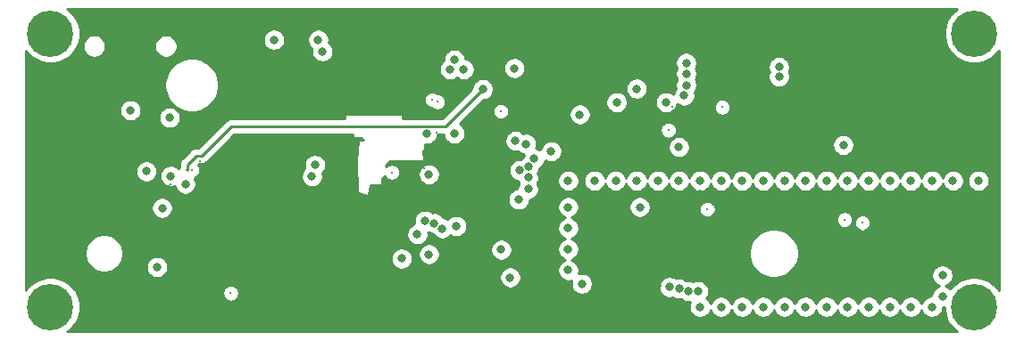
<source format=gbr>
G04 #@! TF.GenerationSoftware,KiCad,Pcbnew,(5.1.5)-3*
G04 #@! TF.CreationDate,2020-05-16T21:03:05+05:30*
G04 #@! TF.ProjectId,ArmTrax,41726d54-7261-4782-9e6b-696361645f70,rev?*
G04 #@! TF.SameCoordinates,Original*
G04 #@! TF.FileFunction,Copper,L2,Inr*
G04 #@! TF.FilePolarity,Positive*
%FSLAX46Y46*%
G04 Gerber Fmt 4.6, Leading zero omitted, Abs format (unit mm)*
G04 Created by KiCad (PCBNEW (5.1.5)-3) date 2020-05-16 21:03:05*
%MOMM*%
%LPD*%
G04 APERTURE LIST*
%ADD10C,4.400000*%
%ADD11C,0.700000*%
%ADD12C,0.800000*%
%ADD13C,0.300000*%
%ADD14C,0.250000*%
%ADD15C,0.254000*%
G04 APERTURE END LIST*
D10*
X150400000Y-76700000D03*
D11*
X152050000Y-76700000D03*
X151566726Y-77866726D03*
X150400000Y-78350000D03*
X149233274Y-77866726D03*
X148750000Y-76700000D03*
X149233274Y-75533274D03*
X150400000Y-75050000D03*
X151566726Y-75533274D03*
D10*
X150400000Y-50700000D03*
D11*
X152050000Y-50700000D03*
X151566726Y-51866726D03*
X150400000Y-52350000D03*
X149233274Y-51866726D03*
X148750000Y-50700000D03*
X149233274Y-49533274D03*
X150400000Y-49050000D03*
X151566726Y-49533274D03*
D10*
X62800000Y-76700000D03*
D11*
X64450000Y-76700000D03*
X63966726Y-77866726D03*
X62800000Y-78350000D03*
X61633274Y-77866726D03*
X61150000Y-76700000D03*
X61633274Y-75533274D03*
X62800000Y-75050000D03*
X63966726Y-75533274D03*
X63966726Y-49533274D03*
X62800000Y-49050000D03*
X61633274Y-49533274D03*
X61150000Y-50700000D03*
X61633274Y-51866726D03*
X62800000Y-52350000D03*
X63966726Y-51866726D03*
X64450000Y-50700000D03*
D10*
X62800000Y-50700000D03*
D12*
X114400000Y-64700000D03*
X146400000Y-64700000D03*
X150800000Y-62700000D03*
X148400000Y-62700000D03*
X143500000Y-68900000D03*
X144400000Y-68900000D03*
X145300000Y-68900000D03*
X146200000Y-68900000D03*
X147100000Y-68900000D03*
X143900000Y-70500000D03*
X144800000Y-70500000D03*
X145700000Y-70500000D03*
X146600000Y-70500000D03*
X147500000Y-70500000D03*
X150800000Y-64700000D03*
D13*
X113700000Y-70500000D03*
X114900000Y-71900000D03*
X116500000Y-71700000D03*
X117900000Y-73600000D03*
X120700000Y-74700000D03*
X126400000Y-72800000D03*
X126400000Y-69800000D03*
X122100000Y-65600000D03*
X124400000Y-65600000D03*
X126300000Y-66200000D03*
X118100000Y-70600000D03*
X123100000Y-60900000D03*
X123300000Y-60400000D03*
X121800000Y-57700000D03*
X123000000Y-52400000D03*
X131400000Y-60800000D03*
X132400000Y-59100000D03*
X136800000Y-55100000D03*
X140300000Y-57300000D03*
X141200000Y-57100000D03*
X141500000Y-59200000D03*
X142000000Y-56300000D03*
X143600000Y-56700000D03*
X144300000Y-58900000D03*
X149700000Y-59200000D03*
X143400000Y-72300000D03*
X140700000Y-72100000D03*
X128200000Y-70800000D03*
X131600000Y-68100000D03*
X129400000Y-68100000D03*
X129600000Y-66500000D03*
X134800000Y-67600000D03*
X139800000Y-67700000D03*
X138900000Y-73500000D03*
X136200000Y-74400000D03*
X134100000Y-75300000D03*
X106100000Y-67900000D03*
X105000000Y-72300000D03*
X92500000Y-76600000D03*
X88200000Y-76400000D03*
X86900000Y-74400000D03*
X76000000Y-72800000D03*
X78200000Y-70400000D03*
X78200000Y-70900000D03*
X80500000Y-69600000D03*
X78000000Y-66300000D03*
X74200000Y-65000000D03*
X68900000Y-61600000D03*
X68000000Y-56900000D03*
X81400000Y-51400000D03*
X81400000Y-56500000D03*
X82700000Y-56600000D03*
X85800000Y-54900000D03*
X87500000Y-54900000D03*
X89300000Y-62500000D03*
X89400000Y-64200000D03*
X90000000Y-61200000D03*
X91100000Y-66200000D03*
X95400000Y-66500000D03*
X98209941Y-63477162D03*
X103300000Y-65600000D03*
X104000000Y-60500000D03*
X107389610Y-58933070D03*
X92500000Y-55800000D03*
X94200000Y-55800000D03*
X96200000Y-57200000D03*
X97291053Y-55944070D03*
X94400000Y-53800000D03*
X99400000Y-60100000D03*
X91000000Y-57400000D03*
X71200000Y-72700000D03*
X137600000Y-59000000D03*
X72579990Y-57098018D03*
X85700000Y-60400002D03*
X99600000Y-54100000D03*
X77000004Y-62800000D03*
D12*
X148400000Y-64700000D03*
X100700000Y-54100000D03*
X102000000Y-54100000D03*
X84000000Y-51300000D03*
X88200000Y-51300000D03*
X88600000Y-52400000D03*
X98500000Y-60200000D03*
D13*
X99000000Y-57000000D03*
X105500000Y-58100000D03*
X99500000Y-57200000D03*
X95200000Y-63900000D03*
X79900000Y-75400000D03*
X126500000Y-57700000D03*
X121400000Y-59900000D03*
X138100000Y-68400000D03*
X139800000Y-68700000D03*
X125100000Y-67400000D03*
D12*
X74100000Y-58700000D03*
X70400000Y-58000000D03*
X71900000Y-63800000D03*
X73400000Y-67300000D03*
X72900000Y-72900000D03*
X75600000Y-65000000D03*
X74209413Y-64252112D03*
X108685888Y-62612898D03*
X123100000Y-53500000D03*
X116500000Y-57245000D03*
X121200000Y-57245000D03*
X108154701Y-63364059D03*
X123100000Y-54500000D03*
X113000000Y-58400000D03*
X110300000Y-61900000D03*
X106900000Y-60900000D03*
X106800000Y-54000000D03*
X101100000Y-53200000D03*
X103800000Y-56000000D03*
X131900000Y-53879997D03*
X101100000Y-60200000D03*
X131900000Y-54800000D03*
X87900000Y-63200000D03*
X108100000Y-64400000D03*
X122400000Y-61500000D03*
X87600000Y-64300000D03*
X98700000Y-64100000D03*
X107298464Y-63700603D03*
X96100000Y-72100000D03*
X106400000Y-73900000D03*
X107200000Y-66500000D03*
X123100000Y-55600000D03*
X118400000Y-55955000D03*
X107900000Y-61200000D03*
X122900000Y-56600000D03*
X108100000Y-65500000D03*
X123300000Y-75200000D03*
X101300000Y-69000000D03*
X105543916Y-71256084D03*
X122411712Y-74950739D03*
X113200000Y-74500000D03*
X99954623Y-69237012D03*
X121503661Y-74802929D03*
X99191825Y-68722656D03*
X98700000Y-71700000D03*
X97600000Y-69800000D03*
X124220003Y-75200000D03*
X98299212Y-68499804D03*
D13*
X76196000Y-63700000D03*
D12*
X144400000Y-64700000D03*
X142400000Y-64700000D03*
X140400000Y-64700000D03*
X138400000Y-64700000D03*
X136400000Y-64700000D03*
X134400000Y-64700000D03*
X132400000Y-64700000D03*
X130400000Y-64700000D03*
X128400000Y-64700000D03*
X126400000Y-64700000D03*
X124400000Y-64700000D03*
X122400000Y-64700000D03*
X120400000Y-64700000D03*
X118400000Y-64700000D03*
X116400000Y-64700000D03*
X111900000Y-64700000D03*
X111900000Y-67200000D03*
X111900000Y-69200000D03*
X111900000Y-71200000D03*
X111900000Y-73200000D03*
X147400000Y-73700000D03*
X147400000Y-75700000D03*
X146400000Y-76700000D03*
X144400000Y-76700000D03*
X142400000Y-76700000D03*
X140400000Y-76700000D03*
X138400000Y-76700000D03*
X136400000Y-76700000D03*
X134400000Y-76700000D03*
X132400000Y-76700000D03*
X130400000Y-76700000D03*
X128400000Y-76700000D03*
X126400000Y-76700000D03*
X124400000Y-76700000D03*
X147400000Y-53700000D03*
X147400000Y-51700000D03*
X146400000Y-50700000D03*
X144400000Y-50700000D03*
X142400000Y-50700000D03*
X140400000Y-50700000D03*
X138400000Y-50700000D03*
X136400000Y-50700000D03*
X134400000Y-50700000D03*
X132400000Y-50700000D03*
X130400000Y-50700000D03*
X128400000Y-50700000D03*
X126400000Y-50700000D03*
X124400000Y-50700000D03*
X122400000Y-50700000D03*
X120400000Y-50700000D03*
X119800000Y-54300000D03*
X119774990Y-58325010D03*
X119774990Y-60325010D03*
X119800000Y-62700000D03*
X121400000Y-62700000D03*
X124400000Y-62700000D03*
X126400000Y-62700000D03*
X128400000Y-62700000D03*
X130400000Y-62700000D03*
X132400000Y-62700000D03*
X134400000Y-62700000D03*
X136400000Y-62700000D03*
X138400000Y-62700000D03*
X138000000Y-61300000D03*
X151600000Y-56300000D03*
X149900000Y-68300000D03*
X151300000Y-71200000D03*
X149700000Y-71100000D03*
X143300000Y-67700000D03*
X151100000Y-59100000D03*
D13*
X75750000Y-63700000D03*
D12*
X118700000Y-67200000D03*
D14*
X75775997Y-63700000D02*
X75775997Y-63139401D01*
X75775997Y-63139401D02*
X76610399Y-62304999D01*
X79920998Y-59554999D02*
X100245001Y-59554999D01*
X76610399Y-62304999D02*
X77170998Y-62304999D01*
X77170998Y-62304999D02*
X79920998Y-59554999D01*
X103400001Y-56399999D02*
X103800000Y-56000000D01*
X100245001Y-59554999D02*
X103400001Y-56399999D01*
D15*
G36*
X148592793Y-48497912D02*
G01*
X148197912Y-48892793D01*
X147887656Y-49357124D01*
X147673948Y-49873061D01*
X147565000Y-50420777D01*
X147565000Y-50979223D01*
X147673948Y-51526939D01*
X147887656Y-52042876D01*
X148197912Y-52507207D01*
X148592793Y-52902088D01*
X149057124Y-53212344D01*
X149573061Y-53426052D01*
X150120777Y-53535000D01*
X150679223Y-53535000D01*
X151226939Y-53426052D01*
X151742876Y-53212344D01*
X152207207Y-52902088D01*
X152602088Y-52507207D01*
X152740000Y-52300807D01*
X152740001Y-75099194D01*
X152602088Y-74892793D01*
X152207207Y-74497912D01*
X151742876Y-74187656D01*
X151226939Y-73973948D01*
X150679223Y-73865000D01*
X150120777Y-73865000D01*
X149573061Y-73973948D01*
X149057124Y-74187656D01*
X148592793Y-74497912D01*
X148197912Y-74892793D01*
X148141272Y-74977561D01*
X148059774Y-74896063D01*
X147890256Y-74782795D01*
X147701898Y-74704774D01*
X147677897Y-74700000D01*
X147701898Y-74695226D01*
X147890256Y-74617205D01*
X148059774Y-74503937D01*
X148203937Y-74359774D01*
X148317205Y-74190256D01*
X148395226Y-74001898D01*
X148435000Y-73801939D01*
X148435000Y-73598061D01*
X148395226Y-73398102D01*
X148317205Y-73209744D01*
X148203937Y-73040226D01*
X148059774Y-72896063D01*
X147890256Y-72782795D01*
X147701898Y-72704774D01*
X147501939Y-72665000D01*
X147298061Y-72665000D01*
X147098102Y-72704774D01*
X146909744Y-72782795D01*
X146740226Y-72896063D01*
X146596063Y-73040226D01*
X146482795Y-73209744D01*
X146404774Y-73398102D01*
X146365000Y-73598061D01*
X146365000Y-73801939D01*
X146404774Y-74001898D01*
X146482795Y-74190256D01*
X146596063Y-74359774D01*
X146740226Y-74503937D01*
X146909744Y-74617205D01*
X147098102Y-74695226D01*
X147122103Y-74700000D01*
X147098102Y-74704774D01*
X146909744Y-74782795D01*
X146740226Y-74896063D01*
X146596063Y-75040226D01*
X146482795Y-75209744D01*
X146404774Y-75398102D01*
X146365000Y-75598061D01*
X146365000Y-75665000D01*
X146298061Y-75665000D01*
X146098102Y-75704774D01*
X145909744Y-75782795D01*
X145740226Y-75896063D01*
X145596063Y-76040226D01*
X145482795Y-76209744D01*
X145404774Y-76398102D01*
X145400000Y-76422103D01*
X145395226Y-76398102D01*
X145317205Y-76209744D01*
X145203937Y-76040226D01*
X145059774Y-75896063D01*
X144890256Y-75782795D01*
X144701898Y-75704774D01*
X144501939Y-75665000D01*
X144298061Y-75665000D01*
X144098102Y-75704774D01*
X143909744Y-75782795D01*
X143740226Y-75896063D01*
X143596063Y-76040226D01*
X143482795Y-76209744D01*
X143404774Y-76398102D01*
X143400000Y-76422103D01*
X143395226Y-76398102D01*
X143317205Y-76209744D01*
X143203937Y-76040226D01*
X143059774Y-75896063D01*
X142890256Y-75782795D01*
X142701898Y-75704774D01*
X142501939Y-75665000D01*
X142298061Y-75665000D01*
X142098102Y-75704774D01*
X141909744Y-75782795D01*
X141740226Y-75896063D01*
X141596063Y-76040226D01*
X141482795Y-76209744D01*
X141404774Y-76398102D01*
X141400000Y-76422103D01*
X141395226Y-76398102D01*
X141317205Y-76209744D01*
X141203937Y-76040226D01*
X141059774Y-75896063D01*
X140890256Y-75782795D01*
X140701898Y-75704774D01*
X140501939Y-75665000D01*
X140298061Y-75665000D01*
X140098102Y-75704774D01*
X139909744Y-75782795D01*
X139740226Y-75896063D01*
X139596063Y-76040226D01*
X139482795Y-76209744D01*
X139404774Y-76398102D01*
X139400000Y-76422103D01*
X139395226Y-76398102D01*
X139317205Y-76209744D01*
X139203937Y-76040226D01*
X139059774Y-75896063D01*
X138890256Y-75782795D01*
X138701898Y-75704774D01*
X138501939Y-75665000D01*
X138298061Y-75665000D01*
X138098102Y-75704774D01*
X137909744Y-75782795D01*
X137740226Y-75896063D01*
X137596063Y-76040226D01*
X137482795Y-76209744D01*
X137404774Y-76398102D01*
X137400000Y-76422103D01*
X137395226Y-76398102D01*
X137317205Y-76209744D01*
X137203937Y-76040226D01*
X137059774Y-75896063D01*
X136890256Y-75782795D01*
X136701898Y-75704774D01*
X136501939Y-75665000D01*
X136298061Y-75665000D01*
X136098102Y-75704774D01*
X135909744Y-75782795D01*
X135740226Y-75896063D01*
X135596063Y-76040226D01*
X135482795Y-76209744D01*
X135404774Y-76398102D01*
X135400000Y-76422103D01*
X135395226Y-76398102D01*
X135317205Y-76209744D01*
X135203937Y-76040226D01*
X135059774Y-75896063D01*
X134890256Y-75782795D01*
X134701898Y-75704774D01*
X134501939Y-75665000D01*
X134298061Y-75665000D01*
X134098102Y-75704774D01*
X133909744Y-75782795D01*
X133740226Y-75896063D01*
X133596063Y-76040226D01*
X133482795Y-76209744D01*
X133404774Y-76398102D01*
X133400000Y-76422103D01*
X133395226Y-76398102D01*
X133317205Y-76209744D01*
X133203937Y-76040226D01*
X133059774Y-75896063D01*
X132890256Y-75782795D01*
X132701898Y-75704774D01*
X132501939Y-75665000D01*
X132298061Y-75665000D01*
X132098102Y-75704774D01*
X131909744Y-75782795D01*
X131740226Y-75896063D01*
X131596063Y-76040226D01*
X131482795Y-76209744D01*
X131404774Y-76398102D01*
X131400000Y-76422103D01*
X131395226Y-76398102D01*
X131317205Y-76209744D01*
X131203937Y-76040226D01*
X131059774Y-75896063D01*
X130890256Y-75782795D01*
X130701898Y-75704774D01*
X130501939Y-75665000D01*
X130298061Y-75665000D01*
X130098102Y-75704774D01*
X129909744Y-75782795D01*
X129740226Y-75896063D01*
X129596063Y-76040226D01*
X129482795Y-76209744D01*
X129404774Y-76398102D01*
X129400000Y-76422103D01*
X129395226Y-76398102D01*
X129317205Y-76209744D01*
X129203937Y-76040226D01*
X129059774Y-75896063D01*
X128890256Y-75782795D01*
X128701898Y-75704774D01*
X128501939Y-75665000D01*
X128298061Y-75665000D01*
X128098102Y-75704774D01*
X127909744Y-75782795D01*
X127740226Y-75896063D01*
X127596063Y-76040226D01*
X127482795Y-76209744D01*
X127404774Y-76398102D01*
X127400000Y-76422103D01*
X127395226Y-76398102D01*
X127317205Y-76209744D01*
X127203937Y-76040226D01*
X127059774Y-75896063D01*
X126890256Y-75782795D01*
X126701898Y-75704774D01*
X126501939Y-75665000D01*
X126298061Y-75665000D01*
X126098102Y-75704774D01*
X125909744Y-75782795D01*
X125740226Y-75896063D01*
X125596063Y-76040226D01*
X125482795Y-76209744D01*
X125404774Y-76398102D01*
X125400000Y-76422103D01*
X125395226Y-76398102D01*
X125317205Y-76209744D01*
X125203937Y-76040226D01*
X125059774Y-75896063D01*
X125016539Y-75867175D01*
X125023940Y-75859774D01*
X125137208Y-75690256D01*
X125215229Y-75501898D01*
X125255003Y-75301939D01*
X125255003Y-75098061D01*
X125215229Y-74898102D01*
X125137208Y-74709744D01*
X125023940Y-74540226D01*
X124879777Y-74396063D01*
X124710259Y-74282795D01*
X124521901Y-74204774D01*
X124321942Y-74165000D01*
X124118064Y-74165000D01*
X123918105Y-74204774D01*
X123760002Y-74270263D01*
X123601898Y-74204774D01*
X123401939Y-74165000D01*
X123198061Y-74165000D01*
X123107665Y-74182981D01*
X123071486Y-74146802D01*
X122901968Y-74033534D01*
X122713610Y-73955513D01*
X122513651Y-73915739D01*
X122309773Y-73915739D01*
X122109814Y-73955513D01*
X122102746Y-73958441D01*
X121993917Y-73885724D01*
X121805559Y-73807703D01*
X121605600Y-73767929D01*
X121401722Y-73767929D01*
X121201763Y-73807703D01*
X121013405Y-73885724D01*
X120843887Y-73998992D01*
X120699724Y-74143155D01*
X120586456Y-74312673D01*
X120508435Y-74501031D01*
X120468661Y-74700990D01*
X120468661Y-74904868D01*
X120508435Y-75104827D01*
X120586456Y-75293185D01*
X120699724Y-75462703D01*
X120843887Y-75606866D01*
X121013405Y-75720134D01*
X121201763Y-75798155D01*
X121401722Y-75837929D01*
X121605600Y-75837929D01*
X121805559Y-75798155D01*
X121812627Y-75795227D01*
X121921456Y-75867944D01*
X122109814Y-75945965D01*
X122309773Y-75985739D01*
X122513651Y-75985739D01*
X122604047Y-75967758D01*
X122640226Y-76003937D01*
X122809744Y-76117205D01*
X122998102Y-76195226D01*
X123198061Y-76235000D01*
X123401939Y-76235000D01*
X123478654Y-76219741D01*
X123404774Y-76398102D01*
X123365000Y-76598061D01*
X123365000Y-76801939D01*
X123404774Y-77001898D01*
X123482795Y-77190256D01*
X123596063Y-77359774D01*
X123740226Y-77503937D01*
X123909744Y-77617205D01*
X124098102Y-77695226D01*
X124298061Y-77735000D01*
X124501939Y-77735000D01*
X124701898Y-77695226D01*
X124890256Y-77617205D01*
X125059774Y-77503937D01*
X125203937Y-77359774D01*
X125317205Y-77190256D01*
X125395226Y-77001898D01*
X125400000Y-76977897D01*
X125404774Y-77001898D01*
X125482795Y-77190256D01*
X125596063Y-77359774D01*
X125740226Y-77503937D01*
X125909744Y-77617205D01*
X126098102Y-77695226D01*
X126298061Y-77735000D01*
X126501939Y-77735000D01*
X126701898Y-77695226D01*
X126890256Y-77617205D01*
X127059774Y-77503937D01*
X127203937Y-77359774D01*
X127317205Y-77190256D01*
X127395226Y-77001898D01*
X127400000Y-76977897D01*
X127404774Y-77001898D01*
X127482795Y-77190256D01*
X127596063Y-77359774D01*
X127740226Y-77503937D01*
X127909744Y-77617205D01*
X128098102Y-77695226D01*
X128298061Y-77735000D01*
X128501939Y-77735000D01*
X128701898Y-77695226D01*
X128890256Y-77617205D01*
X129059774Y-77503937D01*
X129203937Y-77359774D01*
X129317205Y-77190256D01*
X129395226Y-77001898D01*
X129400000Y-76977897D01*
X129404774Y-77001898D01*
X129482795Y-77190256D01*
X129596063Y-77359774D01*
X129740226Y-77503937D01*
X129909744Y-77617205D01*
X130098102Y-77695226D01*
X130298061Y-77735000D01*
X130501939Y-77735000D01*
X130701898Y-77695226D01*
X130890256Y-77617205D01*
X131059774Y-77503937D01*
X131203937Y-77359774D01*
X131317205Y-77190256D01*
X131395226Y-77001898D01*
X131400000Y-76977897D01*
X131404774Y-77001898D01*
X131482795Y-77190256D01*
X131596063Y-77359774D01*
X131740226Y-77503937D01*
X131909744Y-77617205D01*
X132098102Y-77695226D01*
X132298061Y-77735000D01*
X132501939Y-77735000D01*
X132701898Y-77695226D01*
X132890256Y-77617205D01*
X133059774Y-77503937D01*
X133203937Y-77359774D01*
X133317205Y-77190256D01*
X133395226Y-77001898D01*
X133400000Y-76977897D01*
X133404774Y-77001898D01*
X133482795Y-77190256D01*
X133596063Y-77359774D01*
X133740226Y-77503937D01*
X133909744Y-77617205D01*
X134098102Y-77695226D01*
X134298061Y-77735000D01*
X134501939Y-77735000D01*
X134701898Y-77695226D01*
X134890256Y-77617205D01*
X135059774Y-77503937D01*
X135203937Y-77359774D01*
X135317205Y-77190256D01*
X135395226Y-77001898D01*
X135400000Y-76977897D01*
X135404774Y-77001898D01*
X135482795Y-77190256D01*
X135596063Y-77359774D01*
X135740226Y-77503937D01*
X135909744Y-77617205D01*
X136098102Y-77695226D01*
X136298061Y-77735000D01*
X136501939Y-77735000D01*
X136701898Y-77695226D01*
X136890256Y-77617205D01*
X137059774Y-77503937D01*
X137203937Y-77359774D01*
X137317205Y-77190256D01*
X137395226Y-77001898D01*
X137400000Y-76977897D01*
X137404774Y-77001898D01*
X137482795Y-77190256D01*
X137596063Y-77359774D01*
X137740226Y-77503937D01*
X137909744Y-77617205D01*
X138098102Y-77695226D01*
X138298061Y-77735000D01*
X138501939Y-77735000D01*
X138701898Y-77695226D01*
X138890256Y-77617205D01*
X139059774Y-77503937D01*
X139203937Y-77359774D01*
X139317205Y-77190256D01*
X139395226Y-77001898D01*
X139400000Y-76977897D01*
X139404774Y-77001898D01*
X139482795Y-77190256D01*
X139596063Y-77359774D01*
X139740226Y-77503937D01*
X139909744Y-77617205D01*
X140098102Y-77695226D01*
X140298061Y-77735000D01*
X140501939Y-77735000D01*
X140701898Y-77695226D01*
X140890256Y-77617205D01*
X141059774Y-77503937D01*
X141203937Y-77359774D01*
X141317205Y-77190256D01*
X141395226Y-77001898D01*
X141400000Y-76977897D01*
X141404774Y-77001898D01*
X141482795Y-77190256D01*
X141596063Y-77359774D01*
X141740226Y-77503937D01*
X141909744Y-77617205D01*
X142098102Y-77695226D01*
X142298061Y-77735000D01*
X142501939Y-77735000D01*
X142701898Y-77695226D01*
X142890256Y-77617205D01*
X143059774Y-77503937D01*
X143203937Y-77359774D01*
X143317205Y-77190256D01*
X143395226Y-77001898D01*
X143400000Y-76977897D01*
X143404774Y-77001898D01*
X143482795Y-77190256D01*
X143596063Y-77359774D01*
X143740226Y-77503937D01*
X143909744Y-77617205D01*
X144098102Y-77695226D01*
X144298061Y-77735000D01*
X144501939Y-77735000D01*
X144701898Y-77695226D01*
X144890256Y-77617205D01*
X145059774Y-77503937D01*
X145203937Y-77359774D01*
X145317205Y-77190256D01*
X145395226Y-77001898D01*
X145400000Y-76977897D01*
X145404774Y-77001898D01*
X145482795Y-77190256D01*
X145596063Y-77359774D01*
X145740226Y-77503937D01*
X145909744Y-77617205D01*
X146098102Y-77695226D01*
X146298061Y-77735000D01*
X146501939Y-77735000D01*
X146701898Y-77695226D01*
X146890256Y-77617205D01*
X147059774Y-77503937D01*
X147203937Y-77359774D01*
X147317205Y-77190256D01*
X147395226Y-77001898D01*
X147435000Y-76801939D01*
X147435000Y-76735000D01*
X147501939Y-76735000D01*
X147565000Y-76722456D01*
X147565000Y-76979223D01*
X147673948Y-77526939D01*
X147887656Y-78042876D01*
X148197912Y-78507207D01*
X148592793Y-78902088D01*
X148799193Y-79040000D01*
X64400807Y-79040000D01*
X64607207Y-78902088D01*
X65002088Y-78507207D01*
X65312344Y-78042876D01*
X65526052Y-77526939D01*
X65635000Y-76979223D01*
X65635000Y-76420777D01*
X65526052Y-75873061D01*
X65312344Y-75357124D01*
X65289332Y-75322684D01*
X79115000Y-75322684D01*
X79115000Y-75477316D01*
X79145167Y-75628976D01*
X79204342Y-75771837D01*
X79290251Y-75900408D01*
X79399592Y-76009749D01*
X79528163Y-76095658D01*
X79671024Y-76154833D01*
X79822684Y-76185000D01*
X79977316Y-76185000D01*
X80128976Y-76154833D01*
X80271837Y-76095658D01*
X80400408Y-76009749D01*
X80509749Y-75900408D01*
X80595658Y-75771837D01*
X80654833Y-75628976D01*
X80685000Y-75477316D01*
X80685000Y-75322684D01*
X80654833Y-75171024D01*
X80595658Y-75028163D01*
X80509749Y-74899592D01*
X80400408Y-74790251D01*
X80271837Y-74704342D01*
X80128976Y-74645167D01*
X79977316Y-74615000D01*
X79822684Y-74615000D01*
X79671024Y-74645167D01*
X79528163Y-74704342D01*
X79399592Y-74790251D01*
X79290251Y-74899592D01*
X79204342Y-75028163D01*
X79145167Y-75171024D01*
X79115000Y-75322684D01*
X65289332Y-75322684D01*
X65002088Y-74892793D01*
X64607207Y-74497912D01*
X64142876Y-74187656D01*
X63626939Y-73973948D01*
X63079223Y-73865000D01*
X62520777Y-73865000D01*
X61973061Y-73973948D01*
X61457124Y-74187656D01*
X60992793Y-74497912D01*
X60597912Y-74892793D01*
X60460000Y-75099193D01*
X60460000Y-71419761D01*
X66040000Y-71419761D01*
X66040000Y-71780239D01*
X66110325Y-72133791D01*
X66248275Y-72466830D01*
X66448546Y-72766557D01*
X66703443Y-73021454D01*
X67003170Y-73221725D01*
X67336209Y-73359675D01*
X67689761Y-73430000D01*
X68050239Y-73430000D01*
X68403791Y-73359675D01*
X68736830Y-73221725D01*
X69036557Y-73021454D01*
X69259950Y-72798061D01*
X71865000Y-72798061D01*
X71865000Y-73001939D01*
X71904774Y-73201898D01*
X71982795Y-73390256D01*
X72096063Y-73559774D01*
X72240226Y-73703937D01*
X72409744Y-73817205D01*
X72598102Y-73895226D01*
X72798061Y-73935000D01*
X73001939Y-73935000D01*
X73201898Y-73895226D01*
X73390256Y-73817205D01*
X73418907Y-73798061D01*
X105365000Y-73798061D01*
X105365000Y-74001939D01*
X105404774Y-74201898D01*
X105482795Y-74390256D01*
X105596063Y-74559774D01*
X105740226Y-74703937D01*
X105909744Y-74817205D01*
X106098102Y-74895226D01*
X106298061Y-74935000D01*
X106501939Y-74935000D01*
X106701898Y-74895226D01*
X106890256Y-74817205D01*
X107059774Y-74703937D01*
X107203937Y-74559774D01*
X107317205Y-74390256D01*
X107395226Y-74201898D01*
X107435000Y-74001939D01*
X107435000Y-73798061D01*
X107395226Y-73598102D01*
X107317205Y-73409744D01*
X107203937Y-73240226D01*
X107059774Y-73096063D01*
X106890256Y-72982795D01*
X106701898Y-72904774D01*
X106501939Y-72865000D01*
X106298061Y-72865000D01*
X106098102Y-72904774D01*
X105909744Y-72982795D01*
X105740226Y-73096063D01*
X105596063Y-73240226D01*
X105482795Y-73409744D01*
X105404774Y-73598102D01*
X105365000Y-73798061D01*
X73418907Y-73798061D01*
X73559774Y-73703937D01*
X73703937Y-73559774D01*
X73817205Y-73390256D01*
X73895226Y-73201898D01*
X73935000Y-73001939D01*
X73935000Y-72798061D01*
X73895226Y-72598102D01*
X73817205Y-72409744D01*
X73703937Y-72240226D01*
X73559774Y-72096063D01*
X73413104Y-71998061D01*
X95065000Y-71998061D01*
X95065000Y-72201939D01*
X95104774Y-72401898D01*
X95182795Y-72590256D01*
X95296063Y-72759774D01*
X95440226Y-72903937D01*
X95609744Y-73017205D01*
X95798102Y-73095226D01*
X95998061Y-73135000D01*
X96201939Y-73135000D01*
X96401898Y-73095226D01*
X96590256Y-73017205D01*
X96759774Y-72903937D01*
X96903937Y-72759774D01*
X97017205Y-72590256D01*
X97095226Y-72401898D01*
X97135000Y-72201939D01*
X97135000Y-71998061D01*
X97095226Y-71798102D01*
X97017205Y-71609744D01*
X97009399Y-71598061D01*
X97665000Y-71598061D01*
X97665000Y-71801939D01*
X97704774Y-72001898D01*
X97782795Y-72190256D01*
X97896063Y-72359774D01*
X98040226Y-72503937D01*
X98209744Y-72617205D01*
X98398102Y-72695226D01*
X98598061Y-72735000D01*
X98801939Y-72735000D01*
X99001898Y-72695226D01*
X99190256Y-72617205D01*
X99359774Y-72503937D01*
X99503937Y-72359774D01*
X99617205Y-72190256D01*
X99695226Y-72001898D01*
X99735000Y-71801939D01*
X99735000Y-71598061D01*
X99695226Y-71398102D01*
X99617205Y-71209744D01*
X99580056Y-71154145D01*
X104508916Y-71154145D01*
X104508916Y-71358023D01*
X104548690Y-71557982D01*
X104626711Y-71746340D01*
X104739979Y-71915858D01*
X104884142Y-72060021D01*
X105053660Y-72173289D01*
X105242018Y-72251310D01*
X105441977Y-72291084D01*
X105645855Y-72291084D01*
X105845814Y-72251310D01*
X106034172Y-72173289D01*
X106203690Y-72060021D01*
X106347853Y-71915858D01*
X106461121Y-71746340D01*
X106539142Y-71557982D01*
X106578916Y-71358023D01*
X106578916Y-71154145D01*
X106539142Y-70954186D01*
X106461121Y-70765828D01*
X106347853Y-70596310D01*
X106203690Y-70452147D01*
X106034172Y-70338879D01*
X105845814Y-70260858D01*
X105645855Y-70221084D01*
X105441977Y-70221084D01*
X105242018Y-70260858D01*
X105053660Y-70338879D01*
X104884142Y-70452147D01*
X104739979Y-70596310D01*
X104626711Y-70765828D01*
X104548690Y-70954186D01*
X104508916Y-71154145D01*
X99580056Y-71154145D01*
X99503937Y-71040226D01*
X99359774Y-70896063D01*
X99190256Y-70782795D01*
X99001898Y-70704774D01*
X98801939Y-70665000D01*
X98598061Y-70665000D01*
X98398102Y-70704774D01*
X98209744Y-70782795D01*
X98040226Y-70896063D01*
X97896063Y-71040226D01*
X97782795Y-71209744D01*
X97704774Y-71398102D01*
X97665000Y-71598061D01*
X97009399Y-71598061D01*
X96903937Y-71440226D01*
X96759774Y-71296063D01*
X96590256Y-71182795D01*
X96401898Y-71104774D01*
X96201939Y-71065000D01*
X95998061Y-71065000D01*
X95798102Y-71104774D01*
X95609744Y-71182795D01*
X95440226Y-71296063D01*
X95296063Y-71440226D01*
X95182795Y-71609744D01*
X95104774Y-71798102D01*
X95065000Y-71998061D01*
X73413104Y-71998061D01*
X73390256Y-71982795D01*
X73201898Y-71904774D01*
X73001939Y-71865000D01*
X72798061Y-71865000D01*
X72598102Y-71904774D01*
X72409744Y-71982795D01*
X72240226Y-72096063D01*
X72096063Y-72240226D01*
X71982795Y-72409744D01*
X71904774Y-72598102D01*
X71865000Y-72798061D01*
X69259950Y-72798061D01*
X69291454Y-72766557D01*
X69491725Y-72466830D01*
X69629675Y-72133791D01*
X69700000Y-71780239D01*
X69700000Y-71419761D01*
X69629675Y-71066209D01*
X69491725Y-70733170D01*
X69291454Y-70433443D01*
X69036557Y-70178546D01*
X68736830Y-69978275D01*
X68403791Y-69840325D01*
X68050239Y-69770000D01*
X67689761Y-69770000D01*
X67336209Y-69840325D01*
X67003170Y-69978275D01*
X66703443Y-70178546D01*
X66448546Y-70433443D01*
X66248275Y-70733170D01*
X66110325Y-71066209D01*
X66040000Y-71419761D01*
X60460000Y-71419761D01*
X60460000Y-69698061D01*
X96565000Y-69698061D01*
X96565000Y-69901939D01*
X96604774Y-70101898D01*
X96682795Y-70290256D01*
X96796063Y-70459774D01*
X96940226Y-70603937D01*
X97109744Y-70717205D01*
X97298102Y-70795226D01*
X97498061Y-70835000D01*
X97701939Y-70835000D01*
X97901898Y-70795226D01*
X98090256Y-70717205D01*
X98259774Y-70603937D01*
X98403937Y-70459774D01*
X98517205Y-70290256D01*
X98595226Y-70101898D01*
X98635000Y-69901939D01*
X98635000Y-69698061D01*
X98611445Y-69579642D01*
X98701569Y-69639861D01*
X98889927Y-69717882D01*
X99052793Y-69750278D01*
X99150686Y-69896786D01*
X99294849Y-70040949D01*
X99464367Y-70154217D01*
X99652725Y-70232238D01*
X99852684Y-70272012D01*
X100056562Y-70272012D01*
X100256521Y-70232238D01*
X100444879Y-70154217D01*
X100614397Y-70040949D01*
X100758560Y-69896786D01*
X100764926Y-69887259D01*
X100809744Y-69917205D01*
X100998102Y-69995226D01*
X101198061Y-70035000D01*
X101401939Y-70035000D01*
X101601898Y-69995226D01*
X101790256Y-69917205D01*
X101959774Y-69803937D01*
X102103937Y-69659774D01*
X102217205Y-69490256D01*
X102295226Y-69301898D01*
X102335000Y-69101939D01*
X102335000Y-68898061D01*
X102295226Y-68698102D01*
X102217205Y-68509744D01*
X102103937Y-68340226D01*
X101959774Y-68196063D01*
X101790256Y-68082795D01*
X101601898Y-68004774D01*
X101401939Y-67965000D01*
X101198061Y-67965000D01*
X100998102Y-68004774D01*
X100809744Y-68082795D01*
X100640226Y-68196063D01*
X100496063Y-68340226D01*
X100489697Y-68349753D01*
X100444879Y-68319807D01*
X100256521Y-68241786D01*
X100093655Y-68209390D01*
X99995762Y-68062882D01*
X99851599Y-67918719D01*
X99682081Y-67805451D01*
X99493723Y-67727430D01*
X99293764Y-67687656D01*
X99089886Y-67687656D01*
X98973855Y-67710736D01*
X98958986Y-67695867D01*
X98789468Y-67582599D01*
X98601110Y-67504578D01*
X98401151Y-67464804D01*
X98197273Y-67464804D01*
X97997314Y-67504578D01*
X97808956Y-67582599D01*
X97639438Y-67695867D01*
X97495275Y-67840030D01*
X97382007Y-68009548D01*
X97303986Y-68197906D01*
X97264212Y-68397865D01*
X97264212Y-68601743D01*
X97303986Y-68801702D01*
X97304714Y-68803459D01*
X97298102Y-68804774D01*
X97109744Y-68882795D01*
X96940226Y-68996063D01*
X96796063Y-69140226D01*
X96682795Y-69309744D01*
X96604774Y-69498102D01*
X96565000Y-69698061D01*
X60460000Y-69698061D01*
X60460000Y-67198061D01*
X72365000Y-67198061D01*
X72365000Y-67401939D01*
X72404774Y-67601898D01*
X72482795Y-67790256D01*
X72596063Y-67959774D01*
X72740226Y-68103937D01*
X72909744Y-68217205D01*
X73098102Y-68295226D01*
X73298061Y-68335000D01*
X73501939Y-68335000D01*
X73701898Y-68295226D01*
X73890256Y-68217205D01*
X74059774Y-68103937D01*
X74203937Y-67959774D01*
X74317205Y-67790256D01*
X74395226Y-67601898D01*
X74435000Y-67401939D01*
X74435000Y-67198061D01*
X74395226Y-66998102D01*
X74317205Y-66809744D01*
X74203937Y-66640226D01*
X74059774Y-66496063D01*
X73890256Y-66382795D01*
X73701898Y-66304774D01*
X73501939Y-66265000D01*
X73298061Y-66265000D01*
X73098102Y-66304774D01*
X72909744Y-66382795D01*
X72740226Y-66496063D01*
X72596063Y-66640226D01*
X72482795Y-66809744D01*
X72404774Y-66998102D01*
X72365000Y-67198061D01*
X60460000Y-67198061D01*
X60460000Y-63698061D01*
X70865000Y-63698061D01*
X70865000Y-63901939D01*
X70904774Y-64101898D01*
X70982795Y-64290256D01*
X71096063Y-64459774D01*
X71240226Y-64603937D01*
X71409744Y-64717205D01*
X71598102Y-64795226D01*
X71798061Y-64835000D01*
X72001939Y-64835000D01*
X72201898Y-64795226D01*
X72390256Y-64717205D01*
X72559774Y-64603937D01*
X72703937Y-64459774D01*
X72817205Y-64290256D01*
X72875229Y-64150173D01*
X73174413Y-64150173D01*
X73174413Y-64354051D01*
X73214187Y-64554010D01*
X73292208Y-64742368D01*
X73405476Y-64911886D01*
X73549639Y-65056049D01*
X73719157Y-65169317D01*
X73907515Y-65247338D01*
X74107474Y-65287112D01*
X74311352Y-65287112D01*
X74511311Y-65247338D01*
X74587633Y-65215724D01*
X74604774Y-65301898D01*
X74682795Y-65490256D01*
X74796063Y-65659774D01*
X74940226Y-65803937D01*
X75109744Y-65917205D01*
X75298102Y-65995226D01*
X75498061Y-66035000D01*
X75701939Y-66035000D01*
X75901898Y-65995226D01*
X76090256Y-65917205D01*
X76259774Y-65803937D01*
X76403937Y-65659774D01*
X76517205Y-65490256D01*
X76595226Y-65301898D01*
X76635000Y-65101939D01*
X76635000Y-64898061D01*
X76595226Y-64698102D01*
X76517205Y-64509744D01*
X76468475Y-64436815D01*
X76567837Y-64395658D01*
X76696408Y-64309749D01*
X76805749Y-64200408D01*
X76807317Y-64198061D01*
X86565000Y-64198061D01*
X86565000Y-64401939D01*
X86604774Y-64601898D01*
X86682795Y-64790256D01*
X86796063Y-64959774D01*
X86940226Y-65103937D01*
X87109744Y-65217205D01*
X87298102Y-65295226D01*
X87498061Y-65335000D01*
X87701939Y-65335000D01*
X87901898Y-65295226D01*
X88090256Y-65217205D01*
X88259774Y-65103937D01*
X88403937Y-64959774D01*
X88517205Y-64790256D01*
X88595226Y-64601898D01*
X88635000Y-64401939D01*
X88635000Y-64198061D01*
X88595226Y-63998102D01*
X88586551Y-63977160D01*
X88703937Y-63859774D01*
X88817205Y-63690256D01*
X88895226Y-63501898D01*
X88935000Y-63301939D01*
X88935000Y-63098061D01*
X88895226Y-62898102D01*
X88817205Y-62709744D01*
X88703937Y-62540226D01*
X88559774Y-62396063D01*
X88390256Y-62282795D01*
X88201898Y-62204774D01*
X88001939Y-62165000D01*
X87798061Y-62165000D01*
X87598102Y-62204774D01*
X87409744Y-62282795D01*
X87240226Y-62396063D01*
X87096063Y-62540226D01*
X86982795Y-62709744D01*
X86904774Y-62898102D01*
X86865000Y-63098061D01*
X86865000Y-63301939D01*
X86904774Y-63501898D01*
X86913449Y-63522840D01*
X86796063Y-63640226D01*
X86682795Y-63809744D01*
X86604774Y-63998102D01*
X86565000Y-64198061D01*
X76807317Y-64198061D01*
X76891658Y-64071837D01*
X76950833Y-63928976D01*
X76981000Y-63777316D01*
X76981000Y-63622684D01*
X76950833Y-63471024D01*
X76891658Y-63328163D01*
X76805749Y-63199592D01*
X76798178Y-63192021D01*
X76925201Y-63064999D01*
X77133676Y-63064999D01*
X77170998Y-63068675D01*
X77208320Y-63064999D01*
X77208331Y-63064999D01*
X77319984Y-63054002D01*
X77463245Y-63010545D01*
X77595274Y-62939973D01*
X77710999Y-62845000D01*
X77734802Y-62815996D01*
X80235800Y-60314999D01*
X91448887Y-60314999D01*
X91473981Y-60515752D01*
X91482667Y-60548601D01*
X91494403Y-60570557D01*
X91510197Y-60589803D01*
X91529443Y-60605597D01*
X91551399Y-60617333D01*
X91575224Y-60624560D01*
X91600000Y-60627000D01*
X92257667Y-60627000D01*
X92452333Y-60773000D01*
X92100000Y-60773000D01*
X92064654Y-60778018D01*
X92041535Y-60787257D01*
X92020664Y-60800830D01*
X92002841Y-60818213D01*
X91988752Y-60838739D01*
X91978938Y-60861620D01*
X91973777Y-60885975D01*
X91873777Y-61785975D01*
X91873630Y-61787363D01*
X91773630Y-62787363D01*
X91773070Y-62804231D01*
X91873070Y-65804231D01*
X91874918Y-65821990D01*
X91881612Y-65845970D01*
X91892855Y-65868183D01*
X91908216Y-65887776D01*
X91927103Y-65903996D01*
X91948793Y-65916219D01*
X91972450Y-65923976D01*
X92872450Y-66123976D01*
X92887363Y-66126370D01*
X92912259Y-66126407D01*
X92936685Y-66121586D01*
X92959700Y-66112093D01*
X92980421Y-66098293D01*
X92998052Y-66080715D01*
X93011914Y-66060035D01*
X93021476Y-66037048D01*
X93026370Y-66012637D01*
X93114934Y-65127000D01*
X94100000Y-65127000D01*
X94124776Y-65124560D01*
X94148601Y-65117333D01*
X94170557Y-65105597D01*
X94189803Y-65089803D01*
X94205597Y-65070557D01*
X94217333Y-65048601D01*
X94224560Y-65024776D01*
X94227000Y-65000000D01*
X94227000Y-64461039D01*
X94494177Y-64247297D01*
X94504342Y-64271837D01*
X94590251Y-64400408D01*
X94699592Y-64509749D01*
X94828163Y-64595658D01*
X94971024Y-64654833D01*
X95122684Y-64685000D01*
X95277316Y-64685000D01*
X95428976Y-64654833D01*
X95571837Y-64595658D01*
X95700408Y-64509749D01*
X95809749Y-64400408D01*
X95895658Y-64271837D01*
X95954833Y-64128976D01*
X95980873Y-63998061D01*
X97665000Y-63998061D01*
X97665000Y-64201939D01*
X97704774Y-64401898D01*
X97782795Y-64590256D01*
X97896063Y-64759774D01*
X98040226Y-64903937D01*
X98209744Y-65017205D01*
X98398102Y-65095226D01*
X98598061Y-65135000D01*
X98801939Y-65135000D01*
X99001898Y-65095226D01*
X99190256Y-65017205D01*
X99359774Y-64903937D01*
X99503937Y-64759774D01*
X99617205Y-64590256D01*
X99695226Y-64401898D01*
X99735000Y-64201939D01*
X99735000Y-63998061D01*
X99695226Y-63798102D01*
X99617205Y-63609744D01*
X99503937Y-63440226D01*
X99359774Y-63296063D01*
X99190256Y-63182795D01*
X99001898Y-63104774D01*
X98801939Y-63065000D01*
X98598061Y-63065000D01*
X98398102Y-63104774D01*
X98209744Y-63182795D01*
X98040226Y-63296063D01*
X97896063Y-63440226D01*
X97782795Y-63609744D01*
X97704774Y-63798102D01*
X97665000Y-63998061D01*
X95980873Y-63998061D01*
X95985000Y-63977316D01*
X95985000Y-63822684D01*
X95954833Y-63671024D01*
X95895658Y-63528163D01*
X95809749Y-63399592D01*
X95700408Y-63290251D01*
X95571837Y-63204342D01*
X95428976Y-63145167D01*
X95277316Y-63115000D01*
X95122684Y-63115000D01*
X94971024Y-63145167D01*
X94828163Y-63204342D01*
X94699592Y-63290251D01*
X94645972Y-63343871D01*
X94633723Y-63245883D01*
X95052606Y-62827000D01*
X98100000Y-62827000D01*
X98112637Y-62826370D01*
X98137048Y-62821476D01*
X98160035Y-62811914D01*
X98180715Y-62798052D01*
X98198293Y-62780421D01*
X98212093Y-62759700D01*
X98221586Y-62736685D01*
X98226407Y-62712259D01*
X98226370Y-62687363D01*
X98140334Y-61827000D01*
X98200000Y-61827000D01*
X98224776Y-61824560D01*
X98248601Y-61817333D01*
X98270557Y-61805597D01*
X98289803Y-61789803D01*
X98305597Y-61770557D01*
X98317333Y-61748601D01*
X98324560Y-61724776D01*
X98327000Y-61700000D01*
X98327000Y-61220865D01*
X98398061Y-61235000D01*
X98601939Y-61235000D01*
X98801898Y-61195226D01*
X98990256Y-61117205D01*
X99159774Y-61003937D01*
X99303937Y-60859774D01*
X99417205Y-60690256D01*
X99495226Y-60501898D01*
X99532402Y-60314999D01*
X100067598Y-60314999D01*
X100104774Y-60501898D01*
X100182795Y-60690256D01*
X100296063Y-60859774D01*
X100440226Y-61003937D01*
X100609744Y-61117205D01*
X100798102Y-61195226D01*
X100998061Y-61235000D01*
X101201939Y-61235000D01*
X101401898Y-61195226D01*
X101590256Y-61117205D01*
X101759774Y-61003937D01*
X101903937Y-60859774D01*
X101945172Y-60798061D01*
X105865000Y-60798061D01*
X105865000Y-61001939D01*
X105904774Y-61201898D01*
X105982795Y-61390256D01*
X106096063Y-61559774D01*
X106240226Y-61703937D01*
X106409744Y-61817205D01*
X106598102Y-61895226D01*
X106798061Y-61935000D01*
X107001939Y-61935000D01*
X107143192Y-61906903D01*
X107240226Y-62003937D01*
X107409744Y-62117205D01*
X107598102Y-62195226D01*
X107727921Y-62221048D01*
X107690662Y-62311000D01*
X107663516Y-62447475D01*
X107494927Y-62560122D01*
X107389446Y-62665603D01*
X107196525Y-62665603D01*
X106996566Y-62705377D01*
X106808208Y-62783398D01*
X106638690Y-62896666D01*
X106494527Y-63040829D01*
X106381259Y-63210347D01*
X106303238Y-63398705D01*
X106263464Y-63598664D01*
X106263464Y-63802542D01*
X106303238Y-64002501D01*
X106381259Y-64190859D01*
X106494527Y-64360377D01*
X106638690Y-64504540D01*
X106808208Y-64617808D01*
X106996566Y-64695829D01*
X107111750Y-64718740D01*
X107182795Y-64890256D01*
X107222715Y-64950000D01*
X107182795Y-65009744D01*
X107104774Y-65198102D01*
X107065000Y-65398061D01*
X107065000Y-65471576D01*
X106898102Y-65504774D01*
X106709744Y-65582795D01*
X106540226Y-65696063D01*
X106396063Y-65840226D01*
X106282795Y-66009744D01*
X106204774Y-66198102D01*
X106165000Y-66398061D01*
X106165000Y-66601939D01*
X106204774Y-66801898D01*
X106282795Y-66990256D01*
X106396063Y-67159774D01*
X106540226Y-67303937D01*
X106709744Y-67417205D01*
X106898102Y-67495226D01*
X107098061Y-67535000D01*
X107301939Y-67535000D01*
X107501898Y-67495226D01*
X107690256Y-67417205D01*
X107859774Y-67303937D01*
X108003937Y-67159774D01*
X108045172Y-67098061D01*
X110865000Y-67098061D01*
X110865000Y-67301939D01*
X110904774Y-67501898D01*
X110982795Y-67690256D01*
X111096063Y-67859774D01*
X111240226Y-68003937D01*
X111409744Y-68117205D01*
X111598102Y-68195226D01*
X111622103Y-68200000D01*
X111598102Y-68204774D01*
X111409744Y-68282795D01*
X111240226Y-68396063D01*
X111096063Y-68540226D01*
X110982795Y-68709744D01*
X110904774Y-68898102D01*
X110865000Y-69098061D01*
X110865000Y-69301939D01*
X110904774Y-69501898D01*
X110982795Y-69690256D01*
X111096063Y-69859774D01*
X111240226Y-70003937D01*
X111409744Y-70117205D01*
X111598102Y-70195226D01*
X111622103Y-70200000D01*
X111598102Y-70204774D01*
X111409744Y-70282795D01*
X111240226Y-70396063D01*
X111096063Y-70540226D01*
X110982795Y-70709744D01*
X110904774Y-70898102D01*
X110865000Y-71098061D01*
X110865000Y-71301939D01*
X110904774Y-71501898D01*
X110982795Y-71690256D01*
X111096063Y-71859774D01*
X111240226Y-72003937D01*
X111409744Y-72117205D01*
X111598102Y-72195226D01*
X111622103Y-72200000D01*
X111598102Y-72204774D01*
X111409744Y-72282795D01*
X111240226Y-72396063D01*
X111096063Y-72540226D01*
X110982795Y-72709744D01*
X110904774Y-72898102D01*
X110865000Y-73098061D01*
X110865000Y-73301939D01*
X110904774Y-73501898D01*
X110982795Y-73690256D01*
X111096063Y-73859774D01*
X111240226Y-74003937D01*
X111409744Y-74117205D01*
X111598102Y-74195226D01*
X111798061Y-74235000D01*
X112001939Y-74235000D01*
X112201898Y-74195226D01*
X112206808Y-74193192D01*
X112204774Y-74198102D01*
X112165000Y-74398061D01*
X112165000Y-74601939D01*
X112204774Y-74801898D01*
X112282795Y-74990256D01*
X112396063Y-75159774D01*
X112540226Y-75303937D01*
X112709744Y-75417205D01*
X112898102Y-75495226D01*
X113098061Y-75535000D01*
X113301939Y-75535000D01*
X113501898Y-75495226D01*
X113690256Y-75417205D01*
X113859774Y-75303937D01*
X114003937Y-75159774D01*
X114117205Y-74990256D01*
X114195226Y-74801898D01*
X114235000Y-74601939D01*
X114235000Y-74398061D01*
X114195226Y-74198102D01*
X114117205Y-74009744D01*
X114003937Y-73840226D01*
X113859774Y-73696063D01*
X113690256Y-73582795D01*
X113501898Y-73504774D01*
X113301939Y-73465000D01*
X113098061Y-73465000D01*
X112898102Y-73504774D01*
X112893192Y-73506808D01*
X112895226Y-73501898D01*
X112935000Y-73301939D01*
X112935000Y-73098061D01*
X112895226Y-72898102D01*
X112817205Y-72709744D01*
X112703937Y-72540226D01*
X112559774Y-72396063D01*
X112390256Y-72282795D01*
X112201898Y-72204774D01*
X112177897Y-72200000D01*
X112201898Y-72195226D01*
X112390256Y-72117205D01*
X112559774Y-72003937D01*
X112703937Y-71859774D01*
X112817205Y-71690256D01*
X112895226Y-71501898D01*
X112921947Y-71367560D01*
X129040000Y-71367560D01*
X129040000Y-71832440D01*
X129130694Y-72288387D01*
X129308595Y-72717879D01*
X129566868Y-73104412D01*
X129895588Y-73433132D01*
X130282121Y-73691405D01*
X130711613Y-73869306D01*
X131167560Y-73960000D01*
X131632440Y-73960000D01*
X132088387Y-73869306D01*
X132517879Y-73691405D01*
X132904412Y-73433132D01*
X133233132Y-73104412D01*
X133491405Y-72717879D01*
X133669306Y-72288387D01*
X133760000Y-71832440D01*
X133760000Y-71367560D01*
X133669306Y-70911613D01*
X133491405Y-70482121D01*
X133233132Y-70095588D01*
X132904412Y-69766868D01*
X132517879Y-69508595D01*
X132088387Y-69330694D01*
X131632440Y-69240000D01*
X131167560Y-69240000D01*
X130711613Y-69330694D01*
X130282121Y-69508595D01*
X129895588Y-69766868D01*
X129566868Y-70095588D01*
X129308595Y-70482121D01*
X129130694Y-70911613D01*
X129040000Y-71367560D01*
X112921947Y-71367560D01*
X112935000Y-71301939D01*
X112935000Y-71098061D01*
X112895226Y-70898102D01*
X112817205Y-70709744D01*
X112703937Y-70540226D01*
X112559774Y-70396063D01*
X112390256Y-70282795D01*
X112201898Y-70204774D01*
X112177897Y-70200000D01*
X112201898Y-70195226D01*
X112390256Y-70117205D01*
X112559774Y-70003937D01*
X112703937Y-69859774D01*
X112817205Y-69690256D01*
X112895226Y-69501898D01*
X112935000Y-69301939D01*
X112935000Y-69098061D01*
X112895226Y-68898102D01*
X112817205Y-68709744D01*
X112703937Y-68540226D01*
X112559774Y-68396063D01*
X112449955Y-68322684D01*
X137315000Y-68322684D01*
X137315000Y-68477316D01*
X137345167Y-68628976D01*
X137404342Y-68771837D01*
X137490251Y-68900408D01*
X137599592Y-69009749D01*
X137728163Y-69095658D01*
X137871024Y-69154833D01*
X138022684Y-69185000D01*
X138177316Y-69185000D01*
X138328976Y-69154833D01*
X138471837Y-69095658D01*
X138600408Y-69009749D01*
X138709749Y-68900408D01*
X138795658Y-68771837D01*
X138854833Y-68628976D01*
X138856084Y-68622684D01*
X139015000Y-68622684D01*
X139015000Y-68777316D01*
X139045167Y-68928976D01*
X139104342Y-69071837D01*
X139190251Y-69200408D01*
X139299592Y-69309749D01*
X139428163Y-69395658D01*
X139571024Y-69454833D01*
X139722684Y-69485000D01*
X139877316Y-69485000D01*
X140028976Y-69454833D01*
X140171837Y-69395658D01*
X140300408Y-69309749D01*
X140409749Y-69200408D01*
X140495658Y-69071837D01*
X140554833Y-68928976D01*
X140585000Y-68777316D01*
X140585000Y-68622684D01*
X140554833Y-68471024D01*
X140495658Y-68328163D01*
X140409749Y-68199592D01*
X140300408Y-68090251D01*
X140171837Y-68004342D01*
X140028976Y-67945167D01*
X139877316Y-67915000D01*
X139722684Y-67915000D01*
X139571024Y-67945167D01*
X139428163Y-68004342D01*
X139299592Y-68090251D01*
X139190251Y-68199592D01*
X139104342Y-68328163D01*
X139045167Y-68471024D01*
X139015000Y-68622684D01*
X138856084Y-68622684D01*
X138885000Y-68477316D01*
X138885000Y-68322684D01*
X138854833Y-68171024D01*
X138795658Y-68028163D01*
X138709749Y-67899592D01*
X138600408Y-67790251D01*
X138471837Y-67704342D01*
X138328976Y-67645167D01*
X138177316Y-67615000D01*
X138022684Y-67615000D01*
X137871024Y-67645167D01*
X137728163Y-67704342D01*
X137599592Y-67790251D01*
X137490251Y-67899592D01*
X137404342Y-68028163D01*
X137345167Y-68171024D01*
X137315000Y-68322684D01*
X112449955Y-68322684D01*
X112390256Y-68282795D01*
X112201898Y-68204774D01*
X112177897Y-68200000D01*
X112201898Y-68195226D01*
X112390256Y-68117205D01*
X112559774Y-68003937D01*
X112703937Y-67859774D01*
X112817205Y-67690256D01*
X112895226Y-67501898D01*
X112935000Y-67301939D01*
X112935000Y-67098061D01*
X117665000Y-67098061D01*
X117665000Y-67301939D01*
X117704774Y-67501898D01*
X117782795Y-67690256D01*
X117896063Y-67859774D01*
X118040226Y-68003937D01*
X118209744Y-68117205D01*
X118398102Y-68195226D01*
X118598061Y-68235000D01*
X118801939Y-68235000D01*
X119001898Y-68195226D01*
X119190256Y-68117205D01*
X119359774Y-68003937D01*
X119503937Y-67859774D01*
X119617205Y-67690256D01*
X119695226Y-67501898D01*
X119730873Y-67322684D01*
X124315000Y-67322684D01*
X124315000Y-67477316D01*
X124345167Y-67628976D01*
X124404342Y-67771837D01*
X124490251Y-67900408D01*
X124599592Y-68009749D01*
X124728163Y-68095658D01*
X124871024Y-68154833D01*
X125022684Y-68185000D01*
X125177316Y-68185000D01*
X125328976Y-68154833D01*
X125471837Y-68095658D01*
X125600408Y-68009749D01*
X125709749Y-67900408D01*
X125795658Y-67771837D01*
X125854833Y-67628976D01*
X125885000Y-67477316D01*
X125885000Y-67322684D01*
X125854833Y-67171024D01*
X125795658Y-67028163D01*
X125709749Y-66899592D01*
X125600408Y-66790251D01*
X125471837Y-66704342D01*
X125328976Y-66645167D01*
X125177316Y-66615000D01*
X125022684Y-66615000D01*
X124871024Y-66645167D01*
X124728163Y-66704342D01*
X124599592Y-66790251D01*
X124490251Y-66899592D01*
X124404342Y-67028163D01*
X124345167Y-67171024D01*
X124315000Y-67322684D01*
X119730873Y-67322684D01*
X119735000Y-67301939D01*
X119735000Y-67098061D01*
X119695226Y-66898102D01*
X119617205Y-66709744D01*
X119503937Y-66540226D01*
X119359774Y-66396063D01*
X119190256Y-66282795D01*
X119001898Y-66204774D01*
X118801939Y-66165000D01*
X118598061Y-66165000D01*
X118398102Y-66204774D01*
X118209744Y-66282795D01*
X118040226Y-66396063D01*
X117896063Y-66540226D01*
X117782795Y-66709744D01*
X117704774Y-66898102D01*
X117665000Y-67098061D01*
X112935000Y-67098061D01*
X112895226Y-66898102D01*
X112817205Y-66709744D01*
X112703937Y-66540226D01*
X112559774Y-66396063D01*
X112390256Y-66282795D01*
X112201898Y-66204774D01*
X112001939Y-66165000D01*
X111798061Y-66165000D01*
X111598102Y-66204774D01*
X111409744Y-66282795D01*
X111240226Y-66396063D01*
X111096063Y-66540226D01*
X110982795Y-66709744D01*
X110904774Y-66898102D01*
X110865000Y-67098061D01*
X108045172Y-67098061D01*
X108117205Y-66990256D01*
X108195226Y-66801898D01*
X108235000Y-66601939D01*
X108235000Y-66528424D01*
X108401898Y-66495226D01*
X108590256Y-66417205D01*
X108759774Y-66303937D01*
X108903937Y-66159774D01*
X109017205Y-65990256D01*
X109095226Y-65801898D01*
X109135000Y-65601939D01*
X109135000Y-65398061D01*
X109095226Y-65198102D01*
X109017205Y-65009744D01*
X108977285Y-64950000D01*
X109017205Y-64890256D01*
X109095226Y-64701898D01*
X109115880Y-64598061D01*
X110865000Y-64598061D01*
X110865000Y-64801939D01*
X110904774Y-65001898D01*
X110982795Y-65190256D01*
X111096063Y-65359774D01*
X111240226Y-65503937D01*
X111409744Y-65617205D01*
X111598102Y-65695226D01*
X111798061Y-65735000D01*
X112001939Y-65735000D01*
X112201898Y-65695226D01*
X112390256Y-65617205D01*
X112559774Y-65503937D01*
X112703937Y-65359774D01*
X112817205Y-65190256D01*
X112895226Y-65001898D01*
X112935000Y-64801939D01*
X112935000Y-64598061D01*
X113365000Y-64598061D01*
X113365000Y-64801939D01*
X113404774Y-65001898D01*
X113482795Y-65190256D01*
X113596063Y-65359774D01*
X113740226Y-65503937D01*
X113909744Y-65617205D01*
X114098102Y-65695226D01*
X114298061Y-65735000D01*
X114501939Y-65735000D01*
X114701898Y-65695226D01*
X114890256Y-65617205D01*
X115059774Y-65503937D01*
X115203937Y-65359774D01*
X115317205Y-65190256D01*
X115395226Y-65001898D01*
X115400000Y-64977897D01*
X115404774Y-65001898D01*
X115482795Y-65190256D01*
X115596063Y-65359774D01*
X115740226Y-65503937D01*
X115909744Y-65617205D01*
X116098102Y-65695226D01*
X116298061Y-65735000D01*
X116501939Y-65735000D01*
X116701898Y-65695226D01*
X116890256Y-65617205D01*
X117059774Y-65503937D01*
X117203937Y-65359774D01*
X117317205Y-65190256D01*
X117395226Y-65001898D01*
X117400000Y-64977897D01*
X117404774Y-65001898D01*
X117482795Y-65190256D01*
X117596063Y-65359774D01*
X117740226Y-65503937D01*
X117909744Y-65617205D01*
X118098102Y-65695226D01*
X118298061Y-65735000D01*
X118501939Y-65735000D01*
X118701898Y-65695226D01*
X118890256Y-65617205D01*
X119059774Y-65503937D01*
X119203937Y-65359774D01*
X119317205Y-65190256D01*
X119395226Y-65001898D01*
X119400000Y-64977897D01*
X119404774Y-65001898D01*
X119482795Y-65190256D01*
X119596063Y-65359774D01*
X119740226Y-65503937D01*
X119909744Y-65617205D01*
X120098102Y-65695226D01*
X120298061Y-65735000D01*
X120501939Y-65735000D01*
X120701898Y-65695226D01*
X120890256Y-65617205D01*
X121059774Y-65503937D01*
X121203937Y-65359774D01*
X121317205Y-65190256D01*
X121395226Y-65001898D01*
X121400000Y-64977897D01*
X121404774Y-65001898D01*
X121482795Y-65190256D01*
X121596063Y-65359774D01*
X121740226Y-65503937D01*
X121909744Y-65617205D01*
X122098102Y-65695226D01*
X122298061Y-65735000D01*
X122501939Y-65735000D01*
X122701898Y-65695226D01*
X122890256Y-65617205D01*
X123059774Y-65503937D01*
X123203937Y-65359774D01*
X123317205Y-65190256D01*
X123395226Y-65001898D01*
X123400000Y-64977897D01*
X123404774Y-65001898D01*
X123482795Y-65190256D01*
X123596063Y-65359774D01*
X123740226Y-65503937D01*
X123909744Y-65617205D01*
X124098102Y-65695226D01*
X124298061Y-65735000D01*
X124501939Y-65735000D01*
X124701898Y-65695226D01*
X124890256Y-65617205D01*
X125059774Y-65503937D01*
X125203937Y-65359774D01*
X125317205Y-65190256D01*
X125395226Y-65001898D01*
X125400000Y-64977897D01*
X125404774Y-65001898D01*
X125482795Y-65190256D01*
X125596063Y-65359774D01*
X125740226Y-65503937D01*
X125909744Y-65617205D01*
X126098102Y-65695226D01*
X126298061Y-65735000D01*
X126501939Y-65735000D01*
X126701898Y-65695226D01*
X126890256Y-65617205D01*
X127059774Y-65503937D01*
X127203937Y-65359774D01*
X127317205Y-65190256D01*
X127395226Y-65001898D01*
X127400000Y-64977897D01*
X127404774Y-65001898D01*
X127482795Y-65190256D01*
X127596063Y-65359774D01*
X127740226Y-65503937D01*
X127909744Y-65617205D01*
X128098102Y-65695226D01*
X128298061Y-65735000D01*
X128501939Y-65735000D01*
X128701898Y-65695226D01*
X128890256Y-65617205D01*
X129059774Y-65503937D01*
X129203937Y-65359774D01*
X129317205Y-65190256D01*
X129395226Y-65001898D01*
X129400000Y-64977897D01*
X129404774Y-65001898D01*
X129482795Y-65190256D01*
X129596063Y-65359774D01*
X129740226Y-65503937D01*
X129909744Y-65617205D01*
X130098102Y-65695226D01*
X130298061Y-65735000D01*
X130501939Y-65735000D01*
X130701898Y-65695226D01*
X130890256Y-65617205D01*
X131059774Y-65503937D01*
X131203937Y-65359774D01*
X131317205Y-65190256D01*
X131395226Y-65001898D01*
X131400000Y-64977897D01*
X131404774Y-65001898D01*
X131482795Y-65190256D01*
X131596063Y-65359774D01*
X131740226Y-65503937D01*
X131909744Y-65617205D01*
X132098102Y-65695226D01*
X132298061Y-65735000D01*
X132501939Y-65735000D01*
X132701898Y-65695226D01*
X132890256Y-65617205D01*
X133059774Y-65503937D01*
X133203937Y-65359774D01*
X133317205Y-65190256D01*
X133395226Y-65001898D01*
X133400000Y-64977897D01*
X133404774Y-65001898D01*
X133482795Y-65190256D01*
X133596063Y-65359774D01*
X133740226Y-65503937D01*
X133909744Y-65617205D01*
X134098102Y-65695226D01*
X134298061Y-65735000D01*
X134501939Y-65735000D01*
X134701898Y-65695226D01*
X134890256Y-65617205D01*
X135059774Y-65503937D01*
X135203937Y-65359774D01*
X135317205Y-65190256D01*
X135395226Y-65001898D01*
X135400000Y-64977897D01*
X135404774Y-65001898D01*
X135482795Y-65190256D01*
X135596063Y-65359774D01*
X135740226Y-65503937D01*
X135909744Y-65617205D01*
X136098102Y-65695226D01*
X136298061Y-65735000D01*
X136501939Y-65735000D01*
X136701898Y-65695226D01*
X136890256Y-65617205D01*
X137059774Y-65503937D01*
X137203937Y-65359774D01*
X137317205Y-65190256D01*
X137395226Y-65001898D01*
X137400000Y-64977897D01*
X137404774Y-65001898D01*
X137482795Y-65190256D01*
X137596063Y-65359774D01*
X137740226Y-65503937D01*
X137909744Y-65617205D01*
X138098102Y-65695226D01*
X138298061Y-65735000D01*
X138501939Y-65735000D01*
X138701898Y-65695226D01*
X138890256Y-65617205D01*
X139059774Y-65503937D01*
X139203937Y-65359774D01*
X139317205Y-65190256D01*
X139395226Y-65001898D01*
X139400000Y-64977897D01*
X139404774Y-65001898D01*
X139482795Y-65190256D01*
X139596063Y-65359774D01*
X139740226Y-65503937D01*
X139909744Y-65617205D01*
X140098102Y-65695226D01*
X140298061Y-65735000D01*
X140501939Y-65735000D01*
X140701898Y-65695226D01*
X140890256Y-65617205D01*
X141059774Y-65503937D01*
X141203937Y-65359774D01*
X141317205Y-65190256D01*
X141395226Y-65001898D01*
X141400000Y-64977897D01*
X141404774Y-65001898D01*
X141482795Y-65190256D01*
X141596063Y-65359774D01*
X141740226Y-65503937D01*
X141909744Y-65617205D01*
X142098102Y-65695226D01*
X142298061Y-65735000D01*
X142501939Y-65735000D01*
X142701898Y-65695226D01*
X142890256Y-65617205D01*
X143059774Y-65503937D01*
X143203937Y-65359774D01*
X143317205Y-65190256D01*
X143395226Y-65001898D01*
X143400000Y-64977897D01*
X143404774Y-65001898D01*
X143482795Y-65190256D01*
X143596063Y-65359774D01*
X143740226Y-65503937D01*
X143909744Y-65617205D01*
X144098102Y-65695226D01*
X144298061Y-65735000D01*
X144501939Y-65735000D01*
X144701898Y-65695226D01*
X144890256Y-65617205D01*
X145059774Y-65503937D01*
X145203937Y-65359774D01*
X145317205Y-65190256D01*
X145395226Y-65001898D01*
X145400000Y-64977897D01*
X145404774Y-65001898D01*
X145482795Y-65190256D01*
X145596063Y-65359774D01*
X145740226Y-65503937D01*
X145909744Y-65617205D01*
X146098102Y-65695226D01*
X146298061Y-65735000D01*
X146501939Y-65735000D01*
X146701898Y-65695226D01*
X146890256Y-65617205D01*
X147059774Y-65503937D01*
X147203937Y-65359774D01*
X147317205Y-65190256D01*
X147395226Y-65001898D01*
X147400000Y-64977897D01*
X147404774Y-65001898D01*
X147482795Y-65190256D01*
X147596063Y-65359774D01*
X147740226Y-65503937D01*
X147909744Y-65617205D01*
X148098102Y-65695226D01*
X148298061Y-65735000D01*
X148501939Y-65735000D01*
X148701898Y-65695226D01*
X148890256Y-65617205D01*
X149059774Y-65503937D01*
X149203937Y-65359774D01*
X149317205Y-65190256D01*
X149395226Y-65001898D01*
X149435000Y-64801939D01*
X149435000Y-64598061D01*
X149765000Y-64598061D01*
X149765000Y-64801939D01*
X149804774Y-65001898D01*
X149882795Y-65190256D01*
X149996063Y-65359774D01*
X150140226Y-65503937D01*
X150309744Y-65617205D01*
X150498102Y-65695226D01*
X150698061Y-65735000D01*
X150901939Y-65735000D01*
X151101898Y-65695226D01*
X151290256Y-65617205D01*
X151459774Y-65503937D01*
X151603937Y-65359774D01*
X151717205Y-65190256D01*
X151795226Y-65001898D01*
X151835000Y-64801939D01*
X151835000Y-64598061D01*
X151795226Y-64398102D01*
X151717205Y-64209744D01*
X151603937Y-64040226D01*
X151459774Y-63896063D01*
X151290256Y-63782795D01*
X151101898Y-63704774D01*
X150901939Y-63665000D01*
X150698061Y-63665000D01*
X150498102Y-63704774D01*
X150309744Y-63782795D01*
X150140226Y-63896063D01*
X149996063Y-64040226D01*
X149882795Y-64209744D01*
X149804774Y-64398102D01*
X149765000Y-64598061D01*
X149435000Y-64598061D01*
X149395226Y-64398102D01*
X149317205Y-64209744D01*
X149203937Y-64040226D01*
X149059774Y-63896063D01*
X148890256Y-63782795D01*
X148701898Y-63704774D01*
X148501939Y-63665000D01*
X148298061Y-63665000D01*
X148098102Y-63704774D01*
X147909744Y-63782795D01*
X147740226Y-63896063D01*
X147596063Y-64040226D01*
X147482795Y-64209744D01*
X147404774Y-64398102D01*
X147400000Y-64422103D01*
X147395226Y-64398102D01*
X147317205Y-64209744D01*
X147203937Y-64040226D01*
X147059774Y-63896063D01*
X146890256Y-63782795D01*
X146701898Y-63704774D01*
X146501939Y-63665000D01*
X146298061Y-63665000D01*
X146098102Y-63704774D01*
X145909744Y-63782795D01*
X145740226Y-63896063D01*
X145596063Y-64040226D01*
X145482795Y-64209744D01*
X145404774Y-64398102D01*
X145400000Y-64422103D01*
X145395226Y-64398102D01*
X145317205Y-64209744D01*
X145203937Y-64040226D01*
X145059774Y-63896063D01*
X144890256Y-63782795D01*
X144701898Y-63704774D01*
X144501939Y-63665000D01*
X144298061Y-63665000D01*
X144098102Y-63704774D01*
X143909744Y-63782795D01*
X143740226Y-63896063D01*
X143596063Y-64040226D01*
X143482795Y-64209744D01*
X143404774Y-64398102D01*
X143400000Y-64422103D01*
X143395226Y-64398102D01*
X143317205Y-64209744D01*
X143203937Y-64040226D01*
X143059774Y-63896063D01*
X142890256Y-63782795D01*
X142701898Y-63704774D01*
X142501939Y-63665000D01*
X142298061Y-63665000D01*
X142098102Y-63704774D01*
X141909744Y-63782795D01*
X141740226Y-63896063D01*
X141596063Y-64040226D01*
X141482795Y-64209744D01*
X141404774Y-64398102D01*
X141400000Y-64422103D01*
X141395226Y-64398102D01*
X141317205Y-64209744D01*
X141203937Y-64040226D01*
X141059774Y-63896063D01*
X140890256Y-63782795D01*
X140701898Y-63704774D01*
X140501939Y-63665000D01*
X140298061Y-63665000D01*
X140098102Y-63704774D01*
X139909744Y-63782795D01*
X139740226Y-63896063D01*
X139596063Y-64040226D01*
X139482795Y-64209744D01*
X139404774Y-64398102D01*
X139400000Y-64422103D01*
X139395226Y-64398102D01*
X139317205Y-64209744D01*
X139203937Y-64040226D01*
X139059774Y-63896063D01*
X138890256Y-63782795D01*
X138701898Y-63704774D01*
X138501939Y-63665000D01*
X138298061Y-63665000D01*
X138098102Y-63704774D01*
X137909744Y-63782795D01*
X137740226Y-63896063D01*
X137596063Y-64040226D01*
X137482795Y-64209744D01*
X137404774Y-64398102D01*
X137400000Y-64422103D01*
X137395226Y-64398102D01*
X137317205Y-64209744D01*
X137203937Y-64040226D01*
X137059774Y-63896063D01*
X136890256Y-63782795D01*
X136701898Y-63704774D01*
X136501939Y-63665000D01*
X136298061Y-63665000D01*
X136098102Y-63704774D01*
X135909744Y-63782795D01*
X135740226Y-63896063D01*
X135596063Y-64040226D01*
X135482795Y-64209744D01*
X135404774Y-64398102D01*
X135400000Y-64422103D01*
X135395226Y-64398102D01*
X135317205Y-64209744D01*
X135203937Y-64040226D01*
X135059774Y-63896063D01*
X134890256Y-63782795D01*
X134701898Y-63704774D01*
X134501939Y-63665000D01*
X134298061Y-63665000D01*
X134098102Y-63704774D01*
X133909744Y-63782795D01*
X133740226Y-63896063D01*
X133596063Y-64040226D01*
X133482795Y-64209744D01*
X133404774Y-64398102D01*
X133400000Y-64422103D01*
X133395226Y-64398102D01*
X133317205Y-64209744D01*
X133203937Y-64040226D01*
X133059774Y-63896063D01*
X132890256Y-63782795D01*
X132701898Y-63704774D01*
X132501939Y-63665000D01*
X132298061Y-63665000D01*
X132098102Y-63704774D01*
X131909744Y-63782795D01*
X131740226Y-63896063D01*
X131596063Y-64040226D01*
X131482795Y-64209744D01*
X131404774Y-64398102D01*
X131400000Y-64422103D01*
X131395226Y-64398102D01*
X131317205Y-64209744D01*
X131203937Y-64040226D01*
X131059774Y-63896063D01*
X130890256Y-63782795D01*
X130701898Y-63704774D01*
X130501939Y-63665000D01*
X130298061Y-63665000D01*
X130098102Y-63704774D01*
X129909744Y-63782795D01*
X129740226Y-63896063D01*
X129596063Y-64040226D01*
X129482795Y-64209744D01*
X129404774Y-64398102D01*
X129400000Y-64422103D01*
X129395226Y-64398102D01*
X129317205Y-64209744D01*
X129203937Y-64040226D01*
X129059774Y-63896063D01*
X128890256Y-63782795D01*
X128701898Y-63704774D01*
X128501939Y-63665000D01*
X128298061Y-63665000D01*
X128098102Y-63704774D01*
X127909744Y-63782795D01*
X127740226Y-63896063D01*
X127596063Y-64040226D01*
X127482795Y-64209744D01*
X127404774Y-64398102D01*
X127400000Y-64422103D01*
X127395226Y-64398102D01*
X127317205Y-64209744D01*
X127203937Y-64040226D01*
X127059774Y-63896063D01*
X126890256Y-63782795D01*
X126701898Y-63704774D01*
X126501939Y-63665000D01*
X126298061Y-63665000D01*
X126098102Y-63704774D01*
X125909744Y-63782795D01*
X125740226Y-63896063D01*
X125596063Y-64040226D01*
X125482795Y-64209744D01*
X125404774Y-64398102D01*
X125400000Y-64422103D01*
X125395226Y-64398102D01*
X125317205Y-64209744D01*
X125203937Y-64040226D01*
X125059774Y-63896063D01*
X124890256Y-63782795D01*
X124701898Y-63704774D01*
X124501939Y-63665000D01*
X124298061Y-63665000D01*
X124098102Y-63704774D01*
X123909744Y-63782795D01*
X123740226Y-63896063D01*
X123596063Y-64040226D01*
X123482795Y-64209744D01*
X123404774Y-64398102D01*
X123400000Y-64422103D01*
X123395226Y-64398102D01*
X123317205Y-64209744D01*
X123203937Y-64040226D01*
X123059774Y-63896063D01*
X122890256Y-63782795D01*
X122701898Y-63704774D01*
X122501939Y-63665000D01*
X122298061Y-63665000D01*
X122098102Y-63704774D01*
X121909744Y-63782795D01*
X121740226Y-63896063D01*
X121596063Y-64040226D01*
X121482795Y-64209744D01*
X121404774Y-64398102D01*
X121400000Y-64422103D01*
X121395226Y-64398102D01*
X121317205Y-64209744D01*
X121203937Y-64040226D01*
X121059774Y-63896063D01*
X120890256Y-63782795D01*
X120701898Y-63704774D01*
X120501939Y-63665000D01*
X120298061Y-63665000D01*
X120098102Y-63704774D01*
X119909744Y-63782795D01*
X119740226Y-63896063D01*
X119596063Y-64040226D01*
X119482795Y-64209744D01*
X119404774Y-64398102D01*
X119400000Y-64422103D01*
X119395226Y-64398102D01*
X119317205Y-64209744D01*
X119203937Y-64040226D01*
X119059774Y-63896063D01*
X118890256Y-63782795D01*
X118701898Y-63704774D01*
X118501939Y-63665000D01*
X118298061Y-63665000D01*
X118098102Y-63704774D01*
X117909744Y-63782795D01*
X117740226Y-63896063D01*
X117596063Y-64040226D01*
X117482795Y-64209744D01*
X117404774Y-64398102D01*
X117400000Y-64422103D01*
X117395226Y-64398102D01*
X117317205Y-64209744D01*
X117203937Y-64040226D01*
X117059774Y-63896063D01*
X116890256Y-63782795D01*
X116701898Y-63704774D01*
X116501939Y-63665000D01*
X116298061Y-63665000D01*
X116098102Y-63704774D01*
X115909744Y-63782795D01*
X115740226Y-63896063D01*
X115596063Y-64040226D01*
X115482795Y-64209744D01*
X115404774Y-64398102D01*
X115400000Y-64422103D01*
X115395226Y-64398102D01*
X115317205Y-64209744D01*
X115203937Y-64040226D01*
X115059774Y-63896063D01*
X114890256Y-63782795D01*
X114701898Y-63704774D01*
X114501939Y-63665000D01*
X114298061Y-63665000D01*
X114098102Y-63704774D01*
X113909744Y-63782795D01*
X113740226Y-63896063D01*
X113596063Y-64040226D01*
X113482795Y-64209744D01*
X113404774Y-64398102D01*
X113365000Y-64598061D01*
X112935000Y-64598061D01*
X112895226Y-64398102D01*
X112817205Y-64209744D01*
X112703937Y-64040226D01*
X112559774Y-63896063D01*
X112390256Y-63782795D01*
X112201898Y-63704774D01*
X112001939Y-63665000D01*
X111798061Y-63665000D01*
X111598102Y-63704774D01*
X111409744Y-63782795D01*
X111240226Y-63896063D01*
X111096063Y-64040226D01*
X110982795Y-64209744D01*
X110904774Y-64398102D01*
X110865000Y-64598061D01*
X109115880Y-64598061D01*
X109135000Y-64501939D01*
X109135000Y-64298061D01*
X109095226Y-64098102D01*
X109023965Y-63926064D01*
X109071906Y-63854315D01*
X109149927Y-63665957D01*
X109177073Y-63529482D01*
X109345662Y-63416835D01*
X109489825Y-63272672D01*
X109603093Y-63103154D01*
X109681114Y-62914796D01*
X109713339Y-62752789D01*
X109809744Y-62817205D01*
X109998102Y-62895226D01*
X110198061Y-62935000D01*
X110401939Y-62935000D01*
X110601898Y-62895226D01*
X110790256Y-62817205D01*
X110959774Y-62703937D01*
X111103937Y-62559774D01*
X111217205Y-62390256D01*
X111295226Y-62201898D01*
X111335000Y-62001939D01*
X111335000Y-61798061D01*
X111295226Y-61598102D01*
X111217205Y-61409744D01*
X111209399Y-61398061D01*
X121365000Y-61398061D01*
X121365000Y-61601939D01*
X121404774Y-61801898D01*
X121482795Y-61990256D01*
X121596063Y-62159774D01*
X121740226Y-62303937D01*
X121909744Y-62417205D01*
X122098102Y-62495226D01*
X122298061Y-62535000D01*
X122501939Y-62535000D01*
X122701898Y-62495226D01*
X122890256Y-62417205D01*
X123059774Y-62303937D01*
X123203937Y-62159774D01*
X123317205Y-61990256D01*
X123395226Y-61801898D01*
X123435000Y-61601939D01*
X123435000Y-61398061D01*
X123395226Y-61198102D01*
X123395210Y-61198061D01*
X136965000Y-61198061D01*
X136965000Y-61401939D01*
X137004774Y-61601898D01*
X137082795Y-61790256D01*
X137196063Y-61959774D01*
X137340226Y-62103937D01*
X137509744Y-62217205D01*
X137698102Y-62295226D01*
X137898061Y-62335000D01*
X138101939Y-62335000D01*
X138301898Y-62295226D01*
X138490256Y-62217205D01*
X138659774Y-62103937D01*
X138803937Y-61959774D01*
X138917205Y-61790256D01*
X138995226Y-61601898D01*
X139035000Y-61401939D01*
X139035000Y-61198061D01*
X138995226Y-60998102D01*
X138917205Y-60809744D01*
X138803937Y-60640226D01*
X138659774Y-60496063D01*
X138490256Y-60382795D01*
X138301898Y-60304774D01*
X138101939Y-60265000D01*
X137898061Y-60265000D01*
X137698102Y-60304774D01*
X137509744Y-60382795D01*
X137340226Y-60496063D01*
X137196063Y-60640226D01*
X137082795Y-60809744D01*
X137004774Y-60998102D01*
X136965000Y-61198061D01*
X123395210Y-61198061D01*
X123317205Y-61009744D01*
X123203937Y-60840226D01*
X123059774Y-60696063D01*
X122890256Y-60582795D01*
X122701898Y-60504774D01*
X122501939Y-60465000D01*
X122298061Y-60465000D01*
X122098102Y-60504774D01*
X121909744Y-60582795D01*
X121740226Y-60696063D01*
X121596063Y-60840226D01*
X121482795Y-61009744D01*
X121404774Y-61198102D01*
X121365000Y-61398061D01*
X111209399Y-61398061D01*
X111103937Y-61240226D01*
X110959774Y-61096063D01*
X110790256Y-60982795D01*
X110601898Y-60904774D01*
X110401939Y-60865000D01*
X110198061Y-60865000D01*
X109998102Y-60904774D01*
X109809744Y-60982795D01*
X109640226Y-61096063D01*
X109496063Y-61240226D01*
X109382795Y-61409744D01*
X109304774Y-61598102D01*
X109272549Y-61760109D01*
X109176144Y-61695693D01*
X108987786Y-61617672D01*
X108857967Y-61591850D01*
X108895226Y-61501898D01*
X108935000Y-61301939D01*
X108935000Y-61098061D01*
X108895226Y-60898102D01*
X108817205Y-60709744D01*
X108703937Y-60540226D01*
X108559774Y-60396063D01*
X108390256Y-60282795D01*
X108201898Y-60204774D01*
X108001939Y-60165000D01*
X107798061Y-60165000D01*
X107656808Y-60193097D01*
X107559774Y-60096063D01*
X107390256Y-59982795D01*
X107201898Y-59904774D01*
X107001939Y-59865000D01*
X106798061Y-59865000D01*
X106598102Y-59904774D01*
X106409744Y-59982795D01*
X106240226Y-60096063D01*
X106096063Y-60240226D01*
X105982795Y-60409744D01*
X105904774Y-60598102D01*
X105865000Y-60798061D01*
X101945172Y-60798061D01*
X102017205Y-60690256D01*
X102095226Y-60501898D01*
X102135000Y-60301939D01*
X102135000Y-60098061D01*
X102095226Y-59898102D01*
X102063987Y-59822684D01*
X120615000Y-59822684D01*
X120615000Y-59977316D01*
X120645167Y-60128976D01*
X120704342Y-60271837D01*
X120790251Y-60400408D01*
X120899592Y-60509749D01*
X121028163Y-60595658D01*
X121171024Y-60654833D01*
X121322684Y-60685000D01*
X121477316Y-60685000D01*
X121628976Y-60654833D01*
X121771837Y-60595658D01*
X121900408Y-60509749D01*
X122009749Y-60400408D01*
X122095658Y-60271837D01*
X122154833Y-60128976D01*
X122185000Y-59977316D01*
X122185000Y-59822684D01*
X122154833Y-59671024D01*
X122095658Y-59528163D01*
X122009749Y-59399592D01*
X121900408Y-59290251D01*
X121771837Y-59204342D01*
X121628976Y-59145167D01*
X121477316Y-59115000D01*
X121322684Y-59115000D01*
X121171024Y-59145167D01*
X121028163Y-59204342D01*
X120899592Y-59290251D01*
X120790251Y-59399592D01*
X120704342Y-59528163D01*
X120645167Y-59671024D01*
X120615000Y-59822684D01*
X102063987Y-59822684D01*
X102017205Y-59709744D01*
X101903937Y-59540226D01*
X101759774Y-59396063D01*
X101591305Y-59283496D01*
X102852117Y-58022684D01*
X104715000Y-58022684D01*
X104715000Y-58177316D01*
X104745167Y-58328976D01*
X104804342Y-58471837D01*
X104890251Y-58600408D01*
X104999592Y-58709749D01*
X105128163Y-58795658D01*
X105271024Y-58854833D01*
X105422684Y-58885000D01*
X105577316Y-58885000D01*
X105728976Y-58854833D01*
X105871837Y-58795658D01*
X106000408Y-58709749D01*
X106109749Y-58600408D01*
X106195658Y-58471837D01*
X106254833Y-58328976D01*
X106260982Y-58298061D01*
X111965000Y-58298061D01*
X111965000Y-58501939D01*
X112004774Y-58701898D01*
X112082795Y-58890256D01*
X112196063Y-59059774D01*
X112340226Y-59203937D01*
X112509744Y-59317205D01*
X112698102Y-59395226D01*
X112898061Y-59435000D01*
X113101939Y-59435000D01*
X113301898Y-59395226D01*
X113490256Y-59317205D01*
X113659774Y-59203937D01*
X113803937Y-59059774D01*
X113917205Y-58890256D01*
X113995226Y-58701898D01*
X114035000Y-58501939D01*
X114035000Y-58298061D01*
X113995226Y-58098102D01*
X113917205Y-57909744D01*
X113803937Y-57740226D01*
X113659774Y-57596063D01*
X113490256Y-57482795D01*
X113301898Y-57404774D01*
X113101939Y-57365000D01*
X112898061Y-57365000D01*
X112698102Y-57404774D01*
X112509744Y-57482795D01*
X112340226Y-57596063D01*
X112196063Y-57740226D01*
X112082795Y-57909744D01*
X112004774Y-58098102D01*
X111965000Y-58298061D01*
X106260982Y-58298061D01*
X106285000Y-58177316D01*
X106285000Y-58022684D01*
X106254833Y-57871024D01*
X106195658Y-57728163D01*
X106109749Y-57599592D01*
X106000408Y-57490251D01*
X105871837Y-57404342D01*
X105728976Y-57345167D01*
X105577316Y-57315000D01*
X105422684Y-57315000D01*
X105271024Y-57345167D01*
X105128163Y-57404342D01*
X104999592Y-57490251D01*
X104890251Y-57599592D01*
X104804342Y-57728163D01*
X104745167Y-57871024D01*
X104715000Y-58022684D01*
X102852117Y-58022684D01*
X103731740Y-57143061D01*
X115465000Y-57143061D01*
X115465000Y-57346939D01*
X115504774Y-57546898D01*
X115582795Y-57735256D01*
X115696063Y-57904774D01*
X115840226Y-58048937D01*
X116009744Y-58162205D01*
X116198102Y-58240226D01*
X116398061Y-58280000D01*
X116601939Y-58280000D01*
X116801898Y-58240226D01*
X116990256Y-58162205D01*
X117159774Y-58048937D01*
X117303937Y-57904774D01*
X117417205Y-57735256D01*
X117495226Y-57546898D01*
X117535000Y-57346939D01*
X117535000Y-57143061D01*
X120165000Y-57143061D01*
X120165000Y-57346939D01*
X120204774Y-57546898D01*
X120282795Y-57735256D01*
X120396063Y-57904774D01*
X120540226Y-58048937D01*
X120709744Y-58162205D01*
X120898102Y-58240226D01*
X121098061Y-58280000D01*
X121301939Y-58280000D01*
X121501898Y-58240226D01*
X121690256Y-58162205D01*
X121859774Y-58048937D01*
X122003937Y-57904774D01*
X122117205Y-57735256D01*
X122195226Y-57546898D01*
X122226411Y-57390122D01*
X122240226Y-57403937D01*
X122409744Y-57517205D01*
X122598102Y-57595226D01*
X122798061Y-57635000D01*
X123001939Y-57635000D01*
X123063856Y-57622684D01*
X125715000Y-57622684D01*
X125715000Y-57777316D01*
X125745167Y-57928976D01*
X125804342Y-58071837D01*
X125890251Y-58200408D01*
X125999592Y-58309749D01*
X126128163Y-58395658D01*
X126271024Y-58454833D01*
X126422684Y-58485000D01*
X126577316Y-58485000D01*
X126728976Y-58454833D01*
X126871837Y-58395658D01*
X127000408Y-58309749D01*
X127109749Y-58200408D01*
X127195658Y-58071837D01*
X127254833Y-57928976D01*
X127285000Y-57777316D01*
X127285000Y-57622684D01*
X127254833Y-57471024D01*
X127195658Y-57328163D01*
X127109749Y-57199592D01*
X127000408Y-57090251D01*
X126871837Y-57004342D01*
X126728976Y-56945167D01*
X126577316Y-56915000D01*
X126422684Y-56915000D01*
X126271024Y-56945167D01*
X126128163Y-57004342D01*
X125999592Y-57090251D01*
X125890251Y-57199592D01*
X125804342Y-57328163D01*
X125745167Y-57471024D01*
X125715000Y-57622684D01*
X123063856Y-57622684D01*
X123201898Y-57595226D01*
X123390256Y-57517205D01*
X123559774Y-57403937D01*
X123703937Y-57259774D01*
X123817205Y-57090256D01*
X123895226Y-56901898D01*
X123935000Y-56701939D01*
X123935000Y-56498061D01*
X123895226Y-56298102D01*
X123886551Y-56277160D01*
X123903937Y-56259774D01*
X124017205Y-56090256D01*
X124095226Y-55901898D01*
X124135000Y-55701939D01*
X124135000Y-55498061D01*
X124095226Y-55298102D01*
X124017205Y-55109744D01*
X123977285Y-55050000D01*
X124017205Y-54990256D01*
X124095226Y-54801898D01*
X124135000Y-54601939D01*
X124135000Y-54398061D01*
X124095226Y-54198102D01*
X124017205Y-54009744D01*
X124010694Y-54000000D01*
X124017205Y-53990256D01*
X124095226Y-53801898D01*
X124099968Y-53778058D01*
X130865000Y-53778058D01*
X130865000Y-53981936D01*
X130904774Y-54181895D01*
X130970263Y-54339998D01*
X130904774Y-54498102D01*
X130865000Y-54698061D01*
X130865000Y-54901939D01*
X130904774Y-55101898D01*
X130982795Y-55290256D01*
X131096063Y-55459774D01*
X131240226Y-55603937D01*
X131409744Y-55717205D01*
X131598102Y-55795226D01*
X131798061Y-55835000D01*
X132001939Y-55835000D01*
X132201898Y-55795226D01*
X132390256Y-55717205D01*
X132559774Y-55603937D01*
X132703937Y-55459774D01*
X132817205Y-55290256D01*
X132895226Y-55101898D01*
X132935000Y-54901939D01*
X132935000Y-54698061D01*
X132895226Y-54498102D01*
X132829737Y-54339998D01*
X132895226Y-54181895D01*
X132935000Y-53981936D01*
X132935000Y-53778058D01*
X132895226Y-53578099D01*
X132817205Y-53389741D01*
X132703937Y-53220223D01*
X132559774Y-53076060D01*
X132390256Y-52962792D01*
X132201898Y-52884771D01*
X132001939Y-52844997D01*
X131798061Y-52844997D01*
X131598102Y-52884771D01*
X131409744Y-52962792D01*
X131240226Y-53076060D01*
X131096063Y-53220223D01*
X130982795Y-53389741D01*
X130904774Y-53578099D01*
X130865000Y-53778058D01*
X124099968Y-53778058D01*
X124135000Y-53601939D01*
X124135000Y-53398061D01*
X124095226Y-53198102D01*
X124017205Y-53009744D01*
X123903937Y-52840226D01*
X123759774Y-52696063D01*
X123590256Y-52582795D01*
X123401898Y-52504774D01*
X123201939Y-52465000D01*
X122998061Y-52465000D01*
X122798102Y-52504774D01*
X122609744Y-52582795D01*
X122440226Y-52696063D01*
X122296063Y-52840226D01*
X122182795Y-53009744D01*
X122104774Y-53198102D01*
X122065000Y-53398061D01*
X122065000Y-53601939D01*
X122104774Y-53801898D01*
X122182795Y-53990256D01*
X122189306Y-54000000D01*
X122182795Y-54009744D01*
X122104774Y-54198102D01*
X122065000Y-54398061D01*
X122065000Y-54601939D01*
X122104774Y-54801898D01*
X122182795Y-54990256D01*
X122222715Y-55050000D01*
X122182795Y-55109744D01*
X122104774Y-55298102D01*
X122065000Y-55498061D01*
X122065000Y-55701939D01*
X122104774Y-55901898D01*
X122113449Y-55922840D01*
X122096063Y-55940226D01*
X121982795Y-56109744D01*
X121904774Y-56298102D01*
X121873589Y-56454878D01*
X121859774Y-56441063D01*
X121690256Y-56327795D01*
X121501898Y-56249774D01*
X121301939Y-56210000D01*
X121098061Y-56210000D01*
X120898102Y-56249774D01*
X120709744Y-56327795D01*
X120540226Y-56441063D01*
X120396063Y-56585226D01*
X120282795Y-56754744D01*
X120204774Y-56943102D01*
X120165000Y-57143061D01*
X117535000Y-57143061D01*
X117495226Y-56943102D01*
X117417205Y-56754744D01*
X117303937Y-56585226D01*
X117159774Y-56441063D01*
X116990256Y-56327795D01*
X116801898Y-56249774D01*
X116601939Y-56210000D01*
X116398061Y-56210000D01*
X116198102Y-56249774D01*
X116009744Y-56327795D01*
X115840226Y-56441063D01*
X115696063Y-56585226D01*
X115582795Y-56754744D01*
X115504774Y-56943102D01*
X115465000Y-57143061D01*
X103731740Y-57143061D01*
X103839802Y-57035000D01*
X103901939Y-57035000D01*
X104101898Y-56995226D01*
X104290256Y-56917205D01*
X104459774Y-56803937D01*
X104603937Y-56659774D01*
X104717205Y-56490256D01*
X104795226Y-56301898D01*
X104835000Y-56101939D01*
X104835000Y-55898061D01*
X104826050Y-55853061D01*
X117365000Y-55853061D01*
X117365000Y-56056939D01*
X117404774Y-56256898D01*
X117482795Y-56445256D01*
X117596063Y-56614774D01*
X117740226Y-56758937D01*
X117909744Y-56872205D01*
X118098102Y-56950226D01*
X118298061Y-56990000D01*
X118501939Y-56990000D01*
X118701898Y-56950226D01*
X118890256Y-56872205D01*
X119059774Y-56758937D01*
X119203937Y-56614774D01*
X119317205Y-56445256D01*
X119395226Y-56256898D01*
X119435000Y-56056939D01*
X119435000Y-55853061D01*
X119395226Y-55653102D01*
X119317205Y-55464744D01*
X119203937Y-55295226D01*
X119059774Y-55151063D01*
X118890256Y-55037795D01*
X118701898Y-54959774D01*
X118501939Y-54920000D01*
X118298061Y-54920000D01*
X118098102Y-54959774D01*
X117909744Y-55037795D01*
X117740226Y-55151063D01*
X117596063Y-55295226D01*
X117482795Y-55464744D01*
X117404774Y-55653102D01*
X117365000Y-55853061D01*
X104826050Y-55853061D01*
X104795226Y-55698102D01*
X104717205Y-55509744D01*
X104603937Y-55340226D01*
X104459774Y-55196063D01*
X104290256Y-55082795D01*
X104101898Y-55004774D01*
X103901939Y-54965000D01*
X103698061Y-54965000D01*
X103498102Y-55004774D01*
X103309744Y-55082795D01*
X103140226Y-55196063D01*
X102996063Y-55340226D01*
X102882795Y-55509744D01*
X102804774Y-55698102D01*
X102765000Y-55898061D01*
X102765000Y-55960198D01*
X99930200Y-58794999D01*
X96227000Y-58794999D01*
X96227000Y-58500000D01*
X96224560Y-58475224D01*
X96217333Y-58451399D01*
X96205597Y-58429443D01*
X96189803Y-58410197D01*
X96170557Y-58394403D01*
X96148601Y-58382667D01*
X96124776Y-58375440D01*
X96100000Y-58373000D01*
X90800000Y-58373000D01*
X90775224Y-58375440D01*
X90751399Y-58382667D01*
X90729443Y-58394403D01*
X90710197Y-58410197D01*
X90694403Y-58429443D01*
X90682667Y-58451399D01*
X90675440Y-58475224D01*
X90673000Y-58500000D01*
X90673000Y-58794999D01*
X79958320Y-58794999D01*
X79920997Y-58791323D01*
X79883674Y-58794999D01*
X79883665Y-58794999D01*
X79772012Y-58805996D01*
X79628751Y-58849453D01*
X79496722Y-58920025D01*
X79380997Y-59014998D01*
X79357199Y-59043996D01*
X76856197Y-61544999D01*
X76647732Y-61544999D01*
X76610399Y-61541322D01*
X76573066Y-61544999D01*
X76461413Y-61555996D01*
X76318152Y-61599453D01*
X76186123Y-61670025D01*
X76070398Y-61764998D01*
X76046600Y-61793997D01*
X75264995Y-62575602D01*
X75235997Y-62599400D01*
X75212199Y-62628398D01*
X75212198Y-62628399D01*
X75141023Y-62715125D01*
X75104530Y-62783398D01*
X75070451Y-62847154D01*
X75026994Y-62990415D01*
X75015997Y-63102068D01*
X75015997Y-63102079D01*
X75012321Y-63139401D01*
X75015997Y-63176723D01*
X75015997Y-63420736D01*
X74995167Y-63471024D01*
X74978056Y-63557044D01*
X74869187Y-63448175D01*
X74699669Y-63334907D01*
X74511311Y-63256886D01*
X74311352Y-63217112D01*
X74107474Y-63217112D01*
X73907515Y-63256886D01*
X73719157Y-63334907D01*
X73549639Y-63448175D01*
X73405476Y-63592338D01*
X73292208Y-63761856D01*
X73214187Y-63950214D01*
X73174413Y-64150173D01*
X72875229Y-64150173D01*
X72895226Y-64101898D01*
X72935000Y-63901939D01*
X72935000Y-63698061D01*
X72895226Y-63498102D01*
X72817205Y-63309744D01*
X72703937Y-63140226D01*
X72559774Y-62996063D01*
X72390256Y-62882795D01*
X72201898Y-62804774D01*
X72001939Y-62765000D01*
X71798061Y-62765000D01*
X71598102Y-62804774D01*
X71409744Y-62882795D01*
X71240226Y-62996063D01*
X71096063Y-63140226D01*
X70982795Y-63309744D01*
X70904774Y-63498102D01*
X70865000Y-63698061D01*
X60460000Y-63698061D01*
X60460000Y-57898061D01*
X69365000Y-57898061D01*
X69365000Y-58101939D01*
X69404774Y-58301898D01*
X69482795Y-58490256D01*
X69596063Y-58659774D01*
X69740226Y-58803937D01*
X69909744Y-58917205D01*
X70098102Y-58995226D01*
X70298061Y-59035000D01*
X70501939Y-59035000D01*
X70701898Y-58995226D01*
X70890256Y-58917205D01*
X71059774Y-58803937D01*
X71203937Y-58659774D01*
X71245172Y-58598061D01*
X73065000Y-58598061D01*
X73065000Y-58801939D01*
X73104774Y-59001898D01*
X73182795Y-59190256D01*
X73296063Y-59359774D01*
X73440226Y-59503937D01*
X73609744Y-59617205D01*
X73798102Y-59695226D01*
X73998061Y-59735000D01*
X74201939Y-59735000D01*
X74401898Y-59695226D01*
X74590256Y-59617205D01*
X74759774Y-59503937D01*
X74903937Y-59359774D01*
X75017205Y-59190256D01*
X75095226Y-59001898D01*
X75135000Y-58801939D01*
X75135000Y-58598061D01*
X75095226Y-58398102D01*
X75017205Y-58209744D01*
X74903937Y-58040226D01*
X74759774Y-57896063D01*
X74590256Y-57782795D01*
X74401898Y-57704774D01*
X74201939Y-57665000D01*
X73998061Y-57665000D01*
X73798102Y-57704774D01*
X73609744Y-57782795D01*
X73440226Y-57896063D01*
X73296063Y-58040226D01*
X73182795Y-58209744D01*
X73104774Y-58398102D01*
X73065000Y-58598061D01*
X71245172Y-58598061D01*
X71317205Y-58490256D01*
X71395226Y-58301898D01*
X71435000Y-58101939D01*
X71435000Y-57898061D01*
X71395226Y-57698102D01*
X71317205Y-57509744D01*
X71203937Y-57340226D01*
X71059774Y-57196063D01*
X70890256Y-57082795D01*
X70701898Y-57004774D01*
X70501939Y-56965000D01*
X70298061Y-56965000D01*
X70098102Y-57004774D01*
X69909744Y-57082795D01*
X69740226Y-57196063D01*
X69596063Y-57340226D01*
X69482795Y-57509744D01*
X69404774Y-57698102D01*
X69365000Y-57898061D01*
X60460000Y-57898061D01*
X60460000Y-55347116D01*
X73632423Y-55347116D01*
X73632423Y-55852884D01*
X73731094Y-56348934D01*
X73924643Y-56816204D01*
X74205633Y-57236735D01*
X74563265Y-57594367D01*
X74983796Y-57875357D01*
X75451066Y-58068906D01*
X75947116Y-58167577D01*
X76452884Y-58167577D01*
X76948934Y-58068906D01*
X77416204Y-57875357D01*
X77836735Y-57594367D01*
X78194367Y-57236735D01*
X78404209Y-56922684D01*
X98215000Y-56922684D01*
X98215000Y-57077316D01*
X98245167Y-57228976D01*
X98304342Y-57371837D01*
X98390251Y-57500408D01*
X98499592Y-57609749D01*
X98628163Y-57695658D01*
X98771024Y-57754833D01*
X98922684Y-57785000D01*
X98974843Y-57785000D01*
X98999592Y-57809749D01*
X99128163Y-57895658D01*
X99271024Y-57954833D01*
X99422684Y-57985000D01*
X99577316Y-57985000D01*
X99728976Y-57954833D01*
X99871837Y-57895658D01*
X100000408Y-57809749D01*
X100109749Y-57700408D01*
X100195658Y-57571837D01*
X100254833Y-57428976D01*
X100285000Y-57277316D01*
X100285000Y-57122684D01*
X100254833Y-56971024D01*
X100195658Y-56828163D01*
X100109749Y-56699592D01*
X100000408Y-56590251D01*
X99871837Y-56504342D01*
X99728976Y-56445167D01*
X99577316Y-56415000D01*
X99525157Y-56415000D01*
X99500408Y-56390251D01*
X99371837Y-56304342D01*
X99228976Y-56245167D01*
X99077316Y-56215000D01*
X98922684Y-56215000D01*
X98771024Y-56245167D01*
X98628163Y-56304342D01*
X98499592Y-56390251D01*
X98390251Y-56499592D01*
X98304342Y-56628163D01*
X98245167Y-56771024D01*
X98215000Y-56922684D01*
X78404209Y-56922684D01*
X78475357Y-56816204D01*
X78668906Y-56348934D01*
X78767577Y-55852884D01*
X78767577Y-55347116D01*
X78668906Y-54851066D01*
X78475357Y-54383796D01*
X78217617Y-53998061D01*
X99665000Y-53998061D01*
X99665000Y-54201939D01*
X99704774Y-54401898D01*
X99782795Y-54590256D01*
X99896063Y-54759774D01*
X100040226Y-54903937D01*
X100209744Y-55017205D01*
X100398102Y-55095226D01*
X100598061Y-55135000D01*
X100801939Y-55135000D01*
X101001898Y-55095226D01*
X101190256Y-55017205D01*
X101350000Y-54910468D01*
X101509744Y-55017205D01*
X101698102Y-55095226D01*
X101898061Y-55135000D01*
X102101939Y-55135000D01*
X102301898Y-55095226D01*
X102490256Y-55017205D01*
X102659774Y-54903937D01*
X102803937Y-54759774D01*
X102917205Y-54590256D01*
X102995226Y-54401898D01*
X103035000Y-54201939D01*
X103035000Y-53998061D01*
X103015109Y-53898061D01*
X105765000Y-53898061D01*
X105765000Y-54101939D01*
X105804774Y-54301898D01*
X105882795Y-54490256D01*
X105996063Y-54659774D01*
X106140226Y-54803937D01*
X106309744Y-54917205D01*
X106498102Y-54995226D01*
X106698061Y-55035000D01*
X106901939Y-55035000D01*
X107101898Y-54995226D01*
X107290256Y-54917205D01*
X107459774Y-54803937D01*
X107603937Y-54659774D01*
X107717205Y-54490256D01*
X107795226Y-54301898D01*
X107835000Y-54101939D01*
X107835000Y-53898061D01*
X107795226Y-53698102D01*
X107717205Y-53509744D01*
X107603937Y-53340226D01*
X107459774Y-53196063D01*
X107290256Y-53082795D01*
X107101898Y-53004774D01*
X106901939Y-52965000D01*
X106698061Y-52965000D01*
X106498102Y-53004774D01*
X106309744Y-53082795D01*
X106140226Y-53196063D01*
X105996063Y-53340226D01*
X105882795Y-53509744D01*
X105804774Y-53698102D01*
X105765000Y-53898061D01*
X103015109Y-53898061D01*
X102995226Y-53798102D01*
X102917205Y-53609744D01*
X102803937Y-53440226D01*
X102659774Y-53296063D01*
X102490256Y-53182795D01*
X102301898Y-53104774D01*
X102129515Y-53070485D01*
X102095226Y-52898102D01*
X102017205Y-52709744D01*
X101903937Y-52540226D01*
X101759774Y-52396063D01*
X101590256Y-52282795D01*
X101401898Y-52204774D01*
X101201939Y-52165000D01*
X100998061Y-52165000D01*
X100798102Y-52204774D01*
X100609744Y-52282795D01*
X100440226Y-52396063D01*
X100296063Y-52540226D01*
X100182795Y-52709744D01*
X100104774Y-52898102D01*
X100065000Y-53098061D01*
X100065000Y-53279510D01*
X100040226Y-53296063D01*
X99896063Y-53440226D01*
X99782795Y-53609744D01*
X99704774Y-53798102D01*
X99665000Y-53998061D01*
X78217617Y-53998061D01*
X78194367Y-53963265D01*
X77836735Y-53605633D01*
X77416204Y-53324643D01*
X76948934Y-53131094D01*
X76452884Y-53032423D01*
X75947116Y-53032423D01*
X75451066Y-53131094D01*
X74983796Y-53324643D01*
X74563265Y-53605633D01*
X74205633Y-53963265D01*
X73924643Y-54383796D01*
X73731094Y-54851066D01*
X73632423Y-55347116D01*
X60460000Y-55347116D01*
X60460000Y-52300807D01*
X60597912Y-52507207D01*
X60992793Y-52902088D01*
X61457124Y-53212344D01*
X61973061Y-53426052D01*
X62520777Y-53535000D01*
X63079223Y-53535000D01*
X63626939Y-53426052D01*
X64142876Y-53212344D01*
X64607207Y-52902088D01*
X65002088Y-52507207D01*
X65312344Y-52042876D01*
X65415789Y-51793137D01*
X65865000Y-51793137D01*
X65865000Y-52006863D01*
X65906696Y-52216483D01*
X65988485Y-52413940D01*
X66107225Y-52591647D01*
X66258353Y-52742775D01*
X66436060Y-52861515D01*
X66633517Y-52943304D01*
X66843137Y-52985000D01*
X67056863Y-52985000D01*
X67266483Y-52943304D01*
X67463940Y-52861515D01*
X67641647Y-52742775D01*
X67792775Y-52591647D01*
X67911515Y-52413940D01*
X67993304Y-52216483D01*
X68035000Y-52006863D01*
X68035000Y-51793137D01*
X72665000Y-51793137D01*
X72665000Y-52006863D01*
X72706696Y-52216483D01*
X72788485Y-52413940D01*
X72907225Y-52591647D01*
X73058353Y-52742775D01*
X73236060Y-52861515D01*
X73433517Y-52943304D01*
X73643137Y-52985000D01*
X73856863Y-52985000D01*
X74066483Y-52943304D01*
X74263940Y-52861515D01*
X74441647Y-52742775D01*
X74592775Y-52591647D01*
X74711515Y-52413940D01*
X74793304Y-52216483D01*
X74835000Y-52006863D01*
X74835000Y-51793137D01*
X74793304Y-51583517D01*
X74711515Y-51386060D01*
X74592775Y-51208353D01*
X74582483Y-51198061D01*
X82965000Y-51198061D01*
X82965000Y-51401939D01*
X83004774Y-51601898D01*
X83082795Y-51790256D01*
X83196063Y-51959774D01*
X83340226Y-52103937D01*
X83509744Y-52217205D01*
X83698102Y-52295226D01*
X83898061Y-52335000D01*
X84101939Y-52335000D01*
X84301898Y-52295226D01*
X84490256Y-52217205D01*
X84659774Y-52103937D01*
X84803937Y-51959774D01*
X84917205Y-51790256D01*
X84995226Y-51601898D01*
X85035000Y-51401939D01*
X85035000Y-51198061D01*
X87165000Y-51198061D01*
X87165000Y-51401939D01*
X87204774Y-51601898D01*
X87282795Y-51790256D01*
X87396063Y-51959774D01*
X87540226Y-52103937D01*
X87596177Y-52141322D01*
X87565000Y-52298061D01*
X87565000Y-52501939D01*
X87604774Y-52701898D01*
X87682795Y-52890256D01*
X87796063Y-53059774D01*
X87940226Y-53203937D01*
X88109744Y-53317205D01*
X88298102Y-53395226D01*
X88498061Y-53435000D01*
X88701939Y-53435000D01*
X88901898Y-53395226D01*
X89090256Y-53317205D01*
X89259774Y-53203937D01*
X89403937Y-53059774D01*
X89517205Y-52890256D01*
X89595226Y-52701898D01*
X89635000Y-52501939D01*
X89635000Y-52298061D01*
X89595226Y-52098102D01*
X89517205Y-51909744D01*
X89403937Y-51740226D01*
X89259774Y-51596063D01*
X89203823Y-51558678D01*
X89235000Y-51401939D01*
X89235000Y-51198061D01*
X89195226Y-50998102D01*
X89117205Y-50809744D01*
X89003937Y-50640226D01*
X88859774Y-50496063D01*
X88690256Y-50382795D01*
X88501898Y-50304774D01*
X88301939Y-50265000D01*
X88098061Y-50265000D01*
X87898102Y-50304774D01*
X87709744Y-50382795D01*
X87540226Y-50496063D01*
X87396063Y-50640226D01*
X87282795Y-50809744D01*
X87204774Y-50998102D01*
X87165000Y-51198061D01*
X85035000Y-51198061D01*
X84995226Y-50998102D01*
X84917205Y-50809744D01*
X84803937Y-50640226D01*
X84659774Y-50496063D01*
X84490256Y-50382795D01*
X84301898Y-50304774D01*
X84101939Y-50265000D01*
X83898061Y-50265000D01*
X83698102Y-50304774D01*
X83509744Y-50382795D01*
X83340226Y-50496063D01*
X83196063Y-50640226D01*
X83082795Y-50809744D01*
X83004774Y-50998102D01*
X82965000Y-51198061D01*
X74582483Y-51198061D01*
X74441647Y-51057225D01*
X74263940Y-50938485D01*
X74066483Y-50856696D01*
X73856863Y-50815000D01*
X73643137Y-50815000D01*
X73433517Y-50856696D01*
X73236060Y-50938485D01*
X73058353Y-51057225D01*
X72907225Y-51208353D01*
X72788485Y-51386060D01*
X72706696Y-51583517D01*
X72665000Y-51793137D01*
X68035000Y-51793137D01*
X67993304Y-51583517D01*
X67911515Y-51386060D01*
X67792775Y-51208353D01*
X67641647Y-51057225D01*
X67463940Y-50938485D01*
X67266483Y-50856696D01*
X67056863Y-50815000D01*
X66843137Y-50815000D01*
X66633517Y-50856696D01*
X66436060Y-50938485D01*
X66258353Y-51057225D01*
X66107225Y-51208353D01*
X65988485Y-51386060D01*
X65906696Y-51583517D01*
X65865000Y-51793137D01*
X65415789Y-51793137D01*
X65526052Y-51526939D01*
X65635000Y-50979223D01*
X65635000Y-50420777D01*
X65526052Y-49873061D01*
X65312344Y-49357124D01*
X65002088Y-48892793D01*
X64607207Y-48497912D01*
X64400807Y-48360000D01*
X148799193Y-48360000D01*
X148592793Y-48497912D01*
G37*
X148592793Y-48497912D02*
X148197912Y-48892793D01*
X147887656Y-49357124D01*
X147673948Y-49873061D01*
X147565000Y-50420777D01*
X147565000Y-50979223D01*
X147673948Y-51526939D01*
X147887656Y-52042876D01*
X148197912Y-52507207D01*
X148592793Y-52902088D01*
X149057124Y-53212344D01*
X149573061Y-53426052D01*
X150120777Y-53535000D01*
X150679223Y-53535000D01*
X151226939Y-53426052D01*
X151742876Y-53212344D01*
X152207207Y-52902088D01*
X152602088Y-52507207D01*
X152740000Y-52300807D01*
X152740001Y-75099194D01*
X152602088Y-74892793D01*
X152207207Y-74497912D01*
X151742876Y-74187656D01*
X151226939Y-73973948D01*
X150679223Y-73865000D01*
X150120777Y-73865000D01*
X149573061Y-73973948D01*
X149057124Y-74187656D01*
X148592793Y-74497912D01*
X148197912Y-74892793D01*
X148141272Y-74977561D01*
X148059774Y-74896063D01*
X147890256Y-74782795D01*
X147701898Y-74704774D01*
X147677897Y-74700000D01*
X147701898Y-74695226D01*
X147890256Y-74617205D01*
X148059774Y-74503937D01*
X148203937Y-74359774D01*
X148317205Y-74190256D01*
X148395226Y-74001898D01*
X148435000Y-73801939D01*
X148435000Y-73598061D01*
X148395226Y-73398102D01*
X148317205Y-73209744D01*
X148203937Y-73040226D01*
X148059774Y-72896063D01*
X147890256Y-72782795D01*
X147701898Y-72704774D01*
X147501939Y-72665000D01*
X147298061Y-72665000D01*
X147098102Y-72704774D01*
X146909744Y-72782795D01*
X146740226Y-72896063D01*
X146596063Y-73040226D01*
X146482795Y-73209744D01*
X146404774Y-73398102D01*
X146365000Y-73598061D01*
X146365000Y-73801939D01*
X146404774Y-74001898D01*
X146482795Y-74190256D01*
X146596063Y-74359774D01*
X146740226Y-74503937D01*
X146909744Y-74617205D01*
X147098102Y-74695226D01*
X147122103Y-74700000D01*
X147098102Y-74704774D01*
X146909744Y-74782795D01*
X146740226Y-74896063D01*
X146596063Y-75040226D01*
X146482795Y-75209744D01*
X146404774Y-75398102D01*
X146365000Y-75598061D01*
X146365000Y-75665000D01*
X146298061Y-75665000D01*
X146098102Y-75704774D01*
X145909744Y-75782795D01*
X145740226Y-75896063D01*
X145596063Y-76040226D01*
X145482795Y-76209744D01*
X145404774Y-76398102D01*
X145400000Y-76422103D01*
X145395226Y-76398102D01*
X145317205Y-76209744D01*
X145203937Y-76040226D01*
X145059774Y-75896063D01*
X144890256Y-75782795D01*
X144701898Y-75704774D01*
X144501939Y-75665000D01*
X144298061Y-75665000D01*
X144098102Y-75704774D01*
X143909744Y-75782795D01*
X143740226Y-75896063D01*
X143596063Y-76040226D01*
X143482795Y-76209744D01*
X143404774Y-76398102D01*
X143400000Y-76422103D01*
X143395226Y-76398102D01*
X143317205Y-76209744D01*
X143203937Y-76040226D01*
X143059774Y-75896063D01*
X142890256Y-75782795D01*
X142701898Y-75704774D01*
X142501939Y-75665000D01*
X142298061Y-75665000D01*
X142098102Y-75704774D01*
X141909744Y-75782795D01*
X141740226Y-75896063D01*
X141596063Y-76040226D01*
X141482795Y-76209744D01*
X141404774Y-76398102D01*
X141400000Y-76422103D01*
X141395226Y-76398102D01*
X141317205Y-76209744D01*
X141203937Y-76040226D01*
X141059774Y-75896063D01*
X140890256Y-75782795D01*
X140701898Y-75704774D01*
X140501939Y-75665000D01*
X140298061Y-75665000D01*
X140098102Y-75704774D01*
X139909744Y-75782795D01*
X139740226Y-75896063D01*
X139596063Y-76040226D01*
X139482795Y-76209744D01*
X139404774Y-76398102D01*
X139400000Y-76422103D01*
X139395226Y-76398102D01*
X139317205Y-76209744D01*
X139203937Y-76040226D01*
X139059774Y-75896063D01*
X138890256Y-75782795D01*
X138701898Y-75704774D01*
X138501939Y-75665000D01*
X138298061Y-75665000D01*
X138098102Y-75704774D01*
X137909744Y-75782795D01*
X137740226Y-75896063D01*
X137596063Y-76040226D01*
X137482795Y-76209744D01*
X137404774Y-76398102D01*
X137400000Y-76422103D01*
X137395226Y-76398102D01*
X137317205Y-76209744D01*
X137203937Y-76040226D01*
X137059774Y-75896063D01*
X136890256Y-75782795D01*
X136701898Y-75704774D01*
X136501939Y-75665000D01*
X136298061Y-75665000D01*
X136098102Y-75704774D01*
X135909744Y-75782795D01*
X135740226Y-75896063D01*
X135596063Y-76040226D01*
X135482795Y-76209744D01*
X135404774Y-76398102D01*
X135400000Y-76422103D01*
X135395226Y-76398102D01*
X135317205Y-76209744D01*
X135203937Y-76040226D01*
X135059774Y-75896063D01*
X134890256Y-75782795D01*
X134701898Y-75704774D01*
X134501939Y-75665000D01*
X134298061Y-75665000D01*
X134098102Y-75704774D01*
X133909744Y-75782795D01*
X133740226Y-75896063D01*
X133596063Y-76040226D01*
X133482795Y-76209744D01*
X133404774Y-76398102D01*
X133400000Y-76422103D01*
X133395226Y-76398102D01*
X133317205Y-76209744D01*
X133203937Y-76040226D01*
X133059774Y-75896063D01*
X132890256Y-75782795D01*
X132701898Y-75704774D01*
X132501939Y-75665000D01*
X132298061Y-75665000D01*
X132098102Y-75704774D01*
X131909744Y-75782795D01*
X131740226Y-75896063D01*
X131596063Y-76040226D01*
X131482795Y-76209744D01*
X131404774Y-76398102D01*
X131400000Y-76422103D01*
X131395226Y-76398102D01*
X131317205Y-76209744D01*
X131203937Y-76040226D01*
X131059774Y-75896063D01*
X130890256Y-75782795D01*
X130701898Y-75704774D01*
X130501939Y-75665000D01*
X130298061Y-75665000D01*
X130098102Y-75704774D01*
X129909744Y-75782795D01*
X129740226Y-75896063D01*
X129596063Y-76040226D01*
X129482795Y-76209744D01*
X129404774Y-76398102D01*
X129400000Y-76422103D01*
X129395226Y-76398102D01*
X129317205Y-76209744D01*
X129203937Y-76040226D01*
X129059774Y-75896063D01*
X128890256Y-75782795D01*
X128701898Y-75704774D01*
X128501939Y-75665000D01*
X128298061Y-75665000D01*
X128098102Y-75704774D01*
X127909744Y-75782795D01*
X127740226Y-75896063D01*
X127596063Y-76040226D01*
X127482795Y-76209744D01*
X127404774Y-76398102D01*
X127400000Y-76422103D01*
X127395226Y-76398102D01*
X127317205Y-76209744D01*
X127203937Y-76040226D01*
X127059774Y-75896063D01*
X126890256Y-75782795D01*
X126701898Y-75704774D01*
X126501939Y-75665000D01*
X126298061Y-75665000D01*
X126098102Y-75704774D01*
X125909744Y-75782795D01*
X125740226Y-75896063D01*
X125596063Y-76040226D01*
X125482795Y-76209744D01*
X125404774Y-76398102D01*
X125400000Y-76422103D01*
X125395226Y-76398102D01*
X125317205Y-76209744D01*
X125203937Y-76040226D01*
X125059774Y-75896063D01*
X125016539Y-75867175D01*
X125023940Y-75859774D01*
X125137208Y-75690256D01*
X125215229Y-75501898D01*
X125255003Y-75301939D01*
X125255003Y-75098061D01*
X125215229Y-74898102D01*
X125137208Y-74709744D01*
X125023940Y-74540226D01*
X124879777Y-74396063D01*
X124710259Y-74282795D01*
X124521901Y-74204774D01*
X124321942Y-74165000D01*
X124118064Y-74165000D01*
X123918105Y-74204774D01*
X123760002Y-74270263D01*
X123601898Y-74204774D01*
X123401939Y-74165000D01*
X123198061Y-74165000D01*
X123107665Y-74182981D01*
X123071486Y-74146802D01*
X122901968Y-74033534D01*
X122713610Y-73955513D01*
X122513651Y-73915739D01*
X122309773Y-73915739D01*
X122109814Y-73955513D01*
X122102746Y-73958441D01*
X121993917Y-73885724D01*
X121805559Y-73807703D01*
X121605600Y-73767929D01*
X121401722Y-73767929D01*
X121201763Y-73807703D01*
X121013405Y-73885724D01*
X120843887Y-73998992D01*
X120699724Y-74143155D01*
X120586456Y-74312673D01*
X120508435Y-74501031D01*
X120468661Y-74700990D01*
X120468661Y-74904868D01*
X120508435Y-75104827D01*
X120586456Y-75293185D01*
X120699724Y-75462703D01*
X120843887Y-75606866D01*
X121013405Y-75720134D01*
X121201763Y-75798155D01*
X121401722Y-75837929D01*
X121605600Y-75837929D01*
X121805559Y-75798155D01*
X121812627Y-75795227D01*
X121921456Y-75867944D01*
X122109814Y-75945965D01*
X122309773Y-75985739D01*
X122513651Y-75985739D01*
X122604047Y-75967758D01*
X122640226Y-76003937D01*
X122809744Y-76117205D01*
X122998102Y-76195226D01*
X123198061Y-76235000D01*
X123401939Y-76235000D01*
X123478654Y-76219741D01*
X123404774Y-76398102D01*
X123365000Y-76598061D01*
X123365000Y-76801939D01*
X123404774Y-77001898D01*
X123482795Y-77190256D01*
X123596063Y-77359774D01*
X123740226Y-77503937D01*
X123909744Y-77617205D01*
X124098102Y-77695226D01*
X124298061Y-77735000D01*
X124501939Y-77735000D01*
X124701898Y-77695226D01*
X124890256Y-77617205D01*
X125059774Y-77503937D01*
X125203937Y-77359774D01*
X125317205Y-77190256D01*
X125395226Y-77001898D01*
X125400000Y-76977897D01*
X125404774Y-77001898D01*
X125482795Y-77190256D01*
X125596063Y-77359774D01*
X125740226Y-77503937D01*
X125909744Y-77617205D01*
X126098102Y-77695226D01*
X126298061Y-77735000D01*
X126501939Y-77735000D01*
X126701898Y-77695226D01*
X126890256Y-77617205D01*
X127059774Y-77503937D01*
X127203937Y-77359774D01*
X127317205Y-77190256D01*
X127395226Y-77001898D01*
X127400000Y-76977897D01*
X127404774Y-77001898D01*
X127482795Y-77190256D01*
X127596063Y-77359774D01*
X127740226Y-77503937D01*
X127909744Y-77617205D01*
X128098102Y-77695226D01*
X128298061Y-77735000D01*
X128501939Y-77735000D01*
X128701898Y-77695226D01*
X128890256Y-77617205D01*
X129059774Y-77503937D01*
X129203937Y-77359774D01*
X129317205Y-77190256D01*
X129395226Y-77001898D01*
X129400000Y-76977897D01*
X129404774Y-77001898D01*
X129482795Y-77190256D01*
X129596063Y-77359774D01*
X129740226Y-77503937D01*
X129909744Y-77617205D01*
X130098102Y-77695226D01*
X130298061Y-77735000D01*
X130501939Y-77735000D01*
X130701898Y-77695226D01*
X130890256Y-77617205D01*
X131059774Y-77503937D01*
X131203937Y-77359774D01*
X131317205Y-77190256D01*
X131395226Y-77001898D01*
X131400000Y-76977897D01*
X131404774Y-77001898D01*
X131482795Y-77190256D01*
X131596063Y-77359774D01*
X131740226Y-77503937D01*
X131909744Y-77617205D01*
X132098102Y-77695226D01*
X132298061Y-77735000D01*
X132501939Y-77735000D01*
X132701898Y-77695226D01*
X132890256Y-77617205D01*
X133059774Y-77503937D01*
X133203937Y-77359774D01*
X133317205Y-77190256D01*
X133395226Y-77001898D01*
X133400000Y-76977897D01*
X133404774Y-77001898D01*
X133482795Y-77190256D01*
X133596063Y-77359774D01*
X133740226Y-77503937D01*
X133909744Y-77617205D01*
X134098102Y-77695226D01*
X134298061Y-77735000D01*
X134501939Y-77735000D01*
X134701898Y-77695226D01*
X134890256Y-77617205D01*
X135059774Y-77503937D01*
X135203937Y-77359774D01*
X135317205Y-77190256D01*
X135395226Y-77001898D01*
X135400000Y-76977897D01*
X135404774Y-77001898D01*
X135482795Y-77190256D01*
X135596063Y-77359774D01*
X135740226Y-77503937D01*
X135909744Y-77617205D01*
X136098102Y-77695226D01*
X136298061Y-77735000D01*
X136501939Y-77735000D01*
X136701898Y-77695226D01*
X136890256Y-77617205D01*
X137059774Y-77503937D01*
X137203937Y-77359774D01*
X137317205Y-77190256D01*
X137395226Y-77001898D01*
X137400000Y-76977897D01*
X137404774Y-77001898D01*
X137482795Y-77190256D01*
X137596063Y-77359774D01*
X137740226Y-77503937D01*
X137909744Y-77617205D01*
X138098102Y-77695226D01*
X138298061Y-77735000D01*
X138501939Y-77735000D01*
X138701898Y-77695226D01*
X138890256Y-77617205D01*
X139059774Y-77503937D01*
X139203937Y-77359774D01*
X139317205Y-77190256D01*
X139395226Y-77001898D01*
X139400000Y-76977897D01*
X139404774Y-77001898D01*
X139482795Y-77190256D01*
X139596063Y-77359774D01*
X139740226Y-77503937D01*
X139909744Y-77617205D01*
X140098102Y-77695226D01*
X140298061Y-77735000D01*
X140501939Y-77735000D01*
X140701898Y-77695226D01*
X140890256Y-77617205D01*
X141059774Y-77503937D01*
X141203937Y-77359774D01*
X141317205Y-77190256D01*
X141395226Y-77001898D01*
X141400000Y-76977897D01*
X141404774Y-77001898D01*
X141482795Y-77190256D01*
X141596063Y-77359774D01*
X141740226Y-77503937D01*
X141909744Y-77617205D01*
X142098102Y-77695226D01*
X142298061Y-77735000D01*
X142501939Y-77735000D01*
X142701898Y-77695226D01*
X142890256Y-77617205D01*
X143059774Y-77503937D01*
X143203937Y-77359774D01*
X143317205Y-77190256D01*
X143395226Y-77001898D01*
X143400000Y-76977897D01*
X143404774Y-77001898D01*
X143482795Y-77190256D01*
X143596063Y-77359774D01*
X143740226Y-77503937D01*
X143909744Y-77617205D01*
X144098102Y-77695226D01*
X144298061Y-77735000D01*
X144501939Y-77735000D01*
X144701898Y-77695226D01*
X144890256Y-77617205D01*
X145059774Y-77503937D01*
X145203937Y-77359774D01*
X145317205Y-77190256D01*
X145395226Y-77001898D01*
X145400000Y-76977897D01*
X145404774Y-77001898D01*
X145482795Y-77190256D01*
X145596063Y-77359774D01*
X145740226Y-77503937D01*
X145909744Y-77617205D01*
X146098102Y-77695226D01*
X146298061Y-77735000D01*
X146501939Y-77735000D01*
X146701898Y-77695226D01*
X146890256Y-77617205D01*
X147059774Y-77503937D01*
X147203937Y-77359774D01*
X147317205Y-77190256D01*
X147395226Y-77001898D01*
X147435000Y-76801939D01*
X147435000Y-76735000D01*
X147501939Y-76735000D01*
X147565000Y-76722456D01*
X147565000Y-76979223D01*
X147673948Y-77526939D01*
X147887656Y-78042876D01*
X148197912Y-78507207D01*
X148592793Y-78902088D01*
X148799193Y-79040000D01*
X64400807Y-79040000D01*
X64607207Y-78902088D01*
X65002088Y-78507207D01*
X65312344Y-78042876D01*
X65526052Y-77526939D01*
X65635000Y-76979223D01*
X65635000Y-76420777D01*
X65526052Y-75873061D01*
X65312344Y-75357124D01*
X65289332Y-75322684D01*
X79115000Y-75322684D01*
X79115000Y-75477316D01*
X79145167Y-75628976D01*
X79204342Y-75771837D01*
X79290251Y-75900408D01*
X79399592Y-76009749D01*
X79528163Y-76095658D01*
X79671024Y-76154833D01*
X79822684Y-76185000D01*
X79977316Y-76185000D01*
X80128976Y-76154833D01*
X80271837Y-76095658D01*
X80400408Y-76009749D01*
X80509749Y-75900408D01*
X80595658Y-75771837D01*
X80654833Y-75628976D01*
X80685000Y-75477316D01*
X80685000Y-75322684D01*
X80654833Y-75171024D01*
X80595658Y-75028163D01*
X80509749Y-74899592D01*
X80400408Y-74790251D01*
X80271837Y-74704342D01*
X80128976Y-74645167D01*
X79977316Y-74615000D01*
X79822684Y-74615000D01*
X79671024Y-74645167D01*
X79528163Y-74704342D01*
X79399592Y-74790251D01*
X79290251Y-74899592D01*
X79204342Y-75028163D01*
X79145167Y-75171024D01*
X79115000Y-75322684D01*
X65289332Y-75322684D01*
X65002088Y-74892793D01*
X64607207Y-74497912D01*
X64142876Y-74187656D01*
X63626939Y-73973948D01*
X63079223Y-73865000D01*
X62520777Y-73865000D01*
X61973061Y-73973948D01*
X61457124Y-74187656D01*
X60992793Y-74497912D01*
X60597912Y-74892793D01*
X60460000Y-75099193D01*
X60460000Y-71419761D01*
X66040000Y-71419761D01*
X66040000Y-71780239D01*
X66110325Y-72133791D01*
X66248275Y-72466830D01*
X66448546Y-72766557D01*
X66703443Y-73021454D01*
X67003170Y-73221725D01*
X67336209Y-73359675D01*
X67689761Y-73430000D01*
X68050239Y-73430000D01*
X68403791Y-73359675D01*
X68736830Y-73221725D01*
X69036557Y-73021454D01*
X69259950Y-72798061D01*
X71865000Y-72798061D01*
X71865000Y-73001939D01*
X71904774Y-73201898D01*
X71982795Y-73390256D01*
X72096063Y-73559774D01*
X72240226Y-73703937D01*
X72409744Y-73817205D01*
X72598102Y-73895226D01*
X72798061Y-73935000D01*
X73001939Y-73935000D01*
X73201898Y-73895226D01*
X73390256Y-73817205D01*
X73418907Y-73798061D01*
X105365000Y-73798061D01*
X105365000Y-74001939D01*
X105404774Y-74201898D01*
X105482795Y-74390256D01*
X105596063Y-74559774D01*
X105740226Y-74703937D01*
X105909744Y-74817205D01*
X106098102Y-74895226D01*
X106298061Y-74935000D01*
X106501939Y-74935000D01*
X106701898Y-74895226D01*
X106890256Y-74817205D01*
X107059774Y-74703937D01*
X107203937Y-74559774D01*
X107317205Y-74390256D01*
X107395226Y-74201898D01*
X107435000Y-74001939D01*
X107435000Y-73798061D01*
X107395226Y-73598102D01*
X107317205Y-73409744D01*
X107203937Y-73240226D01*
X107059774Y-73096063D01*
X106890256Y-72982795D01*
X106701898Y-72904774D01*
X106501939Y-72865000D01*
X106298061Y-72865000D01*
X106098102Y-72904774D01*
X105909744Y-72982795D01*
X105740226Y-73096063D01*
X105596063Y-73240226D01*
X105482795Y-73409744D01*
X105404774Y-73598102D01*
X105365000Y-73798061D01*
X73418907Y-73798061D01*
X73559774Y-73703937D01*
X73703937Y-73559774D01*
X73817205Y-73390256D01*
X73895226Y-73201898D01*
X73935000Y-73001939D01*
X73935000Y-72798061D01*
X73895226Y-72598102D01*
X73817205Y-72409744D01*
X73703937Y-72240226D01*
X73559774Y-72096063D01*
X73413104Y-71998061D01*
X95065000Y-71998061D01*
X95065000Y-72201939D01*
X95104774Y-72401898D01*
X95182795Y-72590256D01*
X95296063Y-72759774D01*
X95440226Y-72903937D01*
X95609744Y-73017205D01*
X95798102Y-73095226D01*
X95998061Y-73135000D01*
X96201939Y-73135000D01*
X96401898Y-73095226D01*
X96590256Y-73017205D01*
X96759774Y-72903937D01*
X96903937Y-72759774D01*
X97017205Y-72590256D01*
X97095226Y-72401898D01*
X97135000Y-72201939D01*
X97135000Y-71998061D01*
X97095226Y-71798102D01*
X97017205Y-71609744D01*
X97009399Y-71598061D01*
X97665000Y-71598061D01*
X97665000Y-71801939D01*
X97704774Y-72001898D01*
X97782795Y-72190256D01*
X97896063Y-72359774D01*
X98040226Y-72503937D01*
X98209744Y-72617205D01*
X98398102Y-72695226D01*
X98598061Y-72735000D01*
X98801939Y-72735000D01*
X99001898Y-72695226D01*
X99190256Y-72617205D01*
X99359774Y-72503937D01*
X99503937Y-72359774D01*
X99617205Y-72190256D01*
X99695226Y-72001898D01*
X99735000Y-71801939D01*
X99735000Y-71598061D01*
X99695226Y-71398102D01*
X99617205Y-71209744D01*
X99580056Y-71154145D01*
X104508916Y-71154145D01*
X104508916Y-71358023D01*
X104548690Y-71557982D01*
X104626711Y-71746340D01*
X104739979Y-71915858D01*
X104884142Y-72060021D01*
X105053660Y-72173289D01*
X105242018Y-72251310D01*
X105441977Y-72291084D01*
X105645855Y-72291084D01*
X105845814Y-72251310D01*
X106034172Y-72173289D01*
X106203690Y-72060021D01*
X106347853Y-71915858D01*
X106461121Y-71746340D01*
X106539142Y-71557982D01*
X106578916Y-71358023D01*
X106578916Y-71154145D01*
X106539142Y-70954186D01*
X106461121Y-70765828D01*
X106347853Y-70596310D01*
X106203690Y-70452147D01*
X106034172Y-70338879D01*
X105845814Y-70260858D01*
X105645855Y-70221084D01*
X105441977Y-70221084D01*
X105242018Y-70260858D01*
X105053660Y-70338879D01*
X104884142Y-70452147D01*
X104739979Y-70596310D01*
X104626711Y-70765828D01*
X104548690Y-70954186D01*
X104508916Y-71154145D01*
X99580056Y-71154145D01*
X99503937Y-71040226D01*
X99359774Y-70896063D01*
X99190256Y-70782795D01*
X99001898Y-70704774D01*
X98801939Y-70665000D01*
X98598061Y-70665000D01*
X98398102Y-70704774D01*
X98209744Y-70782795D01*
X98040226Y-70896063D01*
X97896063Y-71040226D01*
X97782795Y-71209744D01*
X97704774Y-71398102D01*
X97665000Y-71598061D01*
X97009399Y-71598061D01*
X96903937Y-71440226D01*
X96759774Y-71296063D01*
X96590256Y-71182795D01*
X96401898Y-71104774D01*
X96201939Y-71065000D01*
X95998061Y-71065000D01*
X95798102Y-71104774D01*
X95609744Y-71182795D01*
X95440226Y-71296063D01*
X95296063Y-71440226D01*
X95182795Y-71609744D01*
X95104774Y-71798102D01*
X95065000Y-71998061D01*
X73413104Y-71998061D01*
X73390256Y-71982795D01*
X73201898Y-71904774D01*
X73001939Y-71865000D01*
X72798061Y-71865000D01*
X72598102Y-71904774D01*
X72409744Y-71982795D01*
X72240226Y-72096063D01*
X72096063Y-72240226D01*
X71982795Y-72409744D01*
X71904774Y-72598102D01*
X71865000Y-72798061D01*
X69259950Y-72798061D01*
X69291454Y-72766557D01*
X69491725Y-72466830D01*
X69629675Y-72133791D01*
X69700000Y-71780239D01*
X69700000Y-71419761D01*
X69629675Y-71066209D01*
X69491725Y-70733170D01*
X69291454Y-70433443D01*
X69036557Y-70178546D01*
X68736830Y-69978275D01*
X68403791Y-69840325D01*
X68050239Y-69770000D01*
X67689761Y-69770000D01*
X67336209Y-69840325D01*
X67003170Y-69978275D01*
X66703443Y-70178546D01*
X66448546Y-70433443D01*
X66248275Y-70733170D01*
X66110325Y-71066209D01*
X66040000Y-71419761D01*
X60460000Y-71419761D01*
X60460000Y-69698061D01*
X96565000Y-69698061D01*
X96565000Y-69901939D01*
X96604774Y-70101898D01*
X96682795Y-70290256D01*
X96796063Y-70459774D01*
X96940226Y-70603937D01*
X97109744Y-70717205D01*
X97298102Y-70795226D01*
X97498061Y-70835000D01*
X97701939Y-70835000D01*
X97901898Y-70795226D01*
X98090256Y-70717205D01*
X98259774Y-70603937D01*
X98403937Y-70459774D01*
X98517205Y-70290256D01*
X98595226Y-70101898D01*
X98635000Y-69901939D01*
X98635000Y-69698061D01*
X98611445Y-69579642D01*
X98701569Y-69639861D01*
X98889927Y-69717882D01*
X99052793Y-69750278D01*
X99150686Y-69896786D01*
X99294849Y-70040949D01*
X99464367Y-70154217D01*
X99652725Y-70232238D01*
X99852684Y-70272012D01*
X100056562Y-70272012D01*
X100256521Y-70232238D01*
X100444879Y-70154217D01*
X100614397Y-70040949D01*
X100758560Y-69896786D01*
X100764926Y-69887259D01*
X100809744Y-69917205D01*
X100998102Y-69995226D01*
X101198061Y-70035000D01*
X101401939Y-70035000D01*
X101601898Y-69995226D01*
X101790256Y-69917205D01*
X101959774Y-69803937D01*
X102103937Y-69659774D01*
X102217205Y-69490256D01*
X102295226Y-69301898D01*
X102335000Y-69101939D01*
X102335000Y-68898061D01*
X102295226Y-68698102D01*
X102217205Y-68509744D01*
X102103937Y-68340226D01*
X101959774Y-68196063D01*
X101790256Y-68082795D01*
X101601898Y-68004774D01*
X101401939Y-67965000D01*
X101198061Y-67965000D01*
X100998102Y-68004774D01*
X100809744Y-68082795D01*
X100640226Y-68196063D01*
X100496063Y-68340226D01*
X100489697Y-68349753D01*
X100444879Y-68319807D01*
X100256521Y-68241786D01*
X100093655Y-68209390D01*
X99995762Y-68062882D01*
X99851599Y-67918719D01*
X99682081Y-67805451D01*
X99493723Y-67727430D01*
X99293764Y-67687656D01*
X99089886Y-67687656D01*
X98973855Y-67710736D01*
X98958986Y-67695867D01*
X98789468Y-67582599D01*
X98601110Y-67504578D01*
X98401151Y-67464804D01*
X98197273Y-67464804D01*
X97997314Y-67504578D01*
X97808956Y-67582599D01*
X97639438Y-67695867D01*
X97495275Y-67840030D01*
X97382007Y-68009548D01*
X97303986Y-68197906D01*
X97264212Y-68397865D01*
X97264212Y-68601743D01*
X97303986Y-68801702D01*
X97304714Y-68803459D01*
X97298102Y-68804774D01*
X97109744Y-68882795D01*
X96940226Y-68996063D01*
X96796063Y-69140226D01*
X96682795Y-69309744D01*
X96604774Y-69498102D01*
X96565000Y-69698061D01*
X60460000Y-69698061D01*
X60460000Y-67198061D01*
X72365000Y-67198061D01*
X72365000Y-67401939D01*
X72404774Y-67601898D01*
X72482795Y-67790256D01*
X72596063Y-67959774D01*
X72740226Y-68103937D01*
X72909744Y-68217205D01*
X73098102Y-68295226D01*
X73298061Y-68335000D01*
X73501939Y-68335000D01*
X73701898Y-68295226D01*
X73890256Y-68217205D01*
X74059774Y-68103937D01*
X74203937Y-67959774D01*
X74317205Y-67790256D01*
X74395226Y-67601898D01*
X74435000Y-67401939D01*
X74435000Y-67198061D01*
X74395226Y-66998102D01*
X74317205Y-66809744D01*
X74203937Y-66640226D01*
X74059774Y-66496063D01*
X73890256Y-66382795D01*
X73701898Y-66304774D01*
X73501939Y-66265000D01*
X73298061Y-66265000D01*
X73098102Y-66304774D01*
X72909744Y-66382795D01*
X72740226Y-66496063D01*
X72596063Y-66640226D01*
X72482795Y-66809744D01*
X72404774Y-66998102D01*
X72365000Y-67198061D01*
X60460000Y-67198061D01*
X60460000Y-63698061D01*
X70865000Y-63698061D01*
X70865000Y-63901939D01*
X70904774Y-64101898D01*
X70982795Y-64290256D01*
X71096063Y-64459774D01*
X71240226Y-64603937D01*
X71409744Y-64717205D01*
X71598102Y-64795226D01*
X71798061Y-64835000D01*
X72001939Y-64835000D01*
X72201898Y-64795226D01*
X72390256Y-64717205D01*
X72559774Y-64603937D01*
X72703937Y-64459774D01*
X72817205Y-64290256D01*
X72875229Y-64150173D01*
X73174413Y-64150173D01*
X73174413Y-64354051D01*
X73214187Y-64554010D01*
X73292208Y-64742368D01*
X73405476Y-64911886D01*
X73549639Y-65056049D01*
X73719157Y-65169317D01*
X73907515Y-65247338D01*
X74107474Y-65287112D01*
X74311352Y-65287112D01*
X74511311Y-65247338D01*
X74587633Y-65215724D01*
X74604774Y-65301898D01*
X74682795Y-65490256D01*
X74796063Y-65659774D01*
X74940226Y-65803937D01*
X75109744Y-65917205D01*
X75298102Y-65995226D01*
X75498061Y-66035000D01*
X75701939Y-66035000D01*
X75901898Y-65995226D01*
X76090256Y-65917205D01*
X76259774Y-65803937D01*
X76403937Y-65659774D01*
X76517205Y-65490256D01*
X76595226Y-65301898D01*
X76635000Y-65101939D01*
X76635000Y-64898061D01*
X76595226Y-64698102D01*
X76517205Y-64509744D01*
X76468475Y-64436815D01*
X76567837Y-64395658D01*
X76696408Y-64309749D01*
X76805749Y-64200408D01*
X76807317Y-64198061D01*
X86565000Y-64198061D01*
X86565000Y-64401939D01*
X86604774Y-64601898D01*
X86682795Y-64790256D01*
X86796063Y-64959774D01*
X86940226Y-65103937D01*
X87109744Y-65217205D01*
X87298102Y-65295226D01*
X87498061Y-65335000D01*
X87701939Y-65335000D01*
X87901898Y-65295226D01*
X88090256Y-65217205D01*
X88259774Y-65103937D01*
X88403937Y-64959774D01*
X88517205Y-64790256D01*
X88595226Y-64601898D01*
X88635000Y-64401939D01*
X88635000Y-64198061D01*
X88595226Y-63998102D01*
X88586551Y-63977160D01*
X88703937Y-63859774D01*
X88817205Y-63690256D01*
X88895226Y-63501898D01*
X88935000Y-63301939D01*
X88935000Y-63098061D01*
X88895226Y-62898102D01*
X88817205Y-62709744D01*
X88703937Y-62540226D01*
X88559774Y-62396063D01*
X88390256Y-62282795D01*
X88201898Y-62204774D01*
X88001939Y-62165000D01*
X87798061Y-62165000D01*
X87598102Y-62204774D01*
X87409744Y-62282795D01*
X87240226Y-62396063D01*
X87096063Y-62540226D01*
X86982795Y-62709744D01*
X86904774Y-62898102D01*
X86865000Y-63098061D01*
X86865000Y-63301939D01*
X86904774Y-63501898D01*
X86913449Y-63522840D01*
X86796063Y-63640226D01*
X86682795Y-63809744D01*
X86604774Y-63998102D01*
X86565000Y-64198061D01*
X76807317Y-64198061D01*
X76891658Y-64071837D01*
X76950833Y-63928976D01*
X76981000Y-63777316D01*
X76981000Y-63622684D01*
X76950833Y-63471024D01*
X76891658Y-63328163D01*
X76805749Y-63199592D01*
X76798178Y-63192021D01*
X76925201Y-63064999D01*
X77133676Y-63064999D01*
X77170998Y-63068675D01*
X77208320Y-63064999D01*
X77208331Y-63064999D01*
X77319984Y-63054002D01*
X77463245Y-63010545D01*
X77595274Y-62939973D01*
X77710999Y-62845000D01*
X77734802Y-62815996D01*
X80235800Y-60314999D01*
X91448887Y-60314999D01*
X91473981Y-60515752D01*
X91482667Y-60548601D01*
X91494403Y-60570557D01*
X91510197Y-60589803D01*
X91529443Y-60605597D01*
X91551399Y-60617333D01*
X91575224Y-60624560D01*
X91600000Y-60627000D01*
X92257667Y-60627000D01*
X92452333Y-60773000D01*
X92100000Y-60773000D01*
X92064654Y-60778018D01*
X92041535Y-60787257D01*
X92020664Y-60800830D01*
X92002841Y-60818213D01*
X91988752Y-60838739D01*
X91978938Y-60861620D01*
X91973777Y-60885975D01*
X91873777Y-61785975D01*
X91873630Y-61787363D01*
X91773630Y-62787363D01*
X91773070Y-62804231D01*
X91873070Y-65804231D01*
X91874918Y-65821990D01*
X91881612Y-65845970D01*
X91892855Y-65868183D01*
X91908216Y-65887776D01*
X91927103Y-65903996D01*
X91948793Y-65916219D01*
X91972450Y-65923976D01*
X92872450Y-66123976D01*
X92887363Y-66126370D01*
X92912259Y-66126407D01*
X92936685Y-66121586D01*
X92959700Y-66112093D01*
X92980421Y-66098293D01*
X92998052Y-66080715D01*
X93011914Y-66060035D01*
X93021476Y-66037048D01*
X93026370Y-66012637D01*
X93114934Y-65127000D01*
X94100000Y-65127000D01*
X94124776Y-65124560D01*
X94148601Y-65117333D01*
X94170557Y-65105597D01*
X94189803Y-65089803D01*
X94205597Y-65070557D01*
X94217333Y-65048601D01*
X94224560Y-65024776D01*
X94227000Y-65000000D01*
X94227000Y-64461039D01*
X94494177Y-64247297D01*
X94504342Y-64271837D01*
X94590251Y-64400408D01*
X94699592Y-64509749D01*
X94828163Y-64595658D01*
X94971024Y-64654833D01*
X95122684Y-64685000D01*
X95277316Y-64685000D01*
X95428976Y-64654833D01*
X95571837Y-64595658D01*
X95700408Y-64509749D01*
X95809749Y-64400408D01*
X95895658Y-64271837D01*
X95954833Y-64128976D01*
X95980873Y-63998061D01*
X97665000Y-63998061D01*
X97665000Y-64201939D01*
X97704774Y-64401898D01*
X97782795Y-64590256D01*
X97896063Y-64759774D01*
X98040226Y-64903937D01*
X98209744Y-65017205D01*
X98398102Y-65095226D01*
X98598061Y-65135000D01*
X98801939Y-65135000D01*
X99001898Y-65095226D01*
X99190256Y-65017205D01*
X99359774Y-64903937D01*
X99503937Y-64759774D01*
X99617205Y-64590256D01*
X99695226Y-64401898D01*
X99735000Y-64201939D01*
X99735000Y-63998061D01*
X99695226Y-63798102D01*
X99617205Y-63609744D01*
X99503937Y-63440226D01*
X99359774Y-63296063D01*
X99190256Y-63182795D01*
X99001898Y-63104774D01*
X98801939Y-63065000D01*
X98598061Y-63065000D01*
X98398102Y-63104774D01*
X98209744Y-63182795D01*
X98040226Y-63296063D01*
X97896063Y-63440226D01*
X97782795Y-63609744D01*
X97704774Y-63798102D01*
X97665000Y-63998061D01*
X95980873Y-63998061D01*
X95985000Y-63977316D01*
X95985000Y-63822684D01*
X95954833Y-63671024D01*
X95895658Y-63528163D01*
X95809749Y-63399592D01*
X95700408Y-63290251D01*
X95571837Y-63204342D01*
X95428976Y-63145167D01*
X95277316Y-63115000D01*
X95122684Y-63115000D01*
X94971024Y-63145167D01*
X94828163Y-63204342D01*
X94699592Y-63290251D01*
X94645972Y-63343871D01*
X94633723Y-63245883D01*
X95052606Y-62827000D01*
X98100000Y-62827000D01*
X98112637Y-62826370D01*
X98137048Y-62821476D01*
X98160035Y-62811914D01*
X98180715Y-62798052D01*
X98198293Y-62780421D01*
X98212093Y-62759700D01*
X98221586Y-62736685D01*
X98226407Y-62712259D01*
X98226370Y-62687363D01*
X98140334Y-61827000D01*
X98200000Y-61827000D01*
X98224776Y-61824560D01*
X98248601Y-61817333D01*
X98270557Y-61805597D01*
X98289803Y-61789803D01*
X98305597Y-61770557D01*
X98317333Y-61748601D01*
X98324560Y-61724776D01*
X98327000Y-61700000D01*
X98327000Y-61220865D01*
X98398061Y-61235000D01*
X98601939Y-61235000D01*
X98801898Y-61195226D01*
X98990256Y-61117205D01*
X99159774Y-61003937D01*
X99303937Y-60859774D01*
X99417205Y-60690256D01*
X99495226Y-60501898D01*
X99532402Y-60314999D01*
X100067598Y-60314999D01*
X100104774Y-60501898D01*
X100182795Y-60690256D01*
X100296063Y-60859774D01*
X100440226Y-61003937D01*
X100609744Y-61117205D01*
X100798102Y-61195226D01*
X100998061Y-61235000D01*
X101201939Y-61235000D01*
X101401898Y-61195226D01*
X101590256Y-61117205D01*
X101759774Y-61003937D01*
X101903937Y-60859774D01*
X101945172Y-60798061D01*
X105865000Y-60798061D01*
X105865000Y-61001939D01*
X105904774Y-61201898D01*
X105982795Y-61390256D01*
X106096063Y-61559774D01*
X106240226Y-61703937D01*
X106409744Y-61817205D01*
X106598102Y-61895226D01*
X106798061Y-61935000D01*
X107001939Y-61935000D01*
X107143192Y-61906903D01*
X107240226Y-62003937D01*
X107409744Y-62117205D01*
X107598102Y-62195226D01*
X107727921Y-62221048D01*
X107690662Y-62311000D01*
X107663516Y-62447475D01*
X107494927Y-62560122D01*
X107389446Y-62665603D01*
X107196525Y-62665603D01*
X106996566Y-62705377D01*
X106808208Y-62783398D01*
X106638690Y-62896666D01*
X106494527Y-63040829D01*
X106381259Y-63210347D01*
X106303238Y-63398705D01*
X106263464Y-63598664D01*
X106263464Y-63802542D01*
X106303238Y-64002501D01*
X106381259Y-64190859D01*
X106494527Y-64360377D01*
X106638690Y-64504540D01*
X106808208Y-64617808D01*
X106996566Y-64695829D01*
X107111750Y-64718740D01*
X107182795Y-64890256D01*
X107222715Y-64950000D01*
X107182795Y-65009744D01*
X107104774Y-65198102D01*
X107065000Y-65398061D01*
X107065000Y-65471576D01*
X106898102Y-65504774D01*
X106709744Y-65582795D01*
X106540226Y-65696063D01*
X106396063Y-65840226D01*
X106282795Y-66009744D01*
X106204774Y-66198102D01*
X106165000Y-66398061D01*
X106165000Y-66601939D01*
X106204774Y-66801898D01*
X106282795Y-66990256D01*
X106396063Y-67159774D01*
X106540226Y-67303937D01*
X106709744Y-67417205D01*
X106898102Y-67495226D01*
X107098061Y-67535000D01*
X107301939Y-67535000D01*
X107501898Y-67495226D01*
X107690256Y-67417205D01*
X107859774Y-67303937D01*
X108003937Y-67159774D01*
X108045172Y-67098061D01*
X110865000Y-67098061D01*
X110865000Y-67301939D01*
X110904774Y-67501898D01*
X110982795Y-67690256D01*
X111096063Y-67859774D01*
X111240226Y-68003937D01*
X111409744Y-68117205D01*
X111598102Y-68195226D01*
X111622103Y-68200000D01*
X111598102Y-68204774D01*
X111409744Y-68282795D01*
X111240226Y-68396063D01*
X111096063Y-68540226D01*
X110982795Y-68709744D01*
X110904774Y-68898102D01*
X110865000Y-69098061D01*
X110865000Y-69301939D01*
X110904774Y-69501898D01*
X110982795Y-69690256D01*
X111096063Y-69859774D01*
X111240226Y-70003937D01*
X111409744Y-70117205D01*
X111598102Y-70195226D01*
X111622103Y-70200000D01*
X111598102Y-70204774D01*
X111409744Y-70282795D01*
X111240226Y-70396063D01*
X111096063Y-70540226D01*
X110982795Y-70709744D01*
X110904774Y-70898102D01*
X110865000Y-71098061D01*
X110865000Y-71301939D01*
X110904774Y-71501898D01*
X110982795Y-71690256D01*
X111096063Y-71859774D01*
X111240226Y-72003937D01*
X111409744Y-72117205D01*
X111598102Y-72195226D01*
X111622103Y-72200000D01*
X111598102Y-72204774D01*
X111409744Y-72282795D01*
X111240226Y-72396063D01*
X111096063Y-72540226D01*
X110982795Y-72709744D01*
X110904774Y-72898102D01*
X110865000Y-73098061D01*
X110865000Y-73301939D01*
X110904774Y-73501898D01*
X110982795Y-73690256D01*
X111096063Y-73859774D01*
X111240226Y-74003937D01*
X111409744Y-74117205D01*
X111598102Y-74195226D01*
X111798061Y-74235000D01*
X112001939Y-74235000D01*
X112201898Y-74195226D01*
X112206808Y-74193192D01*
X112204774Y-74198102D01*
X112165000Y-74398061D01*
X112165000Y-74601939D01*
X112204774Y-74801898D01*
X112282795Y-74990256D01*
X112396063Y-75159774D01*
X112540226Y-75303937D01*
X112709744Y-75417205D01*
X112898102Y-75495226D01*
X113098061Y-75535000D01*
X113301939Y-75535000D01*
X113501898Y-75495226D01*
X113690256Y-75417205D01*
X113859774Y-75303937D01*
X114003937Y-75159774D01*
X114117205Y-74990256D01*
X114195226Y-74801898D01*
X114235000Y-74601939D01*
X114235000Y-74398061D01*
X114195226Y-74198102D01*
X114117205Y-74009744D01*
X114003937Y-73840226D01*
X113859774Y-73696063D01*
X113690256Y-73582795D01*
X113501898Y-73504774D01*
X113301939Y-73465000D01*
X113098061Y-73465000D01*
X112898102Y-73504774D01*
X112893192Y-73506808D01*
X112895226Y-73501898D01*
X112935000Y-73301939D01*
X112935000Y-73098061D01*
X112895226Y-72898102D01*
X112817205Y-72709744D01*
X112703937Y-72540226D01*
X112559774Y-72396063D01*
X112390256Y-72282795D01*
X112201898Y-72204774D01*
X112177897Y-72200000D01*
X112201898Y-72195226D01*
X112390256Y-72117205D01*
X112559774Y-72003937D01*
X112703937Y-71859774D01*
X112817205Y-71690256D01*
X112895226Y-71501898D01*
X112921947Y-71367560D01*
X129040000Y-71367560D01*
X129040000Y-71832440D01*
X129130694Y-72288387D01*
X129308595Y-72717879D01*
X129566868Y-73104412D01*
X129895588Y-73433132D01*
X130282121Y-73691405D01*
X130711613Y-73869306D01*
X131167560Y-73960000D01*
X131632440Y-73960000D01*
X132088387Y-73869306D01*
X132517879Y-73691405D01*
X132904412Y-73433132D01*
X133233132Y-73104412D01*
X133491405Y-72717879D01*
X133669306Y-72288387D01*
X133760000Y-71832440D01*
X133760000Y-71367560D01*
X133669306Y-70911613D01*
X133491405Y-70482121D01*
X133233132Y-70095588D01*
X132904412Y-69766868D01*
X132517879Y-69508595D01*
X132088387Y-69330694D01*
X131632440Y-69240000D01*
X131167560Y-69240000D01*
X130711613Y-69330694D01*
X130282121Y-69508595D01*
X129895588Y-69766868D01*
X129566868Y-70095588D01*
X129308595Y-70482121D01*
X129130694Y-70911613D01*
X129040000Y-71367560D01*
X112921947Y-71367560D01*
X112935000Y-71301939D01*
X112935000Y-71098061D01*
X112895226Y-70898102D01*
X112817205Y-70709744D01*
X112703937Y-70540226D01*
X112559774Y-70396063D01*
X112390256Y-70282795D01*
X112201898Y-70204774D01*
X112177897Y-70200000D01*
X112201898Y-70195226D01*
X112390256Y-70117205D01*
X112559774Y-70003937D01*
X112703937Y-69859774D01*
X112817205Y-69690256D01*
X112895226Y-69501898D01*
X112935000Y-69301939D01*
X112935000Y-69098061D01*
X112895226Y-68898102D01*
X112817205Y-68709744D01*
X112703937Y-68540226D01*
X112559774Y-68396063D01*
X112449955Y-68322684D01*
X137315000Y-68322684D01*
X137315000Y-68477316D01*
X137345167Y-68628976D01*
X137404342Y-68771837D01*
X137490251Y-68900408D01*
X137599592Y-69009749D01*
X137728163Y-69095658D01*
X137871024Y-69154833D01*
X138022684Y-69185000D01*
X138177316Y-69185000D01*
X138328976Y-69154833D01*
X138471837Y-69095658D01*
X138600408Y-69009749D01*
X138709749Y-68900408D01*
X138795658Y-68771837D01*
X138854833Y-68628976D01*
X138856084Y-68622684D01*
X139015000Y-68622684D01*
X139015000Y-68777316D01*
X139045167Y-68928976D01*
X139104342Y-69071837D01*
X139190251Y-69200408D01*
X139299592Y-69309749D01*
X139428163Y-69395658D01*
X139571024Y-69454833D01*
X139722684Y-69485000D01*
X139877316Y-69485000D01*
X140028976Y-69454833D01*
X140171837Y-69395658D01*
X140300408Y-69309749D01*
X140409749Y-69200408D01*
X140495658Y-69071837D01*
X140554833Y-68928976D01*
X140585000Y-68777316D01*
X140585000Y-68622684D01*
X140554833Y-68471024D01*
X140495658Y-68328163D01*
X140409749Y-68199592D01*
X140300408Y-68090251D01*
X140171837Y-68004342D01*
X140028976Y-67945167D01*
X139877316Y-67915000D01*
X139722684Y-67915000D01*
X139571024Y-67945167D01*
X139428163Y-68004342D01*
X139299592Y-68090251D01*
X139190251Y-68199592D01*
X139104342Y-68328163D01*
X139045167Y-68471024D01*
X139015000Y-68622684D01*
X138856084Y-68622684D01*
X138885000Y-68477316D01*
X138885000Y-68322684D01*
X138854833Y-68171024D01*
X138795658Y-68028163D01*
X138709749Y-67899592D01*
X138600408Y-67790251D01*
X138471837Y-67704342D01*
X138328976Y-67645167D01*
X138177316Y-67615000D01*
X138022684Y-67615000D01*
X137871024Y-67645167D01*
X137728163Y-67704342D01*
X137599592Y-67790251D01*
X137490251Y-67899592D01*
X137404342Y-68028163D01*
X137345167Y-68171024D01*
X137315000Y-68322684D01*
X112449955Y-68322684D01*
X112390256Y-68282795D01*
X112201898Y-68204774D01*
X112177897Y-68200000D01*
X112201898Y-68195226D01*
X112390256Y-68117205D01*
X112559774Y-68003937D01*
X112703937Y-67859774D01*
X112817205Y-67690256D01*
X112895226Y-67501898D01*
X112935000Y-67301939D01*
X112935000Y-67098061D01*
X117665000Y-67098061D01*
X117665000Y-67301939D01*
X117704774Y-67501898D01*
X117782795Y-67690256D01*
X117896063Y-67859774D01*
X118040226Y-68003937D01*
X118209744Y-68117205D01*
X118398102Y-68195226D01*
X118598061Y-68235000D01*
X118801939Y-68235000D01*
X119001898Y-68195226D01*
X119190256Y-68117205D01*
X119359774Y-68003937D01*
X119503937Y-67859774D01*
X119617205Y-67690256D01*
X119695226Y-67501898D01*
X119730873Y-67322684D01*
X124315000Y-67322684D01*
X124315000Y-67477316D01*
X124345167Y-67628976D01*
X124404342Y-67771837D01*
X124490251Y-67900408D01*
X124599592Y-68009749D01*
X124728163Y-68095658D01*
X124871024Y-68154833D01*
X125022684Y-68185000D01*
X125177316Y-68185000D01*
X125328976Y-68154833D01*
X125471837Y-68095658D01*
X125600408Y-68009749D01*
X125709749Y-67900408D01*
X125795658Y-67771837D01*
X125854833Y-67628976D01*
X125885000Y-67477316D01*
X125885000Y-67322684D01*
X125854833Y-67171024D01*
X125795658Y-67028163D01*
X125709749Y-66899592D01*
X125600408Y-66790251D01*
X125471837Y-66704342D01*
X125328976Y-66645167D01*
X125177316Y-66615000D01*
X125022684Y-66615000D01*
X124871024Y-66645167D01*
X124728163Y-66704342D01*
X124599592Y-66790251D01*
X124490251Y-66899592D01*
X124404342Y-67028163D01*
X124345167Y-67171024D01*
X124315000Y-67322684D01*
X119730873Y-67322684D01*
X119735000Y-67301939D01*
X119735000Y-67098061D01*
X119695226Y-66898102D01*
X119617205Y-66709744D01*
X119503937Y-66540226D01*
X119359774Y-66396063D01*
X119190256Y-66282795D01*
X119001898Y-66204774D01*
X118801939Y-66165000D01*
X118598061Y-66165000D01*
X118398102Y-66204774D01*
X118209744Y-66282795D01*
X118040226Y-66396063D01*
X117896063Y-66540226D01*
X117782795Y-66709744D01*
X117704774Y-66898102D01*
X117665000Y-67098061D01*
X112935000Y-67098061D01*
X112895226Y-66898102D01*
X112817205Y-66709744D01*
X112703937Y-66540226D01*
X112559774Y-66396063D01*
X112390256Y-66282795D01*
X112201898Y-66204774D01*
X112001939Y-66165000D01*
X111798061Y-66165000D01*
X111598102Y-66204774D01*
X111409744Y-66282795D01*
X111240226Y-66396063D01*
X111096063Y-66540226D01*
X110982795Y-66709744D01*
X110904774Y-66898102D01*
X110865000Y-67098061D01*
X108045172Y-67098061D01*
X108117205Y-66990256D01*
X108195226Y-66801898D01*
X108235000Y-66601939D01*
X108235000Y-66528424D01*
X108401898Y-66495226D01*
X108590256Y-66417205D01*
X108759774Y-66303937D01*
X108903937Y-66159774D01*
X109017205Y-65990256D01*
X109095226Y-65801898D01*
X109135000Y-65601939D01*
X109135000Y-65398061D01*
X109095226Y-65198102D01*
X109017205Y-65009744D01*
X108977285Y-64950000D01*
X109017205Y-64890256D01*
X109095226Y-64701898D01*
X109115880Y-64598061D01*
X110865000Y-64598061D01*
X110865000Y-64801939D01*
X110904774Y-65001898D01*
X110982795Y-65190256D01*
X111096063Y-65359774D01*
X111240226Y-65503937D01*
X111409744Y-65617205D01*
X111598102Y-65695226D01*
X111798061Y-65735000D01*
X112001939Y-65735000D01*
X112201898Y-65695226D01*
X112390256Y-65617205D01*
X112559774Y-65503937D01*
X112703937Y-65359774D01*
X112817205Y-65190256D01*
X112895226Y-65001898D01*
X112935000Y-64801939D01*
X112935000Y-64598061D01*
X113365000Y-64598061D01*
X113365000Y-64801939D01*
X113404774Y-65001898D01*
X113482795Y-65190256D01*
X113596063Y-65359774D01*
X113740226Y-65503937D01*
X113909744Y-65617205D01*
X114098102Y-65695226D01*
X114298061Y-65735000D01*
X114501939Y-65735000D01*
X114701898Y-65695226D01*
X114890256Y-65617205D01*
X115059774Y-65503937D01*
X115203937Y-65359774D01*
X115317205Y-65190256D01*
X115395226Y-65001898D01*
X115400000Y-64977897D01*
X115404774Y-65001898D01*
X115482795Y-65190256D01*
X115596063Y-65359774D01*
X115740226Y-65503937D01*
X115909744Y-65617205D01*
X116098102Y-65695226D01*
X116298061Y-65735000D01*
X116501939Y-65735000D01*
X116701898Y-65695226D01*
X116890256Y-65617205D01*
X117059774Y-65503937D01*
X117203937Y-65359774D01*
X117317205Y-65190256D01*
X117395226Y-65001898D01*
X117400000Y-64977897D01*
X117404774Y-65001898D01*
X117482795Y-65190256D01*
X117596063Y-65359774D01*
X117740226Y-65503937D01*
X117909744Y-65617205D01*
X118098102Y-65695226D01*
X118298061Y-65735000D01*
X118501939Y-65735000D01*
X118701898Y-65695226D01*
X118890256Y-65617205D01*
X119059774Y-65503937D01*
X119203937Y-65359774D01*
X119317205Y-65190256D01*
X119395226Y-65001898D01*
X119400000Y-64977897D01*
X119404774Y-65001898D01*
X119482795Y-65190256D01*
X119596063Y-65359774D01*
X119740226Y-65503937D01*
X119909744Y-65617205D01*
X120098102Y-65695226D01*
X120298061Y-65735000D01*
X120501939Y-65735000D01*
X120701898Y-65695226D01*
X120890256Y-65617205D01*
X121059774Y-65503937D01*
X121203937Y-65359774D01*
X121317205Y-65190256D01*
X121395226Y-65001898D01*
X121400000Y-64977897D01*
X121404774Y-65001898D01*
X121482795Y-65190256D01*
X121596063Y-65359774D01*
X121740226Y-65503937D01*
X121909744Y-65617205D01*
X122098102Y-65695226D01*
X122298061Y-65735000D01*
X122501939Y-65735000D01*
X122701898Y-65695226D01*
X122890256Y-65617205D01*
X123059774Y-65503937D01*
X123203937Y-65359774D01*
X123317205Y-65190256D01*
X123395226Y-65001898D01*
X123400000Y-64977897D01*
X123404774Y-65001898D01*
X123482795Y-65190256D01*
X123596063Y-65359774D01*
X123740226Y-65503937D01*
X123909744Y-65617205D01*
X124098102Y-65695226D01*
X124298061Y-65735000D01*
X124501939Y-65735000D01*
X124701898Y-65695226D01*
X124890256Y-65617205D01*
X125059774Y-65503937D01*
X125203937Y-65359774D01*
X125317205Y-65190256D01*
X125395226Y-65001898D01*
X125400000Y-64977897D01*
X125404774Y-65001898D01*
X125482795Y-65190256D01*
X125596063Y-65359774D01*
X125740226Y-65503937D01*
X125909744Y-65617205D01*
X126098102Y-65695226D01*
X126298061Y-65735000D01*
X126501939Y-65735000D01*
X126701898Y-65695226D01*
X126890256Y-65617205D01*
X127059774Y-65503937D01*
X127203937Y-65359774D01*
X127317205Y-65190256D01*
X127395226Y-65001898D01*
X127400000Y-64977897D01*
X127404774Y-65001898D01*
X127482795Y-65190256D01*
X127596063Y-65359774D01*
X127740226Y-65503937D01*
X127909744Y-65617205D01*
X128098102Y-65695226D01*
X128298061Y-65735000D01*
X128501939Y-65735000D01*
X128701898Y-65695226D01*
X128890256Y-65617205D01*
X129059774Y-65503937D01*
X129203937Y-65359774D01*
X129317205Y-65190256D01*
X129395226Y-65001898D01*
X129400000Y-64977897D01*
X129404774Y-65001898D01*
X129482795Y-65190256D01*
X129596063Y-65359774D01*
X129740226Y-65503937D01*
X129909744Y-65617205D01*
X130098102Y-65695226D01*
X130298061Y-65735000D01*
X130501939Y-65735000D01*
X130701898Y-65695226D01*
X130890256Y-65617205D01*
X131059774Y-65503937D01*
X131203937Y-65359774D01*
X131317205Y-65190256D01*
X131395226Y-65001898D01*
X131400000Y-64977897D01*
X131404774Y-65001898D01*
X131482795Y-65190256D01*
X131596063Y-65359774D01*
X131740226Y-65503937D01*
X131909744Y-65617205D01*
X132098102Y-65695226D01*
X132298061Y-65735000D01*
X132501939Y-65735000D01*
X132701898Y-65695226D01*
X132890256Y-65617205D01*
X133059774Y-65503937D01*
X133203937Y-65359774D01*
X133317205Y-65190256D01*
X133395226Y-65001898D01*
X133400000Y-64977897D01*
X133404774Y-65001898D01*
X133482795Y-65190256D01*
X133596063Y-65359774D01*
X133740226Y-65503937D01*
X133909744Y-65617205D01*
X134098102Y-65695226D01*
X134298061Y-65735000D01*
X134501939Y-65735000D01*
X134701898Y-65695226D01*
X134890256Y-65617205D01*
X135059774Y-65503937D01*
X135203937Y-65359774D01*
X135317205Y-65190256D01*
X135395226Y-65001898D01*
X135400000Y-64977897D01*
X135404774Y-65001898D01*
X135482795Y-65190256D01*
X135596063Y-65359774D01*
X135740226Y-65503937D01*
X135909744Y-65617205D01*
X136098102Y-65695226D01*
X136298061Y-65735000D01*
X136501939Y-65735000D01*
X136701898Y-65695226D01*
X136890256Y-65617205D01*
X137059774Y-65503937D01*
X137203937Y-65359774D01*
X137317205Y-65190256D01*
X137395226Y-65001898D01*
X137400000Y-64977897D01*
X137404774Y-65001898D01*
X137482795Y-65190256D01*
X137596063Y-65359774D01*
X137740226Y-65503937D01*
X137909744Y-65617205D01*
X138098102Y-65695226D01*
X138298061Y-65735000D01*
X138501939Y-65735000D01*
X138701898Y-65695226D01*
X138890256Y-65617205D01*
X139059774Y-65503937D01*
X139203937Y-65359774D01*
X139317205Y-65190256D01*
X139395226Y-65001898D01*
X139400000Y-64977897D01*
X139404774Y-65001898D01*
X139482795Y-65190256D01*
X139596063Y-65359774D01*
X139740226Y-65503937D01*
X139909744Y-65617205D01*
X140098102Y-65695226D01*
X140298061Y-65735000D01*
X140501939Y-65735000D01*
X140701898Y-65695226D01*
X140890256Y-65617205D01*
X141059774Y-65503937D01*
X141203937Y-65359774D01*
X141317205Y-65190256D01*
X141395226Y-65001898D01*
X141400000Y-64977897D01*
X141404774Y-65001898D01*
X141482795Y-65190256D01*
X141596063Y-65359774D01*
X141740226Y-65503937D01*
X141909744Y-65617205D01*
X142098102Y-65695226D01*
X142298061Y-65735000D01*
X142501939Y-65735000D01*
X142701898Y-65695226D01*
X142890256Y-65617205D01*
X143059774Y-65503937D01*
X143203937Y-65359774D01*
X143317205Y-65190256D01*
X143395226Y-65001898D01*
X143400000Y-64977897D01*
X143404774Y-65001898D01*
X143482795Y-65190256D01*
X143596063Y-65359774D01*
X143740226Y-65503937D01*
X143909744Y-65617205D01*
X144098102Y-65695226D01*
X144298061Y-65735000D01*
X144501939Y-65735000D01*
X144701898Y-65695226D01*
X144890256Y-65617205D01*
X145059774Y-65503937D01*
X145203937Y-65359774D01*
X145317205Y-65190256D01*
X145395226Y-65001898D01*
X145400000Y-64977897D01*
X145404774Y-65001898D01*
X145482795Y-65190256D01*
X145596063Y-65359774D01*
X145740226Y-65503937D01*
X145909744Y-65617205D01*
X146098102Y-65695226D01*
X146298061Y-65735000D01*
X146501939Y-65735000D01*
X146701898Y-65695226D01*
X146890256Y-65617205D01*
X147059774Y-65503937D01*
X147203937Y-65359774D01*
X147317205Y-65190256D01*
X147395226Y-65001898D01*
X147400000Y-64977897D01*
X147404774Y-65001898D01*
X147482795Y-65190256D01*
X147596063Y-65359774D01*
X147740226Y-65503937D01*
X147909744Y-65617205D01*
X148098102Y-65695226D01*
X148298061Y-65735000D01*
X148501939Y-65735000D01*
X148701898Y-65695226D01*
X148890256Y-65617205D01*
X149059774Y-65503937D01*
X149203937Y-65359774D01*
X149317205Y-65190256D01*
X149395226Y-65001898D01*
X149435000Y-64801939D01*
X149435000Y-64598061D01*
X149765000Y-64598061D01*
X149765000Y-64801939D01*
X149804774Y-65001898D01*
X149882795Y-65190256D01*
X149996063Y-65359774D01*
X150140226Y-65503937D01*
X150309744Y-65617205D01*
X150498102Y-65695226D01*
X150698061Y-65735000D01*
X150901939Y-65735000D01*
X151101898Y-65695226D01*
X151290256Y-65617205D01*
X151459774Y-65503937D01*
X151603937Y-65359774D01*
X151717205Y-65190256D01*
X151795226Y-65001898D01*
X151835000Y-64801939D01*
X151835000Y-64598061D01*
X151795226Y-64398102D01*
X151717205Y-64209744D01*
X151603937Y-64040226D01*
X151459774Y-63896063D01*
X151290256Y-63782795D01*
X151101898Y-63704774D01*
X150901939Y-63665000D01*
X150698061Y-63665000D01*
X150498102Y-63704774D01*
X150309744Y-63782795D01*
X150140226Y-63896063D01*
X149996063Y-64040226D01*
X149882795Y-64209744D01*
X149804774Y-64398102D01*
X149765000Y-64598061D01*
X149435000Y-64598061D01*
X149395226Y-64398102D01*
X149317205Y-64209744D01*
X149203937Y-64040226D01*
X149059774Y-63896063D01*
X148890256Y-63782795D01*
X148701898Y-63704774D01*
X148501939Y-63665000D01*
X148298061Y-63665000D01*
X148098102Y-63704774D01*
X147909744Y-63782795D01*
X147740226Y-63896063D01*
X147596063Y-64040226D01*
X147482795Y-64209744D01*
X147404774Y-64398102D01*
X147400000Y-64422103D01*
X147395226Y-64398102D01*
X147317205Y-64209744D01*
X147203937Y-64040226D01*
X147059774Y-63896063D01*
X146890256Y-63782795D01*
X146701898Y-63704774D01*
X146501939Y-63665000D01*
X146298061Y-63665000D01*
X146098102Y-63704774D01*
X145909744Y-63782795D01*
X145740226Y-63896063D01*
X145596063Y-64040226D01*
X145482795Y-64209744D01*
X145404774Y-64398102D01*
X145400000Y-64422103D01*
X145395226Y-64398102D01*
X145317205Y-64209744D01*
X145203937Y-64040226D01*
X145059774Y-63896063D01*
X144890256Y-63782795D01*
X144701898Y-63704774D01*
X144501939Y-63665000D01*
X144298061Y-63665000D01*
X144098102Y-63704774D01*
X143909744Y-63782795D01*
X143740226Y-63896063D01*
X143596063Y-64040226D01*
X143482795Y-64209744D01*
X143404774Y-64398102D01*
X143400000Y-64422103D01*
X143395226Y-64398102D01*
X143317205Y-64209744D01*
X143203937Y-64040226D01*
X143059774Y-63896063D01*
X142890256Y-63782795D01*
X142701898Y-63704774D01*
X142501939Y-63665000D01*
X142298061Y-63665000D01*
X142098102Y-63704774D01*
X141909744Y-63782795D01*
X141740226Y-63896063D01*
X141596063Y-64040226D01*
X141482795Y-64209744D01*
X141404774Y-64398102D01*
X141400000Y-64422103D01*
X141395226Y-64398102D01*
X141317205Y-64209744D01*
X141203937Y-64040226D01*
X141059774Y-63896063D01*
X140890256Y-63782795D01*
X140701898Y-63704774D01*
X140501939Y-63665000D01*
X140298061Y-63665000D01*
X140098102Y-63704774D01*
X139909744Y-63782795D01*
X139740226Y-63896063D01*
X139596063Y-64040226D01*
X139482795Y-64209744D01*
X139404774Y-64398102D01*
X139400000Y-64422103D01*
X139395226Y-64398102D01*
X139317205Y-64209744D01*
X139203937Y-64040226D01*
X139059774Y-63896063D01*
X138890256Y-63782795D01*
X138701898Y-63704774D01*
X138501939Y-63665000D01*
X138298061Y-63665000D01*
X138098102Y-63704774D01*
X137909744Y-63782795D01*
X137740226Y-63896063D01*
X137596063Y-64040226D01*
X137482795Y-64209744D01*
X137404774Y-64398102D01*
X137400000Y-64422103D01*
X137395226Y-64398102D01*
X137317205Y-64209744D01*
X137203937Y-64040226D01*
X137059774Y-63896063D01*
X136890256Y-63782795D01*
X136701898Y-63704774D01*
X136501939Y-63665000D01*
X136298061Y-63665000D01*
X136098102Y-63704774D01*
X135909744Y-63782795D01*
X135740226Y-63896063D01*
X135596063Y-64040226D01*
X135482795Y-64209744D01*
X135404774Y-64398102D01*
X135400000Y-64422103D01*
X135395226Y-64398102D01*
X135317205Y-64209744D01*
X135203937Y-64040226D01*
X135059774Y-63896063D01*
X134890256Y-63782795D01*
X134701898Y-63704774D01*
X134501939Y-63665000D01*
X134298061Y-63665000D01*
X134098102Y-63704774D01*
X133909744Y-63782795D01*
X133740226Y-63896063D01*
X133596063Y-64040226D01*
X133482795Y-64209744D01*
X133404774Y-64398102D01*
X133400000Y-64422103D01*
X133395226Y-64398102D01*
X133317205Y-64209744D01*
X133203937Y-64040226D01*
X133059774Y-63896063D01*
X132890256Y-63782795D01*
X132701898Y-63704774D01*
X132501939Y-63665000D01*
X132298061Y-63665000D01*
X132098102Y-63704774D01*
X131909744Y-63782795D01*
X131740226Y-63896063D01*
X131596063Y-64040226D01*
X131482795Y-64209744D01*
X131404774Y-64398102D01*
X131400000Y-64422103D01*
X131395226Y-64398102D01*
X131317205Y-64209744D01*
X131203937Y-64040226D01*
X131059774Y-63896063D01*
X130890256Y-63782795D01*
X130701898Y-63704774D01*
X130501939Y-63665000D01*
X130298061Y-63665000D01*
X130098102Y-63704774D01*
X129909744Y-63782795D01*
X129740226Y-63896063D01*
X129596063Y-64040226D01*
X129482795Y-64209744D01*
X129404774Y-64398102D01*
X129400000Y-64422103D01*
X129395226Y-64398102D01*
X129317205Y-64209744D01*
X129203937Y-64040226D01*
X129059774Y-63896063D01*
X128890256Y-63782795D01*
X128701898Y-63704774D01*
X128501939Y-63665000D01*
X128298061Y-63665000D01*
X128098102Y-63704774D01*
X127909744Y-63782795D01*
X127740226Y-63896063D01*
X127596063Y-64040226D01*
X127482795Y-64209744D01*
X127404774Y-64398102D01*
X127400000Y-64422103D01*
X127395226Y-64398102D01*
X127317205Y-64209744D01*
X127203937Y-64040226D01*
X127059774Y-63896063D01*
X126890256Y-63782795D01*
X126701898Y-63704774D01*
X126501939Y-63665000D01*
X126298061Y-63665000D01*
X126098102Y-63704774D01*
X125909744Y-63782795D01*
X125740226Y-63896063D01*
X125596063Y-64040226D01*
X125482795Y-64209744D01*
X125404774Y-64398102D01*
X125400000Y-64422103D01*
X125395226Y-64398102D01*
X125317205Y-64209744D01*
X125203937Y-64040226D01*
X125059774Y-63896063D01*
X124890256Y-63782795D01*
X124701898Y-63704774D01*
X124501939Y-63665000D01*
X124298061Y-63665000D01*
X124098102Y-63704774D01*
X123909744Y-63782795D01*
X123740226Y-63896063D01*
X123596063Y-64040226D01*
X123482795Y-64209744D01*
X123404774Y-64398102D01*
X123400000Y-64422103D01*
X123395226Y-64398102D01*
X123317205Y-64209744D01*
X123203937Y-64040226D01*
X123059774Y-63896063D01*
X122890256Y-63782795D01*
X122701898Y-63704774D01*
X122501939Y-63665000D01*
X122298061Y-63665000D01*
X122098102Y-63704774D01*
X121909744Y-63782795D01*
X121740226Y-63896063D01*
X121596063Y-64040226D01*
X121482795Y-64209744D01*
X121404774Y-64398102D01*
X121400000Y-64422103D01*
X121395226Y-64398102D01*
X121317205Y-64209744D01*
X121203937Y-64040226D01*
X121059774Y-63896063D01*
X120890256Y-63782795D01*
X120701898Y-63704774D01*
X120501939Y-63665000D01*
X120298061Y-63665000D01*
X120098102Y-63704774D01*
X119909744Y-63782795D01*
X119740226Y-63896063D01*
X119596063Y-64040226D01*
X119482795Y-64209744D01*
X119404774Y-64398102D01*
X119400000Y-64422103D01*
X119395226Y-64398102D01*
X119317205Y-64209744D01*
X119203937Y-64040226D01*
X119059774Y-63896063D01*
X118890256Y-63782795D01*
X118701898Y-63704774D01*
X118501939Y-63665000D01*
X118298061Y-63665000D01*
X118098102Y-63704774D01*
X117909744Y-63782795D01*
X117740226Y-63896063D01*
X117596063Y-64040226D01*
X117482795Y-64209744D01*
X117404774Y-64398102D01*
X117400000Y-64422103D01*
X117395226Y-64398102D01*
X117317205Y-64209744D01*
X117203937Y-64040226D01*
X117059774Y-63896063D01*
X116890256Y-63782795D01*
X116701898Y-63704774D01*
X116501939Y-63665000D01*
X116298061Y-63665000D01*
X116098102Y-63704774D01*
X115909744Y-63782795D01*
X115740226Y-63896063D01*
X115596063Y-64040226D01*
X115482795Y-64209744D01*
X115404774Y-64398102D01*
X115400000Y-64422103D01*
X115395226Y-64398102D01*
X115317205Y-64209744D01*
X115203937Y-64040226D01*
X115059774Y-63896063D01*
X114890256Y-63782795D01*
X114701898Y-63704774D01*
X114501939Y-63665000D01*
X114298061Y-63665000D01*
X114098102Y-63704774D01*
X113909744Y-63782795D01*
X113740226Y-63896063D01*
X113596063Y-64040226D01*
X113482795Y-64209744D01*
X113404774Y-64398102D01*
X113365000Y-64598061D01*
X112935000Y-64598061D01*
X112895226Y-64398102D01*
X112817205Y-64209744D01*
X112703937Y-64040226D01*
X112559774Y-63896063D01*
X112390256Y-63782795D01*
X112201898Y-63704774D01*
X112001939Y-63665000D01*
X111798061Y-63665000D01*
X111598102Y-63704774D01*
X111409744Y-63782795D01*
X111240226Y-63896063D01*
X111096063Y-64040226D01*
X110982795Y-64209744D01*
X110904774Y-64398102D01*
X110865000Y-64598061D01*
X109115880Y-64598061D01*
X109135000Y-64501939D01*
X109135000Y-64298061D01*
X109095226Y-64098102D01*
X109023965Y-63926064D01*
X109071906Y-63854315D01*
X109149927Y-63665957D01*
X109177073Y-63529482D01*
X109345662Y-63416835D01*
X109489825Y-63272672D01*
X109603093Y-63103154D01*
X109681114Y-62914796D01*
X109713339Y-62752789D01*
X109809744Y-62817205D01*
X109998102Y-62895226D01*
X110198061Y-62935000D01*
X110401939Y-62935000D01*
X110601898Y-62895226D01*
X110790256Y-62817205D01*
X110959774Y-62703937D01*
X111103937Y-62559774D01*
X111217205Y-62390256D01*
X111295226Y-62201898D01*
X111335000Y-62001939D01*
X111335000Y-61798061D01*
X111295226Y-61598102D01*
X111217205Y-61409744D01*
X111209399Y-61398061D01*
X121365000Y-61398061D01*
X121365000Y-61601939D01*
X121404774Y-61801898D01*
X121482795Y-61990256D01*
X121596063Y-62159774D01*
X121740226Y-62303937D01*
X121909744Y-62417205D01*
X122098102Y-62495226D01*
X122298061Y-62535000D01*
X122501939Y-62535000D01*
X122701898Y-62495226D01*
X122890256Y-62417205D01*
X123059774Y-62303937D01*
X123203937Y-62159774D01*
X123317205Y-61990256D01*
X123395226Y-61801898D01*
X123435000Y-61601939D01*
X123435000Y-61398061D01*
X123395226Y-61198102D01*
X123395210Y-61198061D01*
X136965000Y-61198061D01*
X136965000Y-61401939D01*
X137004774Y-61601898D01*
X137082795Y-61790256D01*
X137196063Y-61959774D01*
X137340226Y-62103937D01*
X137509744Y-62217205D01*
X137698102Y-62295226D01*
X137898061Y-62335000D01*
X138101939Y-62335000D01*
X138301898Y-62295226D01*
X138490256Y-62217205D01*
X138659774Y-62103937D01*
X138803937Y-61959774D01*
X138917205Y-61790256D01*
X138995226Y-61601898D01*
X139035000Y-61401939D01*
X139035000Y-61198061D01*
X138995226Y-60998102D01*
X138917205Y-60809744D01*
X138803937Y-60640226D01*
X138659774Y-60496063D01*
X138490256Y-60382795D01*
X138301898Y-60304774D01*
X138101939Y-60265000D01*
X137898061Y-60265000D01*
X137698102Y-60304774D01*
X137509744Y-60382795D01*
X137340226Y-60496063D01*
X137196063Y-60640226D01*
X137082795Y-60809744D01*
X137004774Y-60998102D01*
X136965000Y-61198061D01*
X123395210Y-61198061D01*
X123317205Y-61009744D01*
X123203937Y-60840226D01*
X123059774Y-60696063D01*
X122890256Y-60582795D01*
X122701898Y-60504774D01*
X122501939Y-60465000D01*
X122298061Y-60465000D01*
X122098102Y-60504774D01*
X121909744Y-60582795D01*
X121740226Y-60696063D01*
X121596063Y-60840226D01*
X121482795Y-61009744D01*
X121404774Y-61198102D01*
X121365000Y-61398061D01*
X111209399Y-61398061D01*
X111103937Y-61240226D01*
X110959774Y-61096063D01*
X110790256Y-60982795D01*
X110601898Y-60904774D01*
X110401939Y-60865000D01*
X110198061Y-60865000D01*
X109998102Y-60904774D01*
X109809744Y-60982795D01*
X109640226Y-61096063D01*
X109496063Y-61240226D01*
X109382795Y-61409744D01*
X109304774Y-61598102D01*
X109272549Y-61760109D01*
X109176144Y-61695693D01*
X108987786Y-61617672D01*
X108857967Y-61591850D01*
X108895226Y-61501898D01*
X108935000Y-61301939D01*
X108935000Y-61098061D01*
X108895226Y-60898102D01*
X108817205Y-60709744D01*
X108703937Y-60540226D01*
X108559774Y-60396063D01*
X108390256Y-60282795D01*
X108201898Y-60204774D01*
X108001939Y-60165000D01*
X107798061Y-60165000D01*
X107656808Y-60193097D01*
X107559774Y-60096063D01*
X107390256Y-59982795D01*
X107201898Y-59904774D01*
X107001939Y-59865000D01*
X106798061Y-59865000D01*
X106598102Y-59904774D01*
X106409744Y-59982795D01*
X106240226Y-60096063D01*
X106096063Y-60240226D01*
X105982795Y-60409744D01*
X105904774Y-60598102D01*
X105865000Y-60798061D01*
X101945172Y-60798061D01*
X102017205Y-60690256D01*
X102095226Y-60501898D01*
X102135000Y-60301939D01*
X102135000Y-60098061D01*
X102095226Y-59898102D01*
X102063987Y-59822684D01*
X120615000Y-59822684D01*
X120615000Y-59977316D01*
X120645167Y-60128976D01*
X120704342Y-60271837D01*
X120790251Y-60400408D01*
X120899592Y-60509749D01*
X121028163Y-60595658D01*
X121171024Y-60654833D01*
X121322684Y-60685000D01*
X121477316Y-60685000D01*
X121628976Y-60654833D01*
X121771837Y-60595658D01*
X121900408Y-60509749D01*
X122009749Y-60400408D01*
X122095658Y-60271837D01*
X122154833Y-60128976D01*
X122185000Y-59977316D01*
X122185000Y-59822684D01*
X122154833Y-59671024D01*
X122095658Y-59528163D01*
X122009749Y-59399592D01*
X121900408Y-59290251D01*
X121771837Y-59204342D01*
X121628976Y-59145167D01*
X121477316Y-59115000D01*
X121322684Y-59115000D01*
X121171024Y-59145167D01*
X121028163Y-59204342D01*
X120899592Y-59290251D01*
X120790251Y-59399592D01*
X120704342Y-59528163D01*
X120645167Y-59671024D01*
X120615000Y-59822684D01*
X102063987Y-59822684D01*
X102017205Y-59709744D01*
X101903937Y-59540226D01*
X101759774Y-59396063D01*
X101591305Y-59283496D01*
X102852117Y-58022684D01*
X104715000Y-58022684D01*
X104715000Y-58177316D01*
X104745167Y-58328976D01*
X104804342Y-58471837D01*
X104890251Y-58600408D01*
X104999592Y-58709749D01*
X105128163Y-58795658D01*
X105271024Y-58854833D01*
X105422684Y-58885000D01*
X105577316Y-58885000D01*
X105728976Y-58854833D01*
X105871837Y-58795658D01*
X106000408Y-58709749D01*
X106109749Y-58600408D01*
X106195658Y-58471837D01*
X106254833Y-58328976D01*
X106260982Y-58298061D01*
X111965000Y-58298061D01*
X111965000Y-58501939D01*
X112004774Y-58701898D01*
X112082795Y-58890256D01*
X112196063Y-59059774D01*
X112340226Y-59203937D01*
X112509744Y-59317205D01*
X112698102Y-59395226D01*
X112898061Y-59435000D01*
X113101939Y-59435000D01*
X113301898Y-59395226D01*
X113490256Y-59317205D01*
X113659774Y-59203937D01*
X113803937Y-59059774D01*
X113917205Y-58890256D01*
X113995226Y-58701898D01*
X114035000Y-58501939D01*
X114035000Y-58298061D01*
X113995226Y-58098102D01*
X113917205Y-57909744D01*
X113803937Y-57740226D01*
X113659774Y-57596063D01*
X113490256Y-57482795D01*
X113301898Y-57404774D01*
X113101939Y-57365000D01*
X112898061Y-57365000D01*
X112698102Y-57404774D01*
X112509744Y-57482795D01*
X112340226Y-57596063D01*
X112196063Y-57740226D01*
X112082795Y-57909744D01*
X112004774Y-58098102D01*
X111965000Y-58298061D01*
X106260982Y-58298061D01*
X106285000Y-58177316D01*
X106285000Y-58022684D01*
X106254833Y-57871024D01*
X106195658Y-57728163D01*
X106109749Y-57599592D01*
X106000408Y-57490251D01*
X105871837Y-57404342D01*
X105728976Y-57345167D01*
X105577316Y-57315000D01*
X105422684Y-57315000D01*
X105271024Y-57345167D01*
X105128163Y-57404342D01*
X104999592Y-57490251D01*
X104890251Y-57599592D01*
X104804342Y-57728163D01*
X104745167Y-57871024D01*
X104715000Y-58022684D01*
X102852117Y-58022684D01*
X103731740Y-57143061D01*
X115465000Y-57143061D01*
X115465000Y-57346939D01*
X115504774Y-57546898D01*
X115582795Y-57735256D01*
X115696063Y-57904774D01*
X115840226Y-58048937D01*
X116009744Y-58162205D01*
X116198102Y-58240226D01*
X116398061Y-58280000D01*
X116601939Y-58280000D01*
X116801898Y-58240226D01*
X116990256Y-58162205D01*
X117159774Y-58048937D01*
X117303937Y-57904774D01*
X117417205Y-57735256D01*
X117495226Y-57546898D01*
X117535000Y-57346939D01*
X117535000Y-57143061D01*
X120165000Y-57143061D01*
X120165000Y-57346939D01*
X120204774Y-57546898D01*
X120282795Y-57735256D01*
X120396063Y-57904774D01*
X120540226Y-58048937D01*
X120709744Y-58162205D01*
X120898102Y-58240226D01*
X121098061Y-58280000D01*
X121301939Y-58280000D01*
X121501898Y-58240226D01*
X121690256Y-58162205D01*
X121859774Y-58048937D01*
X122003937Y-57904774D01*
X122117205Y-57735256D01*
X122195226Y-57546898D01*
X122226411Y-57390122D01*
X122240226Y-57403937D01*
X122409744Y-57517205D01*
X122598102Y-57595226D01*
X122798061Y-57635000D01*
X123001939Y-57635000D01*
X123063856Y-57622684D01*
X125715000Y-57622684D01*
X125715000Y-57777316D01*
X125745167Y-57928976D01*
X125804342Y-58071837D01*
X125890251Y-58200408D01*
X125999592Y-58309749D01*
X126128163Y-58395658D01*
X126271024Y-58454833D01*
X126422684Y-58485000D01*
X126577316Y-58485000D01*
X126728976Y-58454833D01*
X126871837Y-58395658D01*
X127000408Y-58309749D01*
X127109749Y-58200408D01*
X127195658Y-58071837D01*
X127254833Y-57928976D01*
X127285000Y-57777316D01*
X127285000Y-57622684D01*
X127254833Y-57471024D01*
X127195658Y-57328163D01*
X127109749Y-57199592D01*
X127000408Y-57090251D01*
X126871837Y-57004342D01*
X126728976Y-56945167D01*
X126577316Y-56915000D01*
X126422684Y-56915000D01*
X126271024Y-56945167D01*
X126128163Y-57004342D01*
X125999592Y-57090251D01*
X125890251Y-57199592D01*
X125804342Y-57328163D01*
X125745167Y-57471024D01*
X125715000Y-57622684D01*
X123063856Y-57622684D01*
X123201898Y-57595226D01*
X123390256Y-57517205D01*
X123559774Y-57403937D01*
X123703937Y-57259774D01*
X123817205Y-57090256D01*
X123895226Y-56901898D01*
X123935000Y-56701939D01*
X123935000Y-56498061D01*
X123895226Y-56298102D01*
X123886551Y-56277160D01*
X123903937Y-56259774D01*
X124017205Y-56090256D01*
X124095226Y-55901898D01*
X124135000Y-55701939D01*
X124135000Y-55498061D01*
X124095226Y-55298102D01*
X124017205Y-55109744D01*
X123977285Y-55050000D01*
X124017205Y-54990256D01*
X124095226Y-54801898D01*
X124135000Y-54601939D01*
X124135000Y-54398061D01*
X124095226Y-54198102D01*
X124017205Y-54009744D01*
X124010694Y-54000000D01*
X124017205Y-53990256D01*
X124095226Y-53801898D01*
X124099968Y-53778058D01*
X130865000Y-53778058D01*
X130865000Y-53981936D01*
X130904774Y-54181895D01*
X130970263Y-54339998D01*
X130904774Y-54498102D01*
X130865000Y-54698061D01*
X130865000Y-54901939D01*
X130904774Y-55101898D01*
X130982795Y-55290256D01*
X131096063Y-55459774D01*
X131240226Y-55603937D01*
X131409744Y-55717205D01*
X131598102Y-55795226D01*
X131798061Y-55835000D01*
X132001939Y-55835000D01*
X132201898Y-55795226D01*
X132390256Y-55717205D01*
X132559774Y-55603937D01*
X132703937Y-55459774D01*
X132817205Y-55290256D01*
X132895226Y-55101898D01*
X132935000Y-54901939D01*
X132935000Y-54698061D01*
X132895226Y-54498102D01*
X132829737Y-54339998D01*
X132895226Y-54181895D01*
X132935000Y-53981936D01*
X132935000Y-53778058D01*
X132895226Y-53578099D01*
X132817205Y-53389741D01*
X132703937Y-53220223D01*
X132559774Y-53076060D01*
X132390256Y-52962792D01*
X132201898Y-52884771D01*
X132001939Y-52844997D01*
X131798061Y-52844997D01*
X131598102Y-52884771D01*
X131409744Y-52962792D01*
X131240226Y-53076060D01*
X131096063Y-53220223D01*
X130982795Y-53389741D01*
X130904774Y-53578099D01*
X130865000Y-53778058D01*
X124099968Y-53778058D01*
X124135000Y-53601939D01*
X124135000Y-53398061D01*
X124095226Y-53198102D01*
X124017205Y-53009744D01*
X123903937Y-52840226D01*
X123759774Y-52696063D01*
X123590256Y-52582795D01*
X123401898Y-52504774D01*
X123201939Y-52465000D01*
X122998061Y-52465000D01*
X122798102Y-52504774D01*
X122609744Y-52582795D01*
X122440226Y-52696063D01*
X122296063Y-52840226D01*
X122182795Y-53009744D01*
X122104774Y-53198102D01*
X122065000Y-53398061D01*
X122065000Y-53601939D01*
X122104774Y-53801898D01*
X122182795Y-53990256D01*
X122189306Y-54000000D01*
X122182795Y-54009744D01*
X122104774Y-54198102D01*
X122065000Y-54398061D01*
X122065000Y-54601939D01*
X122104774Y-54801898D01*
X122182795Y-54990256D01*
X122222715Y-55050000D01*
X122182795Y-55109744D01*
X122104774Y-55298102D01*
X122065000Y-55498061D01*
X122065000Y-55701939D01*
X122104774Y-55901898D01*
X122113449Y-55922840D01*
X122096063Y-55940226D01*
X121982795Y-56109744D01*
X121904774Y-56298102D01*
X121873589Y-56454878D01*
X121859774Y-56441063D01*
X121690256Y-56327795D01*
X121501898Y-56249774D01*
X121301939Y-56210000D01*
X121098061Y-56210000D01*
X120898102Y-56249774D01*
X120709744Y-56327795D01*
X120540226Y-56441063D01*
X120396063Y-56585226D01*
X120282795Y-56754744D01*
X120204774Y-56943102D01*
X120165000Y-57143061D01*
X117535000Y-57143061D01*
X117495226Y-56943102D01*
X117417205Y-56754744D01*
X117303937Y-56585226D01*
X117159774Y-56441063D01*
X116990256Y-56327795D01*
X116801898Y-56249774D01*
X116601939Y-56210000D01*
X116398061Y-56210000D01*
X116198102Y-56249774D01*
X116009744Y-56327795D01*
X115840226Y-56441063D01*
X115696063Y-56585226D01*
X115582795Y-56754744D01*
X115504774Y-56943102D01*
X115465000Y-57143061D01*
X103731740Y-57143061D01*
X103839802Y-57035000D01*
X103901939Y-57035000D01*
X104101898Y-56995226D01*
X104290256Y-56917205D01*
X104459774Y-56803937D01*
X104603937Y-56659774D01*
X104717205Y-56490256D01*
X104795226Y-56301898D01*
X104835000Y-56101939D01*
X104835000Y-55898061D01*
X104826050Y-55853061D01*
X117365000Y-55853061D01*
X117365000Y-56056939D01*
X117404774Y-56256898D01*
X117482795Y-56445256D01*
X117596063Y-56614774D01*
X117740226Y-56758937D01*
X117909744Y-56872205D01*
X118098102Y-56950226D01*
X118298061Y-56990000D01*
X118501939Y-56990000D01*
X118701898Y-56950226D01*
X118890256Y-56872205D01*
X119059774Y-56758937D01*
X119203937Y-56614774D01*
X119317205Y-56445256D01*
X119395226Y-56256898D01*
X119435000Y-56056939D01*
X119435000Y-55853061D01*
X119395226Y-55653102D01*
X119317205Y-55464744D01*
X119203937Y-55295226D01*
X119059774Y-55151063D01*
X118890256Y-55037795D01*
X118701898Y-54959774D01*
X118501939Y-54920000D01*
X118298061Y-54920000D01*
X118098102Y-54959774D01*
X117909744Y-55037795D01*
X117740226Y-55151063D01*
X117596063Y-55295226D01*
X117482795Y-55464744D01*
X117404774Y-55653102D01*
X117365000Y-55853061D01*
X104826050Y-55853061D01*
X104795226Y-55698102D01*
X104717205Y-55509744D01*
X104603937Y-55340226D01*
X104459774Y-55196063D01*
X104290256Y-55082795D01*
X104101898Y-55004774D01*
X103901939Y-54965000D01*
X103698061Y-54965000D01*
X103498102Y-55004774D01*
X103309744Y-55082795D01*
X103140226Y-55196063D01*
X102996063Y-55340226D01*
X102882795Y-55509744D01*
X102804774Y-55698102D01*
X102765000Y-55898061D01*
X102765000Y-55960198D01*
X99930200Y-58794999D01*
X96227000Y-58794999D01*
X96227000Y-58500000D01*
X96224560Y-58475224D01*
X96217333Y-58451399D01*
X96205597Y-58429443D01*
X96189803Y-58410197D01*
X96170557Y-58394403D01*
X96148601Y-58382667D01*
X96124776Y-58375440D01*
X96100000Y-58373000D01*
X90800000Y-58373000D01*
X90775224Y-58375440D01*
X90751399Y-58382667D01*
X90729443Y-58394403D01*
X90710197Y-58410197D01*
X90694403Y-58429443D01*
X90682667Y-58451399D01*
X90675440Y-58475224D01*
X90673000Y-58500000D01*
X90673000Y-58794999D01*
X79958320Y-58794999D01*
X79920997Y-58791323D01*
X79883674Y-58794999D01*
X79883665Y-58794999D01*
X79772012Y-58805996D01*
X79628751Y-58849453D01*
X79496722Y-58920025D01*
X79380997Y-59014998D01*
X79357199Y-59043996D01*
X76856197Y-61544999D01*
X76647732Y-61544999D01*
X76610399Y-61541322D01*
X76573066Y-61544999D01*
X76461413Y-61555996D01*
X76318152Y-61599453D01*
X76186123Y-61670025D01*
X76070398Y-61764998D01*
X76046600Y-61793997D01*
X75264995Y-62575602D01*
X75235997Y-62599400D01*
X75212199Y-62628398D01*
X75212198Y-62628399D01*
X75141023Y-62715125D01*
X75104530Y-62783398D01*
X75070451Y-62847154D01*
X75026994Y-62990415D01*
X75015997Y-63102068D01*
X75015997Y-63102079D01*
X75012321Y-63139401D01*
X75015997Y-63176723D01*
X75015997Y-63420736D01*
X74995167Y-63471024D01*
X74978056Y-63557044D01*
X74869187Y-63448175D01*
X74699669Y-63334907D01*
X74511311Y-63256886D01*
X74311352Y-63217112D01*
X74107474Y-63217112D01*
X73907515Y-63256886D01*
X73719157Y-63334907D01*
X73549639Y-63448175D01*
X73405476Y-63592338D01*
X73292208Y-63761856D01*
X73214187Y-63950214D01*
X73174413Y-64150173D01*
X72875229Y-64150173D01*
X72895226Y-64101898D01*
X72935000Y-63901939D01*
X72935000Y-63698061D01*
X72895226Y-63498102D01*
X72817205Y-63309744D01*
X72703937Y-63140226D01*
X72559774Y-62996063D01*
X72390256Y-62882795D01*
X72201898Y-62804774D01*
X72001939Y-62765000D01*
X71798061Y-62765000D01*
X71598102Y-62804774D01*
X71409744Y-62882795D01*
X71240226Y-62996063D01*
X71096063Y-63140226D01*
X70982795Y-63309744D01*
X70904774Y-63498102D01*
X70865000Y-63698061D01*
X60460000Y-63698061D01*
X60460000Y-57898061D01*
X69365000Y-57898061D01*
X69365000Y-58101939D01*
X69404774Y-58301898D01*
X69482795Y-58490256D01*
X69596063Y-58659774D01*
X69740226Y-58803937D01*
X69909744Y-58917205D01*
X70098102Y-58995226D01*
X70298061Y-59035000D01*
X70501939Y-59035000D01*
X70701898Y-58995226D01*
X70890256Y-58917205D01*
X71059774Y-58803937D01*
X71203937Y-58659774D01*
X71245172Y-58598061D01*
X73065000Y-58598061D01*
X73065000Y-58801939D01*
X73104774Y-59001898D01*
X73182795Y-59190256D01*
X73296063Y-59359774D01*
X73440226Y-59503937D01*
X73609744Y-59617205D01*
X73798102Y-59695226D01*
X73998061Y-59735000D01*
X74201939Y-59735000D01*
X74401898Y-59695226D01*
X74590256Y-59617205D01*
X74759774Y-59503937D01*
X74903937Y-59359774D01*
X75017205Y-59190256D01*
X75095226Y-59001898D01*
X75135000Y-58801939D01*
X75135000Y-58598061D01*
X75095226Y-58398102D01*
X75017205Y-58209744D01*
X74903937Y-58040226D01*
X74759774Y-57896063D01*
X74590256Y-57782795D01*
X74401898Y-57704774D01*
X74201939Y-57665000D01*
X73998061Y-57665000D01*
X73798102Y-57704774D01*
X73609744Y-57782795D01*
X73440226Y-57896063D01*
X73296063Y-58040226D01*
X73182795Y-58209744D01*
X73104774Y-58398102D01*
X73065000Y-58598061D01*
X71245172Y-58598061D01*
X71317205Y-58490256D01*
X71395226Y-58301898D01*
X71435000Y-58101939D01*
X71435000Y-57898061D01*
X71395226Y-57698102D01*
X71317205Y-57509744D01*
X71203937Y-57340226D01*
X71059774Y-57196063D01*
X70890256Y-57082795D01*
X70701898Y-57004774D01*
X70501939Y-56965000D01*
X70298061Y-56965000D01*
X70098102Y-57004774D01*
X69909744Y-57082795D01*
X69740226Y-57196063D01*
X69596063Y-57340226D01*
X69482795Y-57509744D01*
X69404774Y-57698102D01*
X69365000Y-57898061D01*
X60460000Y-57898061D01*
X60460000Y-55347116D01*
X73632423Y-55347116D01*
X73632423Y-55852884D01*
X73731094Y-56348934D01*
X73924643Y-56816204D01*
X74205633Y-57236735D01*
X74563265Y-57594367D01*
X74983796Y-57875357D01*
X75451066Y-58068906D01*
X75947116Y-58167577D01*
X76452884Y-58167577D01*
X76948934Y-58068906D01*
X77416204Y-57875357D01*
X77836735Y-57594367D01*
X78194367Y-57236735D01*
X78404209Y-56922684D01*
X98215000Y-56922684D01*
X98215000Y-57077316D01*
X98245167Y-57228976D01*
X98304342Y-57371837D01*
X98390251Y-57500408D01*
X98499592Y-57609749D01*
X98628163Y-57695658D01*
X98771024Y-57754833D01*
X98922684Y-57785000D01*
X98974843Y-57785000D01*
X98999592Y-57809749D01*
X99128163Y-57895658D01*
X99271024Y-57954833D01*
X99422684Y-57985000D01*
X99577316Y-57985000D01*
X99728976Y-57954833D01*
X99871837Y-57895658D01*
X100000408Y-57809749D01*
X100109749Y-57700408D01*
X100195658Y-57571837D01*
X100254833Y-57428976D01*
X100285000Y-57277316D01*
X100285000Y-57122684D01*
X100254833Y-56971024D01*
X100195658Y-56828163D01*
X100109749Y-56699592D01*
X100000408Y-56590251D01*
X99871837Y-56504342D01*
X99728976Y-56445167D01*
X99577316Y-56415000D01*
X99525157Y-56415000D01*
X99500408Y-56390251D01*
X99371837Y-56304342D01*
X99228976Y-56245167D01*
X99077316Y-56215000D01*
X98922684Y-56215000D01*
X98771024Y-56245167D01*
X98628163Y-56304342D01*
X98499592Y-56390251D01*
X98390251Y-56499592D01*
X98304342Y-56628163D01*
X98245167Y-56771024D01*
X98215000Y-56922684D01*
X78404209Y-56922684D01*
X78475357Y-56816204D01*
X78668906Y-56348934D01*
X78767577Y-55852884D01*
X78767577Y-55347116D01*
X78668906Y-54851066D01*
X78475357Y-54383796D01*
X78217617Y-53998061D01*
X99665000Y-53998061D01*
X99665000Y-54201939D01*
X99704774Y-54401898D01*
X99782795Y-54590256D01*
X99896063Y-54759774D01*
X100040226Y-54903937D01*
X100209744Y-55017205D01*
X100398102Y-55095226D01*
X100598061Y-55135000D01*
X100801939Y-55135000D01*
X101001898Y-55095226D01*
X101190256Y-55017205D01*
X101350000Y-54910468D01*
X101509744Y-55017205D01*
X101698102Y-55095226D01*
X101898061Y-55135000D01*
X102101939Y-55135000D01*
X102301898Y-55095226D01*
X102490256Y-55017205D01*
X102659774Y-54903937D01*
X102803937Y-54759774D01*
X102917205Y-54590256D01*
X102995226Y-54401898D01*
X103035000Y-54201939D01*
X103035000Y-53998061D01*
X103015109Y-53898061D01*
X105765000Y-53898061D01*
X105765000Y-54101939D01*
X105804774Y-54301898D01*
X105882795Y-54490256D01*
X105996063Y-54659774D01*
X106140226Y-54803937D01*
X106309744Y-54917205D01*
X106498102Y-54995226D01*
X106698061Y-55035000D01*
X106901939Y-55035000D01*
X107101898Y-54995226D01*
X107290256Y-54917205D01*
X107459774Y-54803937D01*
X107603937Y-54659774D01*
X107717205Y-54490256D01*
X107795226Y-54301898D01*
X107835000Y-54101939D01*
X107835000Y-53898061D01*
X107795226Y-53698102D01*
X107717205Y-53509744D01*
X107603937Y-53340226D01*
X107459774Y-53196063D01*
X107290256Y-53082795D01*
X107101898Y-53004774D01*
X106901939Y-52965000D01*
X106698061Y-52965000D01*
X106498102Y-53004774D01*
X106309744Y-53082795D01*
X106140226Y-53196063D01*
X105996063Y-53340226D01*
X105882795Y-53509744D01*
X105804774Y-53698102D01*
X105765000Y-53898061D01*
X103015109Y-53898061D01*
X102995226Y-53798102D01*
X102917205Y-53609744D01*
X102803937Y-53440226D01*
X102659774Y-53296063D01*
X102490256Y-53182795D01*
X102301898Y-53104774D01*
X102129515Y-53070485D01*
X102095226Y-52898102D01*
X102017205Y-52709744D01*
X101903937Y-52540226D01*
X101759774Y-52396063D01*
X101590256Y-52282795D01*
X101401898Y-52204774D01*
X101201939Y-52165000D01*
X100998061Y-52165000D01*
X100798102Y-52204774D01*
X100609744Y-52282795D01*
X100440226Y-52396063D01*
X100296063Y-52540226D01*
X100182795Y-52709744D01*
X100104774Y-52898102D01*
X100065000Y-53098061D01*
X100065000Y-53279510D01*
X100040226Y-53296063D01*
X99896063Y-53440226D01*
X99782795Y-53609744D01*
X99704774Y-53798102D01*
X99665000Y-53998061D01*
X78217617Y-53998061D01*
X78194367Y-53963265D01*
X77836735Y-53605633D01*
X77416204Y-53324643D01*
X76948934Y-53131094D01*
X76452884Y-53032423D01*
X75947116Y-53032423D01*
X75451066Y-53131094D01*
X74983796Y-53324643D01*
X74563265Y-53605633D01*
X74205633Y-53963265D01*
X73924643Y-54383796D01*
X73731094Y-54851066D01*
X73632423Y-55347116D01*
X60460000Y-55347116D01*
X60460000Y-52300807D01*
X60597912Y-52507207D01*
X60992793Y-52902088D01*
X61457124Y-53212344D01*
X61973061Y-53426052D01*
X62520777Y-53535000D01*
X63079223Y-53535000D01*
X63626939Y-53426052D01*
X64142876Y-53212344D01*
X64607207Y-52902088D01*
X65002088Y-52507207D01*
X65312344Y-52042876D01*
X65415789Y-51793137D01*
X65865000Y-51793137D01*
X65865000Y-52006863D01*
X65906696Y-52216483D01*
X65988485Y-52413940D01*
X66107225Y-52591647D01*
X66258353Y-52742775D01*
X66436060Y-52861515D01*
X66633517Y-52943304D01*
X66843137Y-52985000D01*
X67056863Y-52985000D01*
X67266483Y-52943304D01*
X67463940Y-52861515D01*
X67641647Y-52742775D01*
X67792775Y-52591647D01*
X67911515Y-52413940D01*
X67993304Y-52216483D01*
X68035000Y-52006863D01*
X68035000Y-51793137D01*
X72665000Y-51793137D01*
X72665000Y-52006863D01*
X72706696Y-52216483D01*
X72788485Y-52413940D01*
X72907225Y-52591647D01*
X73058353Y-52742775D01*
X73236060Y-52861515D01*
X73433517Y-52943304D01*
X73643137Y-52985000D01*
X73856863Y-52985000D01*
X74066483Y-52943304D01*
X74263940Y-52861515D01*
X74441647Y-52742775D01*
X74592775Y-52591647D01*
X74711515Y-52413940D01*
X74793304Y-52216483D01*
X74835000Y-52006863D01*
X74835000Y-51793137D01*
X74793304Y-51583517D01*
X74711515Y-51386060D01*
X74592775Y-51208353D01*
X74582483Y-51198061D01*
X82965000Y-51198061D01*
X82965000Y-51401939D01*
X83004774Y-51601898D01*
X83082795Y-51790256D01*
X83196063Y-51959774D01*
X83340226Y-52103937D01*
X83509744Y-52217205D01*
X83698102Y-52295226D01*
X83898061Y-52335000D01*
X84101939Y-52335000D01*
X84301898Y-52295226D01*
X84490256Y-52217205D01*
X84659774Y-52103937D01*
X84803937Y-51959774D01*
X84917205Y-51790256D01*
X84995226Y-51601898D01*
X85035000Y-51401939D01*
X85035000Y-51198061D01*
X87165000Y-51198061D01*
X87165000Y-51401939D01*
X87204774Y-51601898D01*
X87282795Y-51790256D01*
X87396063Y-51959774D01*
X87540226Y-52103937D01*
X87596177Y-52141322D01*
X87565000Y-52298061D01*
X87565000Y-52501939D01*
X87604774Y-52701898D01*
X87682795Y-52890256D01*
X87796063Y-53059774D01*
X87940226Y-53203937D01*
X88109744Y-53317205D01*
X88298102Y-53395226D01*
X88498061Y-53435000D01*
X88701939Y-53435000D01*
X88901898Y-53395226D01*
X89090256Y-53317205D01*
X89259774Y-53203937D01*
X89403937Y-53059774D01*
X89517205Y-52890256D01*
X89595226Y-52701898D01*
X89635000Y-52501939D01*
X89635000Y-52298061D01*
X89595226Y-52098102D01*
X89517205Y-51909744D01*
X89403937Y-51740226D01*
X89259774Y-51596063D01*
X89203823Y-51558678D01*
X89235000Y-51401939D01*
X89235000Y-51198061D01*
X89195226Y-50998102D01*
X89117205Y-50809744D01*
X89003937Y-50640226D01*
X88859774Y-50496063D01*
X88690256Y-50382795D01*
X88501898Y-50304774D01*
X88301939Y-50265000D01*
X88098061Y-50265000D01*
X87898102Y-50304774D01*
X87709744Y-50382795D01*
X87540226Y-50496063D01*
X87396063Y-50640226D01*
X87282795Y-50809744D01*
X87204774Y-50998102D01*
X87165000Y-51198061D01*
X85035000Y-51198061D01*
X84995226Y-50998102D01*
X84917205Y-50809744D01*
X84803937Y-50640226D01*
X84659774Y-50496063D01*
X84490256Y-50382795D01*
X84301898Y-50304774D01*
X84101939Y-50265000D01*
X83898061Y-50265000D01*
X83698102Y-50304774D01*
X83509744Y-50382795D01*
X83340226Y-50496063D01*
X83196063Y-50640226D01*
X83082795Y-50809744D01*
X83004774Y-50998102D01*
X82965000Y-51198061D01*
X74582483Y-51198061D01*
X74441647Y-51057225D01*
X74263940Y-50938485D01*
X74066483Y-50856696D01*
X73856863Y-50815000D01*
X73643137Y-50815000D01*
X73433517Y-50856696D01*
X73236060Y-50938485D01*
X73058353Y-51057225D01*
X72907225Y-51208353D01*
X72788485Y-51386060D01*
X72706696Y-51583517D01*
X72665000Y-51793137D01*
X68035000Y-51793137D01*
X67993304Y-51583517D01*
X67911515Y-51386060D01*
X67792775Y-51208353D01*
X67641647Y-51057225D01*
X67463940Y-50938485D01*
X67266483Y-50856696D01*
X67056863Y-50815000D01*
X66843137Y-50815000D01*
X66633517Y-50856696D01*
X66436060Y-50938485D01*
X66258353Y-51057225D01*
X66107225Y-51208353D01*
X65988485Y-51386060D01*
X65906696Y-51583517D01*
X65865000Y-51793137D01*
X65415789Y-51793137D01*
X65526052Y-51526939D01*
X65635000Y-50979223D01*
X65635000Y-50420777D01*
X65526052Y-49873061D01*
X65312344Y-49357124D01*
X65002088Y-48892793D01*
X64607207Y-48497912D01*
X64400807Y-48360000D01*
X148799193Y-48360000D01*
X148592793Y-48497912D01*
M02*

</source>
